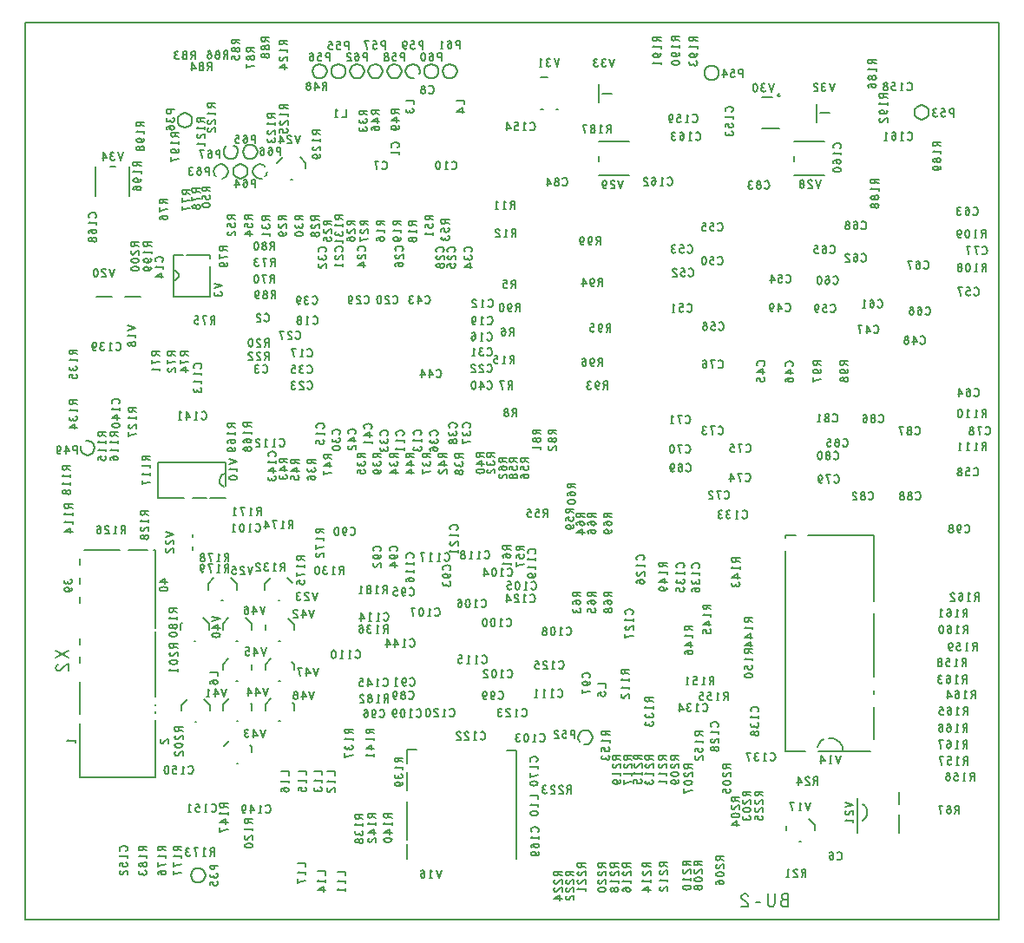
<source format=gbr>
G04 Gerber PCB Fabrication Data in Gerber  Example 2, created by Karel Tavernier, Filip Vermeire and Thomas Weyn*
G04 Ucamco copyright*
%TF.GenerationSoftware,Ucamco,UcamX,1.1.0-1400509*%
%TF.CreationDate,2014-07-14T00:00;00+01:00*%
%FSLAX25Y25*%
%MOMM*%
%TF.FileFunction,Legend,Bot*%
%TF.FilePolarity,Positive*%
%TF.Part,Single*%
%TF.SameCoordinates*%
%TA.AperFunction,Material*%
%ADD10C,0.20000*%
G01*
%LPD*%
D10*
X425000Y2623550D02*
X298000Y2555990D01*
X298000Y2623550D02*
X425000Y2555990D01*
X319170Y2490800D02*
X306470Y2481140D01*
X300120Y2469880D01*
X298000Y2457010D01*
X302230Y2440930D01*
X312820Y2429660D01*
X325510Y2426450D01*
X338220Y2428060D01*
X348800Y2434490D01*
X369970Y2466660D01*
X384780Y2481140D01*
X405950Y2490800D01*
X425000Y2494010D01*
Y2426450D01*
X7393880Y192730D02*
X7387450Y199080D01*
X7382630Y209660D01*
X7379410Y224490D01*
X7382630Y237180D01*
X7389060Y245650D01*
X7400320Y252000D01*
X7443740D01*
Y125000D01*
X7390670D01*
X7379410Y133460D01*
X7372970Y146170D01*
X7369760Y160980D01*
X7372970Y175800D01*
X7382630Y188500D01*
X7393880Y192730D01*
X7443740D01*
X7312630Y252000D02*
Y160980D01*
X7306200Y141930D01*
X7293330Y129230D01*
X7277250Y125000D01*
X7261170Y129230D01*
X7248300Y141930D01*
X7241870Y160980D01*
Y252000D01*
X7168660Y167330D02*
X7126840D01*
X7048810Y230830D02*
X7039160Y243530D01*
X7027900Y249880D01*
X7015030Y252000D01*
X6998950Y247770D01*
X6987690Y237180D01*
X6984470Y224490D01*
X6986080Y211780D01*
X6992520Y201200D01*
X7024680Y180030D01*
X7039160Y165220D01*
X7048810Y144050D01*
X7052030Y125000D01*
X6984470D01*
X0Y0D02*
X9500000D01*
Y8750000D01*
X0D01*
Y0D01*
X440000Y4427580D02*
X361260D01*
Y4403240D01*
X365200Y4395450D01*
X370450Y4390580D01*
X380950Y4388640D01*
X391440Y4390580D01*
X398000Y4396430D01*
X401940Y4403240D01*
Y4427580D01*
X401940Y4403240D02*
X440000Y4388640D01*
X440000Y4329370D02*
X361260D01*
X377010Y4341050D01*
X440000Y4341050D02*
Y4317690D01*
X440000Y4250630D02*
X361260D01*
X377010Y4262310D01*
X440000Y4262310D02*
Y4238950D01*
X440000Y4171890D02*
X438690Y4165070D01*
X434750Y4157290D01*
X428190Y4152420D01*
X419000Y4150470D01*
X409820Y4152420D01*
X401940Y4158260D01*
X398000Y4167020D01*
Y4176760D01*
X395380Y4182600D01*
X388820Y4187470D01*
X379630Y4189420D01*
X370450Y4186490D01*
X363880Y4179680D01*
X361260Y4171890D01*
X363880Y4164100D01*
X370450Y4157290D01*
X379630Y4154360D01*
X388820Y4156310D01*
X395380Y4161180D01*
X398000Y4167020D01*
X398000Y4176760D02*
X401940Y4185520D01*
X409820Y4191360D01*
X419000Y4193310D01*
X428190Y4191360D01*
X434750Y4186490D01*
X438690Y4178710D01*
X440000Y4171890D01*
X503170Y4545000D02*
Y4623700D01*
X479810D01*
X472020Y4619760D01*
X466180Y4610580D01*
X464230Y4600090D01*
X466180Y4589600D01*
X471050Y4581730D01*
X479810Y4577790D01*
X503170D01*
X393320Y4545000D02*
Y4623700D01*
X429330Y4567300D01*
X380670D01*
X342850Y4554180D02*
X336030Y4547620D01*
X328250Y4545000D01*
X320460Y4547620D01*
X313650Y4555490D01*
X308780Y4567300D01*
X306830Y4579100D01*
Y4593530D01*
X308780Y4605340D01*
X313650Y4615830D01*
X319490Y4621080D01*
X326300Y4623700D01*
X334090Y4621080D01*
X339930Y4615830D01*
X343820Y4607960D01*
X345770Y4597470D01*
X343820Y4588290D01*
X338950Y4579100D01*
X333110Y4573860D01*
X326300Y4572540D01*
X318510Y4575170D01*
X312670Y4581730D01*
X306830Y4593530D01*
X485000Y1740000D02*
X406260D01*
X422010Y1751680D01*
X485000Y1751680D02*
Y1728320D01*
X439250Y3320790D02*
X448440Y3314950D01*
X453690Y3307160D01*
X455000Y3298400D01*
X453690Y3290610D01*
X447130Y3282820D01*
X439250Y3277950D01*
X431380Y3276980D01*
X422190Y3278920D01*
X415630Y3285740D01*
X413000Y3292550D01*
Y3301320D01*
X413000Y3292550D02*
X409070Y3286710D01*
X402510Y3281840D01*
X394630Y3279900D01*
X386760Y3281840D01*
X380200Y3286710D01*
X376260Y3295480D01*
X377570Y3304240D01*
X382820Y3313000D01*
X445820Y3237180D02*
X452380Y3230370D01*
X455000Y3222580D01*
X452380Y3214790D01*
X444500Y3207970D01*
X432690Y3203100D01*
X420880Y3201160D01*
X406440D01*
X394630Y3203100D01*
X384130Y3207970D01*
X378880Y3213810D01*
X376260Y3220630D01*
X378880Y3228420D01*
X384130Y3234260D01*
X392010Y3238160D01*
X402510Y3240100D01*
X411690Y3238160D01*
X420880Y3233290D01*
X426130Y3227450D01*
X427440Y3220630D01*
X424820Y3212840D01*
X418260Y3207000D01*
X406440Y3201160D01*
X460000Y4052580D02*
X381260D01*
Y4028240D01*
X385200Y4020450D01*
X390450Y4015580D01*
X400950Y4013640D01*
X411440Y4015580D01*
X418000Y4021430D01*
X421940Y4028240D01*
Y4052580D01*
X421940Y4028240D02*
X460000Y4013640D01*
X460000Y3954370D02*
X381260D01*
X397010Y3966050D01*
X460000Y3966050D02*
Y3942690D01*
X460000Y3875630D02*
X381260D01*
X397010Y3887310D01*
X460000Y3887310D02*
Y3863950D01*
X460000Y3785210D02*
X381260D01*
X437690Y3821230D01*
Y3772550D01*
X505000Y5067580D02*
X426260D01*
Y5043240D01*
X430200Y5035450D01*
X435450Y5030580D01*
X445950Y5028640D01*
X456440Y5030580D01*
X463000Y5036430D01*
X466940Y5043240D01*
Y5067580D01*
X466940Y5043240D02*
X505000Y5028640D01*
X505000Y4969370D02*
X426260D01*
X442010Y4981050D01*
X505000Y4981050D02*
Y4957690D01*
X489250Y4912050D02*
X498440Y4906210D01*
X503690Y4898420D01*
X505000Y4889660D01*
X503690Y4881870D01*
X497130Y4874080D01*
X489250Y4869210D01*
X481380Y4868240D01*
X472190Y4870180D01*
X465630Y4877000D01*
X463000Y4883810D01*
Y4892580D01*
X463000Y4883810D02*
X459070Y4877970D01*
X452510Y4873100D01*
X444630Y4871160D01*
X436760Y4873100D01*
X430200Y4877970D01*
X426260Y4886740D01*
X427570Y4895500D01*
X432820Y4904260D01*
X505000Y4800210D02*
X426260D01*
X482690Y4836230D01*
Y4787550D01*
X505000Y5557580D02*
X426260D01*
Y5533240D01*
X430200Y5525450D01*
X435450Y5520580D01*
X445950Y5518640D01*
X456440Y5520580D01*
X463000Y5526430D01*
X466940Y5533240D01*
Y5557580D01*
X466940Y5533240D02*
X505000Y5518640D01*
X505000Y5459370D02*
X426260D01*
X442010Y5471050D01*
X505000Y5471050D02*
Y5447690D01*
X489250Y5402050D02*
X498440Y5396210D01*
X503690Y5388420D01*
X505000Y5379660D01*
X503690Y5371870D01*
X497130Y5364080D01*
X489250Y5359210D01*
X481380Y5358240D01*
X472190Y5360180D01*
X465630Y5367000D01*
X463000Y5373810D01*
Y5382580D01*
X463000Y5373810D02*
X459070Y5367970D01*
X452510Y5363100D01*
X444630Y5361160D01*
X436760Y5363100D01*
X430200Y5367970D01*
X426260Y5376740D01*
X427570Y5385500D01*
X432820Y5394260D01*
X493190Y5323310D02*
X499750Y5317470D01*
X503690Y5310650D01*
X505000Y5301890D01*
X502380Y5293130D01*
X497130Y5286310D01*
X487940Y5281440D01*
X477440Y5280470D01*
X466940Y5282420D01*
X460380Y5287290D01*
X455130Y5294100D01*
X453820Y5300920D01*
X455130Y5307730D01*
X460380Y5316490D01*
X426260Y5313570D01*
Y5287290D01*
X622820Y6851690D02*
X618880Y6857530D01*
X616260Y6864350D01*
Y6872140D01*
X620200Y6880900D01*
X626760Y6887710D01*
X634630Y6892580D01*
X647760Y6896480D01*
X659570Y6897450D01*
X671380Y6895500D01*
X679250Y6892580D01*
X687130Y6886740D01*
X692380Y6879930D01*
X695000Y6873110D01*
Y6866290D01*
X692380Y6859480D01*
X688440Y6853640D01*
X683190Y6848770D01*
X695000Y6794370D02*
X616260D01*
X632010Y6806050D01*
X695000Y6806050D02*
Y6782690D01*
X662190Y6734130D02*
X653000Y6727310D01*
X647760Y6721470D01*
X645130Y6713680D01*
X647760Y6706870D01*
X653000Y6702000D01*
X660880Y6698100D01*
X670070Y6697130D01*
X677940Y6698100D01*
X685820Y6702000D01*
X692380Y6707840D01*
X695000Y6714660D01*
X692380Y6722450D01*
X684500Y6729260D01*
X672690Y6733160D01*
X659570Y6734130D01*
X642510Y6732180D01*
X633320Y6729260D01*
X624130Y6724390D01*
X617570Y6717580D01*
X616260Y6710760D01*
X618880Y6703950D01*
X625450Y6699080D01*
X695000Y6636890D02*
X693690Y6630070D01*
X689750Y6622290D01*
X683190Y6617420D01*
X674000Y6615470D01*
X664820Y6617420D01*
X656940Y6623260D01*
X653000Y6632020D01*
Y6641760D01*
X650380Y6647600D01*
X643820Y6652470D01*
X634630Y6654420D01*
X625450Y6651490D01*
X618880Y6644680D01*
X616260Y6636890D01*
X618880Y6629100D01*
X625450Y6622290D01*
X634630Y6619360D01*
X643820Y6621310D01*
X650380Y6626180D01*
X653000Y6632020D01*
X653000Y6641760D02*
X656940Y6650520D01*
X664820Y6656360D01*
X674000Y6658310D01*
X683190Y6656360D01*
X689750Y6651490D01*
X693690Y6643710D01*
X695000Y6636890D01*
X972580Y3765000D02*
Y3843740D01*
X948240D01*
X940450Y3839800D01*
X935580Y3834550D01*
X933640Y3824050D01*
X935580Y3813560D01*
X941430Y3807000D01*
X948240Y3803060D01*
X972580D01*
X948240Y3803060D02*
X933640Y3765000D01*
X874370Y3765000D02*
Y3843740D01*
X886050Y3827990D01*
X886050Y3765000D02*
X862690D01*
X814130Y3830620D02*
X808290Y3838490D01*
X801470Y3842430D01*
X793680Y3843740D01*
X783950Y3841120D01*
X777130Y3834550D01*
X775180Y3826680D01*
X776160Y3818800D01*
X780050Y3812240D01*
X799520Y3799120D01*
X808290Y3789930D01*
X814130Y3776810D01*
X816080Y3765000D01*
X775180D01*
X735390Y3797810D02*
X728570Y3807000D01*
X722730Y3812240D01*
X714940Y3814870D01*
X708130Y3812240D01*
X703260Y3807000D01*
X699360Y3799120D01*
X698390Y3789930D01*
X699360Y3782060D01*
X703260Y3774180D01*
X709100Y3767620D01*
X715920Y3765000D01*
X723710Y3767620D01*
X730520Y3775500D01*
X734420Y3787310D01*
X735390Y3800430D01*
X733440Y3817490D01*
X730520Y3826680D01*
X725650Y3835870D01*
X718840Y3842430D01*
X712020Y3843740D01*
X705210Y3841120D01*
X700340Y3834550D01*
X905000Y4757580D02*
X826260D01*
Y4733240D01*
X830200Y4725450D01*
X835450Y4720580D01*
X845950Y4718640D01*
X856440Y4720580D01*
X863000Y4726430D01*
X866940Y4733240D01*
Y4757580D01*
X866940Y4733240D02*
X905000Y4718640D01*
X905000Y4659370D02*
X826260D01*
X842010Y4671050D01*
X905000Y4671050D02*
Y4647690D01*
X905000Y4580630D02*
X826260D01*
X842010Y4592310D01*
X905000Y4592310D02*
Y4568950D01*
X872190Y4520390D02*
X863000Y4513570D01*
X857760Y4507730D01*
X855130Y4499940D01*
X857760Y4493130D01*
X863000Y4488260D01*
X870880Y4484360D01*
X880070Y4483390D01*
X887940Y4484360D01*
X895820Y4488260D01*
X902380Y4494100D01*
X905000Y4500920D01*
X902380Y4508710D01*
X894500Y4515520D01*
X882690Y4519420D01*
X869570Y4520390D01*
X852510Y4518440D01*
X843320Y4515520D01*
X834130Y4510650D01*
X827570Y4503840D01*
X826260Y4497020D01*
X828880Y4490210D01*
X835450Y4485340D01*
X785000Y4757580D02*
X706260D01*
Y4733240D01*
X710200Y4725450D01*
X715450Y4720580D01*
X725950Y4718640D01*
X736440Y4720580D01*
X743000Y4726430D01*
X746940Y4733240D01*
Y4757580D01*
X746940Y4733240D02*
X785000Y4718640D01*
X785000Y4659370D02*
X706260D01*
X722010Y4671050D01*
X785000Y4671050D02*
Y4647690D01*
X785000Y4580630D02*
X706260D01*
X722010Y4592310D01*
X785000Y4592310D02*
Y4568950D01*
X773190Y4523310D02*
X779750Y4517470D01*
X783690Y4510650D01*
X785000Y4501890D01*
X782380Y4493130D01*
X777130Y4486310D01*
X767940Y4481440D01*
X757440Y4480470D01*
X746940Y4482420D01*
X740380Y4487290D01*
X735130Y4494100D01*
X733820Y4500920D01*
X735130Y4507730D01*
X740380Y4516490D01*
X706260Y4513570D01*
Y4487290D01*
X847820Y5036690D02*
X843880Y5042530D01*
X841260Y5049350D01*
Y5057140D01*
X845200Y5065900D01*
X851760Y5072710D01*
X859630Y5077580D01*
X872760Y5081480D01*
X884570Y5082450D01*
X896380Y5080500D01*
X904250Y5077580D01*
X912130Y5071740D01*
X917380Y5064930D01*
X920000Y5058110D01*
Y5051290D01*
X917380Y5044480D01*
X913440Y5038640D01*
X908190Y5033770D01*
X920000Y4979370D02*
X841260D01*
X857010Y4991050D01*
X920000Y4991050D02*
Y4967690D01*
X920000Y4888950D02*
X841260D01*
X897690Y4924970D01*
Y4876290D01*
X841260Y4821890D02*
X843880Y4829680D01*
X850450Y4835520D01*
X858320Y4839420D01*
X868820Y4842340D01*
X880630Y4843310D01*
X892440Y4842340D01*
X902940Y4839420D01*
X910820Y4835520D01*
X917380Y4829680D01*
X920000Y4821890D01*
X917380Y4814100D01*
X910820Y4808260D01*
X902940Y4804360D01*
X892440Y4801440D01*
X880630Y4800470D01*
X868820Y4801440D01*
X858320Y4804360D01*
X850450Y4808260D01*
X843880Y4814100D01*
X841260Y4821890D01*
X886690Y5627180D02*
X892530Y5631120D01*
X899350Y5633740D01*
X907140D01*
X915900Y5629800D01*
X922710Y5623240D01*
X927580Y5615370D01*
X931480Y5602240D01*
X932450Y5590430D01*
X930500Y5578620D01*
X927580Y5570750D01*
X921740Y5562870D01*
X914930Y5557620D01*
X908110Y5555000D01*
X901290D01*
X894480Y5557620D01*
X888640Y5561560D01*
X883770Y5566810D01*
X829370Y5555000D02*
Y5633740D01*
X841050Y5617990D01*
X841050Y5555000D02*
X817690D01*
X772050Y5570750D02*
X766210Y5561560D01*
X758420Y5556310D01*
X749660Y5555000D01*
X741870Y5556310D01*
X734080Y5562870D01*
X729210Y5570750D01*
X728240Y5578620D01*
X730180Y5587810D01*
X737000Y5594370D01*
X743810Y5597000D01*
X752580D01*
X743810Y5597000D02*
X737970Y5600930D01*
X733100Y5607490D01*
X731160Y5615370D01*
X733100Y5623240D01*
X737970Y5629800D01*
X746740Y5633740D01*
X755500Y5632430D01*
X764260Y5627180D01*
X688440Y5564180D02*
X681630Y5557620D01*
X673840Y5555000D01*
X666050Y5557620D01*
X659230Y5565500D01*
X654360Y5577310D01*
X652420Y5589120D01*
Y5603560D01*
X654360Y5615370D01*
X659230Y5625870D01*
X665070Y5631120D01*
X671890Y5633740D01*
X679680Y5631120D01*
X685520Y5625870D01*
X689420Y5617990D01*
X691360Y5607490D01*
X689420Y5598310D01*
X684550Y5589120D01*
X678710Y5583870D01*
X671890Y5582560D01*
X664100Y5585180D01*
X658260Y5591740D01*
X652420Y5603560D01*
X867280Y6351440D02*
X842940Y6272700D01*
X818600Y6351440D01*
X782700Y6338320D02*
X776860Y6346190D01*
X770040Y6350130D01*
X762250Y6351440D01*
X752520Y6348820D01*
X745700Y6342250D01*
X743750Y6334380D01*
X744730Y6326500D01*
X748620Y6319940D01*
X768090Y6306820D01*
X776860Y6297630D01*
X782700Y6284510D01*
X784650Y6272700D01*
X743750D01*
X685460Y6351440D02*
X693250Y6348820D01*
X699090Y6342250D01*
X702990Y6334380D01*
X705910Y6323880D01*
X706880Y6312070D01*
X705910Y6300260D01*
X702990Y6289760D01*
X699090Y6281880D01*
X693250Y6275320D01*
X685460Y6272700D01*
X677670Y6275320D01*
X671830Y6281880D01*
X667930Y6289760D01*
X665010Y6300260D01*
X664040Y6312070D01*
X665010Y6323880D01*
X667930Y6334380D01*
X671830Y6342250D01*
X677670Y6348820D01*
X685460Y6351440D01*
X953080Y7488740D02*
X928740Y7410000D01*
X904400Y7488740D01*
X871420Y7425750D02*
X865580Y7416560D01*
X857790Y7411310D01*
X849030Y7410000D01*
X841240Y7411310D01*
X833450Y7417870D01*
X828580Y7425750D01*
X827610Y7433620D01*
X829550Y7442810D01*
X836370Y7449370D01*
X843180Y7452000D01*
X851950D01*
X843180Y7452000D02*
X837340Y7455930D01*
X832470Y7462490D01*
X830530Y7470370D01*
X832470Y7478240D01*
X837340Y7484800D01*
X846110Y7488740D01*
X854870Y7487430D01*
X863630Y7482180D01*
X759580Y7410000D02*
Y7488740D01*
X795600Y7432310D01*
X746920D01*
X922820Y671690D02*
X918880Y677530D01*
X916260Y684350D01*
Y692140D01*
X920200Y700900D01*
X926760Y707710D01*
X934630Y712580D01*
X947760Y716480D01*
X959570Y717450D01*
X971380Y715500D01*
X979250Y712580D01*
X987130Y706740D01*
X992380Y699930D01*
X995000Y693110D01*
Y686290D01*
X992380Y679480D01*
X988440Y673640D01*
X983190Y668770D01*
X995000Y614370D02*
X916260D01*
X932010Y626050D01*
X995000Y626050D02*
Y602690D01*
X983190Y557050D02*
X989750Y551210D01*
X993690Y544390D01*
X995000Y535630D01*
X992380Y526870D01*
X987130Y520050D01*
X977940Y515180D01*
X967440Y514210D01*
X956940Y516160D01*
X950380Y521030D01*
X945130Y527840D01*
X943820Y534660D01*
X945130Y541470D01*
X950380Y550230D01*
X916260Y547310D01*
Y521030D01*
X929380Y475390D02*
X921510Y469550D01*
X917570Y462730D01*
X916260Y454940D01*
X918880Y445210D01*
X925450Y438390D01*
X933320Y436440D01*
X941200Y437420D01*
X947760Y441310D01*
X960880Y460780D01*
X970070Y469550D01*
X983190Y475390D01*
X995000Y477340D01*
Y436440D01*
X1185000Y712580D02*
X1106260D01*
Y688240D01*
X1110200Y680450D01*
X1115450Y675580D01*
X1125950Y673640D01*
X1136440Y675580D01*
X1143000Y681430D01*
X1146940Y688240D01*
Y712580D01*
X1146940Y688240D02*
X1185000Y673640D01*
X1185000Y614370D02*
X1106260D01*
X1122010Y626050D01*
X1185000Y626050D02*
Y602690D01*
X1185000Y535630D02*
X1183690Y528810D01*
X1179750Y521030D01*
X1173190Y516160D01*
X1164000Y514210D01*
X1154820Y516160D01*
X1146940Y522000D01*
X1143000Y530760D01*
Y540500D01*
X1140380Y546340D01*
X1133820Y551210D01*
X1124630Y553160D01*
X1115450Y550230D01*
X1108880Y543420D01*
X1106260Y535630D01*
X1108880Y527840D01*
X1115450Y521030D01*
X1124630Y518100D01*
X1133820Y520050D01*
X1140380Y524920D01*
X1143000Y530760D01*
X1143000Y540500D02*
X1146940Y549260D01*
X1154820Y555100D01*
X1164000Y557050D01*
X1173190Y555100D01*
X1179750Y550230D01*
X1183690Y542450D01*
X1185000Y535630D01*
X1169250Y478310D02*
X1178440Y472470D01*
X1183690Y464680D01*
X1185000Y455920D01*
X1183690Y448130D01*
X1177130Y440340D01*
X1169250Y435470D01*
X1161380Y434500D01*
X1152190Y436440D01*
X1145630Y443260D01*
X1143000Y450070D01*
Y458840D01*
X1143000Y450070D02*
X1139070Y444230D01*
X1132510Y439360D01*
X1124630Y437420D01*
X1116760Y439360D01*
X1110200Y444230D01*
X1106260Y453000D01*
X1107570Y461760D01*
X1112820Y470520D01*
X1200000Y3987580D02*
X1121260D01*
Y3963240D01*
X1125200Y3955450D01*
X1130450Y3950580D01*
X1140950Y3948640D01*
X1151440Y3950580D01*
X1158000Y3956430D01*
X1161940Y3963240D01*
Y3987580D01*
X1161940Y3963240D02*
X1200000Y3948640D01*
X1200000Y3889370D02*
X1121260D01*
X1137010Y3901050D01*
X1200000Y3901050D02*
Y3877690D01*
X1134380Y3829130D02*
X1126510Y3823290D01*
X1122570Y3816470D01*
X1121260Y3808680D01*
X1123880Y3798950D01*
X1130450Y3792130D01*
X1138320Y3790180D01*
X1146200Y3791160D01*
X1152760Y3795050D01*
X1165880Y3814520D01*
X1175070Y3823290D01*
X1188190Y3829130D01*
X1200000Y3831080D01*
Y3790180D01*
X1200000Y3731890D02*
X1198690Y3725070D01*
X1194750Y3717290D01*
X1188190Y3712420D01*
X1179000Y3710470D01*
X1169820Y3712420D01*
X1161940Y3718260D01*
X1158000Y3727020D01*
Y3736760D01*
X1155380Y3742600D01*
X1148820Y3747470D01*
X1139630Y3749420D01*
X1130450Y3746490D01*
X1123880Y3739680D01*
X1121260Y3731890D01*
X1123880Y3724100D01*
X1130450Y3717290D01*
X1139630Y3714360D01*
X1148820Y3716310D01*
X1155380Y3721180D01*
X1158000Y3727020D01*
X1158000Y3736760D02*
X1161940Y3745520D01*
X1169820Y3751360D01*
X1179000Y3753310D01*
X1188190Y3751360D01*
X1194750Y3746490D01*
X1198690Y3738710D01*
X1200000Y3731890D01*
X1215000Y4522580D02*
X1136260D01*
Y4498240D01*
X1140200Y4490450D01*
X1145450Y4485580D01*
X1155950Y4483640D01*
X1166440Y4485580D01*
X1173000Y4491430D01*
X1176940Y4498240D01*
Y4522580D01*
X1176940Y4498240D02*
X1215000Y4483640D01*
X1215000Y4424370D02*
X1136260D01*
X1152010Y4436050D01*
X1215000Y4436050D02*
Y4412690D01*
X1215000Y4345630D02*
X1136260D01*
X1152010Y4357310D01*
X1215000Y4357310D02*
Y4333950D01*
X1215000Y4268840D02*
X1197940Y4266890D01*
X1183510Y4263970D01*
X1170380Y4260070D01*
X1155950Y4255210D01*
X1136260Y4247420D01*
Y4286360D01*
X1085000Y4992580D02*
X1006260D01*
Y4968240D01*
X1010200Y4960450D01*
X1015450Y4955580D01*
X1025950Y4953640D01*
X1036440Y4955580D01*
X1043000Y4961430D01*
X1046940Y4968240D01*
Y4992580D01*
X1046940Y4968240D02*
X1085000Y4953640D01*
X1085000Y4894370D02*
X1006260D01*
X1022010Y4906050D01*
X1085000Y4906050D02*
Y4882690D01*
X1019380Y4834130D02*
X1011510Y4828290D01*
X1007570Y4821470D01*
X1006260Y4813680D01*
X1008880Y4803950D01*
X1015450Y4797130D01*
X1023320Y4795180D01*
X1031200Y4796160D01*
X1037760Y4800050D01*
X1050880Y4819520D01*
X1060070Y4828290D01*
X1073190Y4834130D01*
X1085000Y4836080D01*
Y4795180D01*
X1085000Y4738840D02*
X1067940Y4736890D01*
X1053510Y4733970D01*
X1040380Y4730070D01*
X1025950Y4725210D01*
X1006260Y4717420D01*
Y4756360D01*
X996260Y5798080D02*
X1075000Y5773740D01*
X996260Y5749400D01*
X1075000Y5695000D02*
X996260D01*
X1012010Y5706680D01*
X1075000Y5706680D02*
Y5683320D01*
X1075000Y5616260D02*
X1073690Y5609440D01*
X1069750Y5601660D01*
X1063190Y5596790D01*
X1054000Y5594840D01*
X1044820Y5596790D01*
X1036940Y5602630D01*
X1033000Y5611390D01*
Y5621130D01*
X1030380Y5626970D01*
X1023820Y5631840D01*
X1014630Y5633790D01*
X1005450Y5630860D01*
X998880Y5624050D01*
X996260Y5616260D01*
X998880Y5608470D01*
X1005450Y5601660D01*
X1014630Y5598730D01*
X1023820Y5600680D01*
X1030380Y5605550D01*
X1033000Y5611390D01*
X1033000Y5621130D02*
X1036940Y5629890D01*
X1044820Y5635730D01*
X1054000Y5637680D01*
X1063190Y5635730D01*
X1069750Y5630860D01*
X1073690Y5623080D01*
X1075000Y5616260D01*
X1105000Y6607580D02*
X1026260D01*
Y6583240D01*
X1030200Y6575450D01*
X1035450Y6570580D01*
X1045950Y6568640D01*
X1056440Y6570580D01*
X1063000Y6576430D01*
X1066940Y6583240D01*
Y6607580D01*
X1066940Y6583240D02*
X1105000Y6568640D01*
X1039380Y6527870D02*
X1031510Y6522030D01*
X1027570Y6515210D01*
X1026260Y6507420D01*
X1028880Y6497690D01*
X1035450Y6490870D01*
X1043320Y6488920D01*
X1051200Y6489900D01*
X1057760Y6493790D01*
X1070880Y6513260D01*
X1080070Y6522030D01*
X1093190Y6527870D01*
X1105000Y6529820D01*
Y6488920D01*
X1026260Y6430630D02*
X1028880Y6438420D01*
X1035450Y6444260D01*
X1043320Y6448160D01*
X1053820Y6451080D01*
X1065630Y6452050D01*
X1077440Y6451080D01*
X1087940Y6448160D01*
X1095820Y6444260D01*
X1102380Y6438420D01*
X1105000Y6430630D01*
X1102380Y6422840D01*
X1095820Y6417000D01*
X1087940Y6413100D01*
X1077440Y6410180D01*
X1065630Y6409210D01*
X1053820Y6410180D01*
X1043320Y6413100D01*
X1035450Y6417000D01*
X1028880Y6422840D01*
X1026260Y6430630D01*
X1026260Y6351890D02*
X1028880Y6359680D01*
X1035450Y6365520D01*
X1043320Y6369420D01*
X1053820Y6372340D01*
X1065630Y6373310D01*
X1077440Y6372340D01*
X1087940Y6369420D01*
X1095820Y6365520D01*
X1102380Y6359680D01*
X1105000Y6351890D01*
X1102380Y6344100D01*
X1095820Y6338260D01*
X1087940Y6334360D01*
X1077440Y6331440D01*
X1065630Y6330470D01*
X1053820Y6331440D01*
X1043320Y6334360D01*
X1035450Y6338260D01*
X1028880Y6344100D01*
X1026260Y6351890D01*
X1230000Y6607580D02*
X1151260D01*
Y6583240D01*
X1155200Y6575450D01*
X1160450Y6570580D01*
X1170950Y6568640D01*
X1181440Y6570580D01*
X1188000Y6576430D01*
X1191940Y6583240D01*
Y6607580D01*
X1191940Y6583240D02*
X1230000Y6568640D01*
X1230000Y6509370D02*
X1151260D01*
X1167010Y6521050D01*
X1230000Y6521050D02*
Y6497690D01*
X1220820Y6447180D02*
X1227380Y6440370D01*
X1230000Y6432580D01*
X1227380Y6424790D01*
X1219500Y6417970D01*
X1207690Y6413100D01*
X1195880Y6411160D01*
X1181440D01*
X1169630Y6413100D01*
X1159130Y6417970D01*
X1153880Y6423810D01*
X1151260Y6430630D01*
X1153880Y6438420D01*
X1159130Y6444260D01*
X1167010Y6448160D01*
X1177510Y6450100D01*
X1186690Y6448160D01*
X1195880Y6443290D01*
X1201130Y6437450D01*
X1202440Y6430630D01*
X1199820Y6422840D01*
X1193260Y6417000D01*
X1181440Y6411160D01*
X1220820Y6368440D02*
X1227380Y6361630D01*
X1230000Y6353840D01*
X1227380Y6346050D01*
X1219500Y6339230D01*
X1207690Y6334360D01*
X1195880Y6332420D01*
X1181440D01*
X1169630Y6334360D01*
X1159130Y6339230D01*
X1153880Y6345070D01*
X1151260Y6351890D01*
X1153880Y6359680D01*
X1159130Y6365520D01*
X1167010Y6369420D01*
X1177510Y6371360D01*
X1186690Y6369420D01*
X1195880Y6364550D01*
X1201130Y6358710D01*
X1202440Y6351890D01*
X1199820Y6344100D01*
X1193260Y6338260D01*
X1181440Y6332420D01*
X1130000Y7392580D02*
X1051260D01*
Y7368240D01*
X1055200Y7360450D01*
X1060450Y7355580D01*
X1070950Y7353640D01*
X1081440Y7355580D01*
X1088000Y7361430D01*
X1091940Y7368240D01*
Y7392580D01*
X1091940Y7368240D02*
X1130000Y7353640D01*
X1130000Y7294370D02*
X1051260D01*
X1067010Y7306050D01*
X1130000Y7306050D02*
Y7282690D01*
X1120820Y7232180D02*
X1127380Y7225370D01*
X1130000Y7217580D01*
X1127380Y7209790D01*
X1119500Y7202970D01*
X1107690Y7198100D01*
X1095880Y7196160D01*
X1081440D01*
X1069630Y7198100D01*
X1059130Y7202970D01*
X1053880Y7208810D01*
X1051260Y7215630D01*
X1053880Y7223420D01*
X1059130Y7229260D01*
X1067010Y7233160D01*
X1077510Y7235100D01*
X1086690Y7233160D01*
X1095880Y7228290D01*
X1101130Y7222450D01*
X1102440Y7215630D01*
X1099820Y7207840D01*
X1093260Y7202000D01*
X1081440Y7196160D01*
X1097190Y7155390D02*
X1088000Y7148570D01*
X1082760Y7142730D01*
X1080130Y7134940D01*
X1082760Y7128130D01*
X1088000Y7123260D01*
X1095880Y7119360D01*
X1105070Y7118390D01*
X1112940Y7119360D01*
X1120820Y7123260D01*
X1127380Y7129100D01*
X1130000Y7135920D01*
X1127380Y7143710D01*
X1119500Y7150520D01*
X1107690Y7154420D01*
X1094570Y7155390D01*
X1077510Y7153440D01*
X1068320Y7150520D01*
X1059130Y7145650D01*
X1052570Y7138840D01*
X1051260Y7132020D01*
X1053880Y7125210D01*
X1060450Y7120340D01*
X1160000Y7782580D02*
X1081260D01*
Y7758240D01*
X1085200Y7750450D01*
X1090450Y7745580D01*
X1100950Y7743640D01*
X1111440Y7745580D01*
X1118000Y7751430D01*
X1121940Y7758240D01*
Y7782580D01*
X1121940Y7758240D02*
X1160000Y7743640D01*
X1160000Y7684370D02*
X1081260D01*
X1097010Y7696050D01*
X1160000Y7696050D02*
Y7672690D01*
X1150820Y7622180D02*
X1157380Y7615370D01*
X1160000Y7607580D01*
X1157380Y7599790D01*
X1149500Y7592970D01*
X1137690Y7588100D01*
X1125880Y7586160D01*
X1111440D01*
X1099630Y7588100D01*
X1089130Y7592970D01*
X1083880Y7598810D01*
X1081260Y7605630D01*
X1083880Y7613420D01*
X1089130Y7619260D01*
X1097010Y7623160D01*
X1107510Y7625100D01*
X1116690Y7623160D01*
X1125880Y7618290D01*
X1131130Y7612450D01*
X1132440Y7605630D01*
X1129820Y7597840D01*
X1123260Y7592000D01*
X1111440Y7586160D01*
X1160000Y7526890D02*
X1158690Y7520070D01*
X1154750Y7512290D01*
X1148190Y7507420D01*
X1139000Y7505470D01*
X1129820Y7507420D01*
X1121940Y7513260D01*
X1118000Y7522020D01*
Y7531760D01*
X1115380Y7537600D01*
X1108820Y7542470D01*
X1099630Y7544420D01*
X1090450Y7541490D01*
X1083880Y7534680D01*
X1081260Y7526890D01*
X1083880Y7519100D01*
X1090450Y7512290D01*
X1099630Y7509360D01*
X1108820Y7511310D01*
X1115380Y7516180D01*
X1118000Y7522020D01*
X1118000Y7531760D02*
X1121940Y7540520D01*
X1129820Y7546360D01*
X1139000Y7548310D01*
X1148190Y7546360D01*
X1154750Y7541490D01*
X1158690Y7533710D01*
X1160000Y7526890D01*
X1370000Y712580D02*
X1291260D01*
Y688240D01*
X1295200Y680450D01*
X1300450Y675580D01*
X1310950Y673640D01*
X1321440Y675580D01*
X1328000Y681430D01*
X1331940Y688240D01*
Y712580D01*
X1331940Y688240D02*
X1370000Y673640D01*
X1370000Y614370D02*
X1291260D01*
X1307010Y626050D01*
X1370000Y626050D02*
Y602690D01*
X1370000Y537580D02*
X1352940Y535630D01*
X1338510Y532710D01*
X1325380Y528810D01*
X1310950Y523950D01*
X1291260Y516160D01*
Y555100D01*
X1337190Y475390D02*
X1328000Y468570D01*
X1322760Y462730D01*
X1320130Y454940D01*
X1322760Y448130D01*
X1328000Y443260D01*
X1335880Y439360D01*
X1345070Y438390D01*
X1352940Y439360D01*
X1360820Y443260D01*
X1367380Y449100D01*
X1370000Y455920D01*
X1367380Y463710D01*
X1359500Y470520D01*
X1347690Y474420D01*
X1334570Y475390D01*
X1317510Y473440D01*
X1308320Y470520D01*
X1299130Y465650D01*
X1292570Y458840D01*
X1291260Y452020D01*
X1293880Y445210D01*
X1300450Y440340D01*
X1591690Y1492180D02*
X1597530Y1496120D01*
X1604350Y1498740D01*
X1612140D01*
X1620900Y1494800D01*
X1627710Y1488240D01*
X1632580Y1480370D01*
X1636480Y1467240D01*
X1637450Y1455430D01*
X1635500Y1443620D01*
X1632580Y1435750D01*
X1626740Y1427870D01*
X1619930Y1422620D01*
X1613110Y1420000D01*
X1606290D01*
X1599480Y1422620D01*
X1593640Y1426560D01*
X1588770Y1431810D01*
X1534370Y1420000D02*
Y1498740D01*
X1546050Y1482990D01*
X1546050Y1420000D02*
X1522690D01*
X1477050Y1431810D02*
X1471210Y1425250D01*
X1464390Y1421310D01*
X1455630Y1420000D01*
X1446870Y1422620D01*
X1440050Y1427870D01*
X1435180Y1437060D01*
X1434210Y1447560D01*
X1436160Y1458060D01*
X1441030Y1464620D01*
X1447840Y1469870D01*
X1454660Y1471180D01*
X1461470Y1469870D01*
X1470230Y1464620D01*
X1467310Y1498740D01*
X1441030D01*
X1376890Y1498740D02*
X1384680Y1496120D01*
X1390520Y1489550D01*
X1394420Y1481680D01*
X1397340Y1471180D01*
X1398310Y1459370D01*
X1397340Y1447560D01*
X1394420Y1437060D01*
X1390520Y1429180D01*
X1384680Y1422620D01*
X1376890Y1420000D01*
X1369100Y1422620D01*
X1363260Y1429180D01*
X1359360Y1437060D01*
X1356440Y1447560D01*
X1355470Y1459370D01*
X1356440Y1471180D01*
X1359360Y1481680D01*
X1363260Y1489550D01*
X1369100Y1496120D01*
X1376890Y1498740D01*
X1329380Y1758500D02*
X1321510Y1752660D01*
X1317570Y1745840D01*
X1316260Y1738050D01*
X1318880Y1728320D01*
X1325450Y1721500D01*
X1333320Y1719550D01*
X1341200Y1720530D01*
X1347760Y1724420D01*
X1360880Y1743890D01*
X1370070Y1752660D01*
X1383190Y1758500D01*
X1395000Y1760450D01*
Y1719550D01*
X1485000Y2687580D02*
X1406260D01*
Y2663240D01*
X1410200Y2655450D01*
X1415450Y2650580D01*
X1425950Y2648640D01*
X1436440Y2650580D01*
X1443000Y2656430D01*
X1446940Y2663240D01*
Y2687580D01*
X1446940Y2663240D02*
X1485000Y2648640D01*
X1419380Y2607870D02*
X1411510Y2602030D01*
X1407570Y2595210D01*
X1406260Y2587420D01*
X1408880Y2577690D01*
X1415450Y2570870D01*
X1423320Y2568920D01*
X1431200Y2569900D01*
X1437760Y2573790D01*
X1450880Y2593260D01*
X1460070Y2602030D01*
X1473190Y2607870D01*
X1485000Y2609820D01*
Y2568920D01*
X1406260Y2510630D02*
X1408880Y2518420D01*
X1415450Y2524260D01*
X1423320Y2528160D01*
X1433820Y2531080D01*
X1445630Y2532050D01*
X1457440Y2531080D01*
X1467940Y2528160D01*
X1475820Y2524260D01*
X1482380Y2518420D01*
X1485000Y2510630D01*
X1482380Y2502840D01*
X1475820Y2497000D01*
X1467940Y2493100D01*
X1457440Y2490180D01*
X1445630Y2489210D01*
X1433820Y2490180D01*
X1423320Y2493100D01*
X1415450Y2497000D01*
X1408880Y2502840D01*
X1406260Y2510630D01*
X1485000Y2431890D02*
X1406260D01*
X1422010Y2443570D01*
X1485000Y2443570D02*
Y2420210D01*
X1480000Y3037580D02*
X1401260D01*
Y3013240D01*
X1405200Y3005450D01*
X1410450Y3000580D01*
X1420950Y2998640D01*
X1431440Y3000580D01*
X1438000Y3006430D01*
X1441940Y3013240D01*
Y3037580D01*
X1441940Y3013240D02*
X1480000Y2998640D01*
X1480000Y2939370D02*
X1401260D01*
X1417010Y2951050D01*
X1480000Y2951050D02*
Y2927690D01*
X1480000Y2860630D02*
X1478690Y2853810D01*
X1474750Y2846030D01*
X1468190Y2841160D01*
X1459000Y2839210D01*
X1449820Y2841160D01*
X1441940Y2847000D01*
X1438000Y2855760D01*
Y2865500D01*
X1435380Y2871340D01*
X1428820Y2876210D01*
X1419630Y2878160D01*
X1410450Y2875230D01*
X1403880Y2868420D01*
X1401260Y2860630D01*
X1403880Y2852840D01*
X1410450Y2846030D01*
X1419630Y2843100D01*
X1428820Y2845050D01*
X1435380Y2849920D01*
X1438000Y2855760D01*
X1438000Y2865500D02*
X1441940Y2874260D01*
X1449820Y2880100D01*
X1459000Y2882050D01*
X1468190Y2880100D01*
X1474750Y2875230D01*
X1478690Y2867450D01*
X1480000Y2860630D01*
X1401260Y2781890D02*
X1403880Y2789680D01*
X1410450Y2795520D01*
X1418320Y2799420D01*
X1428820Y2802340D01*
X1440630Y2803310D01*
X1452440Y2802340D01*
X1462940Y2799420D01*
X1470820Y2795520D01*
X1477380Y2789680D01*
X1480000Y2781890D01*
X1477380Y2774100D01*
X1470820Y2768260D01*
X1462940Y2764360D01*
X1452440Y2761440D01*
X1440630Y2760470D01*
X1428820Y2761440D01*
X1418320Y2764360D01*
X1410450Y2768260D01*
X1403880Y2774100D01*
X1401260Y2781890D01*
X1385000Y3292690D02*
X1306260D01*
X1362690Y3328710D01*
Y3280030D01*
X1306260Y3225630D02*
X1308880Y3233420D01*
X1315450Y3239260D01*
X1323320Y3243160D01*
X1333820Y3246080D01*
X1345630Y3247050D01*
X1357440Y3246080D01*
X1367940Y3243160D01*
X1375820Y3239260D01*
X1382380Y3233420D01*
X1385000Y3225630D01*
X1382380Y3217840D01*
X1375820Y3212000D01*
X1367940Y3208100D01*
X1357440Y3205180D01*
X1345630Y3204210D01*
X1333820Y3205180D01*
X1323320Y3208100D01*
X1315450Y3212000D01*
X1308880Y3217840D01*
X1306260Y3225630D01*
X1364910Y3784980D02*
X1443650Y3760640D01*
X1364910Y3736300D01*
X1378030Y3700400D02*
X1370160Y3694560D01*
X1366220Y3687740D01*
X1364910Y3679950D01*
X1367530Y3670220D01*
X1374100Y3663400D01*
X1381970Y3661450D01*
X1389850Y3662430D01*
X1396410Y3666320D01*
X1409530Y3685790D01*
X1418720Y3694560D01*
X1431840Y3700400D01*
X1443650Y3702350D01*
Y3661450D01*
X1378030Y3621660D02*
X1370160Y3615820D01*
X1366220Y3609000D01*
X1364910Y3601210D01*
X1367530Y3591480D01*
X1374100Y3584660D01*
X1381970Y3582710D01*
X1389850Y3583690D01*
X1396410Y3587580D01*
X1409530Y3607050D01*
X1418720Y3615820D01*
X1431840Y3621660D01*
X1443650Y3623610D01*
Y3582710D01*
X1465000Y5543210D02*
X1386260D01*
Y5518870D01*
X1390200Y5511080D01*
X1395450Y5506210D01*
X1405950Y5504270D01*
X1416440Y5506210D01*
X1423000Y5512060D01*
X1426940Y5518870D01*
Y5543210D01*
X1426940Y5518870D02*
X1465000Y5504270D01*
X1465000Y5446950D02*
X1447940Y5445000D01*
X1433510Y5442080D01*
X1420380Y5438180D01*
X1405950Y5433320D01*
X1386260Y5425530D01*
Y5464470D01*
X1399380Y5384760D02*
X1391510Y5378920D01*
X1387570Y5372100D01*
X1386260Y5364310D01*
X1388880Y5354580D01*
X1395450Y5347760D01*
X1403320Y5345810D01*
X1411200Y5346790D01*
X1417760Y5350680D01*
X1430880Y5370150D01*
X1440070Y5378920D01*
X1453190Y5384760D01*
X1465000Y5386710D01*
Y5345810D01*
X1310000Y5543210D02*
X1231260D01*
Y5518870D01*
X1235200Y5511080D01*
X1240450Y5506210D01*
X1250950Y5504270D01*
X1261440Y5506210D01*
X1268000Y5512060D01*
X1271940Y5518870D01*
Y5543210D01*
X1271940Y5518870D02*
X1310000Y5504270D01*
X1310000Y5446950D02*
X1292940Y5445000D01*
X1278510Y5442080D01*
X1265380Y5438180D01*
X1250950Y5433320D01*
X1231260Y5425530D01*
Y5464470D01*
X1310000Y5366260D02*
X1231260D01*
X1247010Y5377940D01*
X1310000Y5377940D02*
Y5354580D01*
X1272820Y6422320D02*
X1268880Y6428160D01*
X1266260Y6434980D01*
Y6442770D01*
X1270200Y6451530D01*
X1276760Y6458340D01*
X1284630Y6463210D01*
X1297760Y6467110D01*
X1309570Y6468080D01*
X1321380Y6466130D01*
X1329250Y6463210D01*
X1337130Y6457370D01*
X1342380Y6450560D01*
X1345000Y6443740D01*
Y6436920D01*
X1342380Y6430110D01*
X1338440Y6424270D01*
X1333190Y6419400D01*
X1345000Y6365000D02*
X1266260D01*
X1282010Y6376680D01*
X1345000Y6376680D02*
Y6353320D01*
X1345000Y6274580D02*
X1266260D01*
X1322690Y6310600D01*
Y6261920D01*
X1385000Y7028210D02*
X1306260D01*
Y7003870D01*
X1310200Y6996080D01*
X1315450Y6991210D01*
X1325950Y6989270D01*
X1336440Y6991210D01*
X1343000Y6997060D01*
X1346940Y7003870D01*
Y7028210D01*
X1346940Y7003870D02*
X1385000Y6989270D01*
X1385000Y6931950D02*
X1367940Y6930000D01*
X1353510Y6927080D01*
X1340380Y6923180D01*
X1325950Y6918320D01*
X1306260Y6910530D01*
Y6949470D01*
X1352190Y6869760D02*
X1343000Y6862940D01*
X1337760Y6857100D01*
X1335130Y6849310D01*
X1337760Y6842500D01*
X1343000Y6837630D01*
X1350880Y6833730D01*
X1360070Y6832760D01*
X1367940Y6833730D01*
X1375820Y6837630D01*
X1382380Y6843470D01*
X1385000Y6850290D01*
X1382380Y6858080D01*
X1374500Y6864890D01*
X1362690Y6868790D01*
X1349570Y6869760D01*
X1332510Y6867810D01*
X1323320Y6864890D01*
X1314130Y6860020D01*
X1307570Y6853210D01*
X1306260Y6846390D01*
X1308880Y6839580D01*
X1315450Y6834710D01*
X1500000Y7677580D02*
X1421260D01*
Y7653240D01*
X1425200Y7645450D01*
X1430450Y7640580D01*
X1440950Y7638640D01*
X1451440Y7640580D01*
X1458000Y7646430D01*
X1461940Y7653240D01*
Y7677580D01*
X1461940Y7653240D02*
X1500000Y7638640D01*
X1500000Y7579370D02*
X1421260D01*
X1437010Y7591050D01*
X1500000Y7591050D02*
Y7567690D01*
X1490820Y7517180D02*
X1497380Y7510370D01*
X1500000Y7502580D01*
X1497380Y7494790D01*
X1489500Y7487970D01*
X1477690Y7483100D01*
X1465880Y7481160D01*
X1451440D01*
X1439630Y7483100D01*
X1429130Y7487970D01*
X1423880Y7493810D01*
X1421260Y7500630D01*
X1423880Y7508420D01*
X1429130Y7514260D01*
X1437010Y7518160D01*
X1447510Y7520100D01*
X1456690Y7518160D01*
X1465880Y7513290D01*
X1471130Y7507450D01*
X1472440Y7500630D01*
X1469820Y7492840D01*
X1463260Y7487000D01*
X1451440Y7481160D01*
X1500000Y7423840D02*
X1482940Y7421890D01*
X1468510Y7418970D01*
X1455380Y7415070D01*
X1440950Y7410210D01*
X1421260Y7402420D01*
Y7441360D01*
X1455000Y7903170D02*
X1376300D01*
Y7879810D01*
X1380240Y7872020D01*
X1389420Y7866180D01*
X1399910Y7864230D01*
X1410400Y7866180D01*
X1418270Y7871050D01*
X1422210Y7879810D01*
Y7903170D01*
X1439260Y7826410D02*
X1448440Y7820570D01*
X1453690Y7812790D01*
X1455000Y7804030D01*
X1453690Y7796240D01*
X1447130Y7788450D01*
X1439260Y7783590D01*
X1431390Y7782610D01*
X1422210Y7784560D01*
X1415650Y7791370D01*
X1413030Y7798190D01*
Y7806950D01*
X1413030Y7798190D02*
X1409090Y7792350D01*
X1402530Y7787480D01*
X1394660Y7785530D01*
X1386790Y7787480D01*
X1380240Y7792350D01*
X1376300Y7801110D01*
X1377610Y7809870D01*
X1382860Y7818630D01*
X1422210Y7744790D02*
X1413030Y7737980D01*
X1407780Y7732140D01*
X1405160Y7724350D01*
X1407780Y7717540D01*
X1413030Y7712670D01*
X1420900Y7708780D01*
X1430080Y7707810D01*
X1437950Y7708780D01*
X1445820Y7712670D01*
X1452380Y7718510D01*
X1455000Y7725330D01*
X1452380Y7733110D01*
X1444510Y7739930D01*
X1432700Y7743820D01*
X1419590Y7744790D01*
X1402530Y7742850D01*
X1393350Y7739930D01*
X1384170Y7735060D01*
X1377610Y7728250D01*
X1376300Y7721430D01*
X1378920Y7714620D01*
X1385480Y7709750D01*
X1525000Y712580D02*
X1446260D01*
Y688240D01*
X1450200Y680450D01*
X1455450Y675580D01*
X1465950Y673640D01*
X1476440Y675580D01*
X1483000Y681430D01*
X1486940Y688240D01*
Y712580D01*
X1486940Y688240D02*
X1525000Y673640D01*
X1525000Y614370D02*
X1446260D01*
X1462010Y626050D01*
X1525000Y626050D02*
Y602690D01*
X1525000Y537580D02*
X1507940Y535630D01*
X1493510Y532710D01*
X1480380Y528810D01*
X1465950Y523950D01*
X1446260Y516160D01*
Y555100D01*
X1525000Y458840D02*
X1507940Y456890D01*
X1493510Y453970D01*
X1480380Y450070D01*
X1465950Y445210D01*
X1446260Y437420D01*
Y476360D01*
X1842580Y620000D02*
Y698740D01*
X1818240D01*
X1810450Y694800D01*
X1805580Y689550D01*
X1803640Y679050D01*
X1805580Y668560D01*
X1811430Y662000D01*
X1818240Y658060D01*
X1842580D01*
X1818240Y658060D02*
X1803640Y620000D01*
X1744370Y620000D02*
Y698740D01*
X1756050Y682990D01*
X1756050Y620000D02*
X1732690D01*
X1667580Y620000D02*
X1665630Y637060D01*
X1662710Y651490D01*
X1658810Y664620D01*
X1653950Y679050D01*
X1646160Y698740D01*
X1685100D01*
X1608310Y635750D02*
X1602470Y626560D01*
X1594680Y621310D01*
X1585920Y620000D01*
X1578130Y621310D01*
X1570340Y627870D01*
X1565470Y635750D01*
X1564500Y643620D01*
X1566440Y652810D01*
X1573260Y659370D01*
X1580070Y662000D01*
X1588840D01*
X1580070Y662000D02*
X1574230Y665930D01*
X1569360Y672490D01*
X1567420Y680370D01*
X1569360Y688240D01*
X1574230Y694800D01*
X1583000Y698740D01*
X1591760Y697430D01*
X1600520Y692180D01*
X1816690Y1122180D02*
X1822530Y1126120D01*
X1829350Y1128740D01*
X1837140D01*
X1845900Y1124800D01*
X1852710Y1118240D01*
X1857580Y1110370D01*
X1861480Y1097240D01*
X1862450Y1085430D01*
X1860500Y1073620D01*
X1857580Y1065750D01*
X1851740Y1057870D01*
X1844930Y1052620D01*
X1838110Y1050000D01*
X1831290D01*
X1824480Y1052620D01*
X1818640Y1056560D01*
X1813770Y1061810D01*
X1759370Y1050000D02*
Y1128740D01*
X1771050Y1112990D01*
X1771050Y1050000D02*
X1747690D01*
X1702050Y1061810D02*
X1696210Y1055250D01*
X1689390Y1051310D01*
X1680630Y1050000D01*
X1671870Y1052620D01*
X1665050Y1057870D01*
X1660180Y1067060D01*
X1659210Y1077560D01*
X1661160Y1088060D01*
X1666030Y1094620D01*
X1672840Y1099870D01*
X1679660Y1101180D01*
X1686470Y1099870D01*
X1695230Y1094620D01*
X1692310Y1128740D01*
X1666030D01*
X1601890Y1050000D02*
Y1128740D01*
X1613570Y1112990D01*
X1613570Y1050000D02*
X1590210D01*
X1534450Y1874980D02*
X1455710D01*
Y1850640D01*
X1459650Y1842850D01*
X1464900Y1837980D01*
X1475400Y1836040D01*
X1485890Y1837980D01*
X1492450Y1843830D01*
X1496390Y1850640D01*
Y1874980D01*
X1496390Y1850640D02*
X1534450Y1836040D01*
X1468830Y1795270D02*
X1460960Y1789430D01*
X1457020Y1782610D01*
X1455710Y1774820D01*
X1458330Y1765090D01*
X1464900Y1758270D01*
X1472770Y1756320D01*
X1480650Y1757300D01*
X1487210Y1761190D01*
X1500330Y1780660D01*
X1509520Y1789430D01*
X1522640Y1795270D01*
X1534450Y1797220D01*
Y1756320D01*
X1455710Y1698030D02*
X1458330Y1705820D01*
X1464900Y1711660D01*
X1472770Y1715560D01*
X1483270Y1718480D01*
X1495080Y1719450D01*
X1506890Y1718480D01*
X1517390Y1715560D01*
X1525270Y1711660D01*
X1531830Y1705820D01*
X1534450Y1698030D01*
X1531830Y1690240D01*
X1525270Y1684400D01*
X1517390Y1680500D01*
X1506890Y1677580D01*
X1495080Y1676610D01*
X1483270Y1677580D01*
X1472770Y1680500D01*
X1464900Y1684400D01*
X1458330Y1690240D01*
X1455710Y1698030D01*
X1468830Y1637790D02*
X1460960Y1631950D01*
X1457020Y1625130D01*
X1455710Y1617340D01*
X1458330Y1607610D01*
X1464900Y1600790D01*
X1472770Y1598840D01*
X1480650Y1599820D01*
X1487210Y1603710D01*
X1500330Y1623180D01*
X1509520Y1631950D01*
X1522640Y1637790D01*
X1534450Y1639740D01*
Y1598840D01*
X1982580Y3390000D02*
Y3468740D01*
X1958240D01*
X1950450Y3464800D01*
X1945580Y3459550D01*
X1943640Y3449050D01*
X1945580Y3438560D01*
X1951430Y3432000D01*
X1958240Y3428060D01*
X1982580D01*
X1958240Y3428060D02*
X1943640Y3390000D01*
X1884370Y3390000D02*
Y3468740D01*
X1896050Y3452990D01*
X1896050Y3390000D02*
X1872690D01*
X1807580Y3390000D02*
X1805630Y3407060D01*
X1802710Y3421490D01*
X1798810Y3434620D01*
X1793950Y3449050D01*
X1786160Y3468740D01*
X1825100D01*
X1743440Y3399180D02*
X1736630Y3392620D01*
X1728840Y3390000D01*
X1721050Y3392620D01*
X1714230Y3400500D01*
X1709360Y3412310D01*
X1707420Y3424120D01*
Y3438560D01*
X1709360Y3450370D01*
X1714230Y3460870D01*
X1720070Y3466120D01*
X1726890Y3468740D01*
X1734680Y3466120D01*
X1740520Y3460870D01*
X1744420Y3452990D01*
X1746360Y3442490D01*
X1744420Y3433310D01*
X1739550Y3424120D01*
X1733710Y3418870D01*
X1726890Y3417560D01*
X1719100Y3420180D01*
X1713260Y3426740D01*
X1707420Y3438560D01*
X1982580Y3495000D02*
Y3573740D01*
X1958240D01*
X1950450Y3569800D01*
X1945580Y3564550D01*
X1943640Y3554050D01*
X1945580Y3543560D01*
X1951430Y3537000D01*
X1958240Y3533060D01*
X1982580D01*
X1958240Y3533060D02*
X1943640Y3495000D01*
X1884370Y3495000D02*
Y3573740D01*
X1896050Y3557990D01*
X1896050Y3495000D02*
X1872690D01*
X1807580Y3495000D02*
X1805630Y3512060D01*
X1802710Y3526490D01*
X1798810Y3539620D01*
X1793950Y3554050D01*
X1786160Y3573740D01*
X1825100D01*
X1726890Y3495000D02*
X1720070Y3496310D01*
X1712290Y3500250D01*
X1707420Y3506810D01*
X1705470Y3516000D01*
X1707420Y3525180D01*
X1713260Y3533060D01*
X1722020Y3537000D01*
X1731760D01*
X1737600Y3539620D01*
X1742470Y3546180D01*
X1744420Y3555370D01*
X1741490Y3564550D01*
X1734680Y3571120D01*
X1726890Y3573740D01*
X1719100Y3571120D01*
X1712290Y3564550D01*
X1709360Y3555370D01*
X1711310Y3546180D01*
X1716180Y3539620D01*
X1722020Y3537000D01*
X1731760Y3537000D02*
X1740520Y3533060D01*
X1746360Y3525180D01*
X1748310Y3516000D01*
X1746360Y3506810D01*
X1741490Y3500250D01*
X1733710Y3496310D01*
X1726890Y3495000D01*
X1721690Y4952180D02*
X1727530Y4956120D01*
X1734350Y4958740D01*
X1742140D01*
X1750900Y4954800D01*
X1757710Y4948240D01*
X1762580Y4940370D01*
X1766480Y4927240D01*
X1767450Y4915430D01*
X1765500Y4903620D01*
X1762580Y4895750D01*
X1756740Y4887870D01*
X1749930Y4882620D01*
X1743110Y4880000D01*
X1736290D01*
X1729480Y4882620D01*
X1723640Y4886560D01*
X1718770Y4891810D01*
X1664370Y4880000D02*
Y4958740D01*
X1676050Y4942990D01*
X1676050Y4880000D02*
X1652690D01*
X1573950Y4880000D02*
Y4958740D01*
X1609970Y4902310D01*
X1561290D01*
X1506890Y4880000D02*
Y4958740D01*
X1518570Y4942990D01*
X1518570Y4880000D02*
X1495210D01*
X1590000Y5543210D02*
X1511260D01*
Y5518870D01*
X1515200Y5511080D01*
X1520450Y5506210D01*
X1530950Y5504270D01*
X1541440Y5506210D01*
X1548000Y5512060D01*
X1551940Y5518870D01*
Y5543210D01*
X1551940Y5518870D02*
X1590000Y5504270D01*
X1590000Y5446950D02*
X1572940Y5445000D01*
X1558510Y5442080D01*
X1545380Y5438180D01*
X1530950Y5433320D01*
X1511260Y5425530D01*
Y5464470D01*
X1590000Y5354580D02*
X1511260D01*
X1567690Y5390600D01*
Y5341920D01*
X1647820Y5381690D02*
X1643880Y5387530D01*
X1641260Y5394350D01*
Y5402140D01*
X1645200Y5410900D01*
X1651760Y5417710D01*
X1659630Y5422580D01*
X1672760Y5426480D01*
X1684570Y5427450D01*
X1696380Y5425500D01*
X1704250Y5422580D01*
X1712130Y5416740D01*
X1717380Y5409930D01*
X1720000Y5403110D01*
Y5396290D01*
X1717380Y5389480D01*
X1713440Y5383640D01*
X1708190Y5378770D01*
X1720000Y5324370D02*
X1641260D01*
X1657010Y5336050D01*
X1720000Y5336050D02*
Y5312690D01*
X1720000Y5245630D02*
X1641260D01*
X1657010Y5257310D01*
X1720000Y5257310D02*
Y5233950D01*
X1704250Y5188310D02*
X1713440Y5182470D01*
X1718690Y5174680D01*
X1720000Y5165920D01*
X1718690Y5158130D01*
X1712130Y5150340D01*
X1704250Y5145470D01*
X1696380Y5144500D01*
X1687190Y5146440D01*
X1680630Y5153260D01*
X1678000Y5160070D01*
Y5168840D01*
X1678000Y5160070D02*
X1674070Y5154230D01*
X1667510Y5149360D01*
X1659630Y5147420D01*
X1651760Y5149360D01*
X1645200Y5154230D01*
X1641260Y5163000D01*
X1642570Y5171760D01*
X1647820Y5180520D01*
X1846660Y5809150D02*
Y5887890D01*
X1822320D01*
X1814530Y5883950D01*
X1809660Y5878700D01*
X1807720Y5868200D01*
X1809660Y5857710D01*
X1815510Y5851150D01*
X1822320Y5847210D01*
X1846660D01*
X1822320Y5847210D02*
X1807720Y5809150D01*
X1750400Y5809150D02*
X1748450Y5826210D01*
X1745530Y5840640D01*
X1741630Y5853770D01*
X1736770Y5868200D01*
X1728980Y5887890D01*
X1767920D01*
X1691130Y5820960D02*
X1685290Y5814400D01*
X1678470Y5810460D01*
X1669710Y5809150D01*
X1660950Y5811770D01*
X1654130Y5817020D01*
X1649260Y5826210D01*
X1648290Y5836710D01*
X1650240Y5847210D01*
X1655110Y5853770D01*
X1661920Y5859020D01*
X1668740Y5860330D01*
X1675550Y5859020D01*
X1684310Y5853770D01*
X1681390Y5887890D01*
X1655110D01*
X1705000Y7133210D02*
X1626260D01*
Y7108870D01*
X1630200Y7101080D01*
X1635450Y7096210D01*
X1645950Y7094270D01*
X1656440Y7096210D01*
X1663000Y7102060D01*
X1666940Y7108870D01*
Y7133210D01*
X1666940Y7108870D02*
X1705000Y7094270D01*
X1705000Y7036950D02*
X1687940Y7035000D01*
X1673510Y7032080D01*
X1660380Y7028180D01*
X1645950Y7023320D01*
X1626260Y7015530D01*
Y7054470D01*
X1705000Y6956260D02*
X1703690Y6949440D01*
X1699750Y6941660D01*
X1693190Y6936790D01*
X1684000Y6934840D01*
X1674820Y6936790D01*
X1666940Y6942630D01*
X1663000Y6951390D01*
Y6961130D01*
X1660380Y6966970D01*
X1653820Y6971840D01*
X1644630Y6973790D01*
X1635450Y6970860D01*
X1628880Y6964050D01*
X1626260Y6956260D01*
X1628880Y6948470D01*
X1635450Y6941660D01*
X1644630Y6938730D01*
X1653820Y6940680D01*
X1660380Y6945550D01*
X1663000Y6951390D01*
X1663000Y6961130D02*
X1666940Y6969890D01*
X1674820Y6975730D01*
X1684000Y6977680D01*
X1693190Y6975730D01*
X1699750Y6970860D01*
X1703690Y6963080D01*
X1705000Y6956260D01*
X1610000Y7118210D02*
X1531260D01*
Y7093870D01*
X1535200Y7086080D01*
X1540450Y7081210D01*
X1550950Y7079270D01*
X1561440Y7081210D01*
X1568000Y7087060D01*
X1571940Y7093870D01*
Y7118210D01*
X1571940Y7093870D02*
X1610000Y7079270D01*
X1610000Y7021950D02*
X1592940Y7020000D01*
X1578510Y7017080D01*
X1565380Y7013180D01*
X1550950Y7008320D01*
X1531260Y7000530D01*
Y7039470D01*
X1610000Y6943210D02*
X1592940Y6941260D01*
X1578510Y6938340D01*
X1565380Y6934440D01*
X1550950Y6929580D01*
X1531260Y6921790D01*
Y6960730D01*
X1793170Y7265000D02*
Y7343700D01*
X1769810D01*
X1762020Y7339760D01*
X1756180Y7330580D01*
X1754230Y7320090D01*
X1756180Y7309600D01*
X1761050Y7301730D01*
X1769810Y7297790D01*
X1793170D01*
X1713490Y7297790D02*
X1706680Y7306970D01*
X1700840Y7312220D01*
X1693050Y7314840D01*
X1686240Y7312220D01*
X1681370Y7306970D01*
X1677480Y7299100D01*
X1676510Y7289920D01*
X1677480Y7282050D01*
X1681370Y7274180D01*
X1687210Y7267620D01*
X1694030Y7265000D01*
X1701810Y7267620D01*
X1708630Y7275490D01*
X1712520Y7287300D01*
X1713490Y7300410D01*
X1711550Y7317470D01*
X1708630Y7326650D01*
X1703760Y7335830D01*
X1696950Y7342390D01*
X1690130Y7343700D01*
X1683320Y7341080D01*
X1678450Y7334520D01*
X1637710Y7280740D02*
X1631870Y7271560D01*
X1624090Y7266310D01*
X1615330Y7265000D01*
X1607540Y7266310D01*
X1599750Y7272870D01*
X1594890Y7280740D01*
X1593910Y7288610D01*
X1595860Y7297790D01*
X1602670Y7304350D01*
X1609490Y7306970D01*
X1618250D01*
X1609490Y7306970D02*
X1603650Y7310910D01*
X1598780Y7317470D01*
X1596830Y7325340D01*
X1598780Y7333210D01*
X1603650Y7339760D01*
X1612410Y7343700D01*
X1621170Y7342390D01*
X1629930Y7337140D01*
X1898170Y7430000D02*
Y7508700D01*
X1874810D01*
X1867020Y7504760D01*
X1861180Y7495580D01*
X1859230Y7485090D01*
X1861180Y7474600D01*
X1866050Y7466730D01*
X1874810Y7462790D01*
X1898170D01*
X1818490Y7462790D02*
X1811680Y7471970D01*
X1805840Y7477220D01*
X1798050Y7479840D01*
X1791240Y7477220D01*
X1786370Y7471970D01*
X1782480Y7464100D01*
X1781510Y7454920D01*
X1782480Y7447050D01*
X1786370Y7439180D01*
X1792210Y7432620D01*
X1799030Y7430000D01*
X1806810Y7432620D01*
X1813630Y7440490D01*
X1817520Y7452300D01*
X1818490Y7465410D01*
X1816550Y7482470D01*
X1813630Y7491650D01*
X1808760Y7500830D01*
X1801950Y7507390D01*
X1795130Y7508700D01*
X1788320Y7506080D01*
X1783450Y7499520D01*
X1723250Y7430000D02*
X1721300Y7447050D01*
X1718380Y7461480D01*
X1714490Y7474600D01*
X1709620Y7489020D01*
X1701830Y7508700D01*
X1740770D01*
X1750000Y7822580D02*
X1671260D01*
Y7798240D01*
X1675200Y7790450D01*
X1680450Y7785580D01*
X1690950Y7783640D01*
X1701440Y7785580D01*
X1708000Y7791430D01*
X1711940Y7798240D01*
Y7822580D01*
X1711940Y7798240D02*
X1750000Y7783640D01*
X1750000Y7724370D02*
X1671260D01*
X1687010Y7736050D01*
X1750000Y7736050D02*
Y7712690D01*
X1684380Y7664130D02*
X1676510Y7658290D01*
X1672570Y7651470D01*
X1671260Y7643680D01*
X1673880Y7633950D01*
X1680450Y7627130D01*
X1688320Y7625180D01*
X1696200Y7626160D01*
X1702760Y7630050D01*
X1715880Y7649520D01*
X1725070Y7658290D01*
X1738190Y7664130D01*
X1750000Y7666080D01*
Y7625180D01*
X1750000Y7566890D02*
X1671260D01*
X1687010Y7578570D01*
X1750000Y7578570D02*
Y7555210D01*
X1814910Y8285650D02*
Y8364390D01*
X1790570D01*
X1782780Y8360450D01*
X1777910Y8355200D01*
X1775970Y8344700D01*
X1777910Y8334210D01*
X1783760Y8327650D01*
X1790570Y8323710D01*
X1814910D01*
X1790570Y8323710D02*
X1775970Y8285650D01*
X1716700Y8285650D02*
X1709880Y8286960D01*
X1702100Y8290900D01*
X1697230Y8297460D01*
X1695280Y8306650D01*
X1697230Y8315830D01*
X1703070Y8323710D01*
X1711830Y8327650D01*
X1721570D01*
X1727410Y8330270D01*
X1732280Y8336830D01*
X1734230Y8346020D01*
X1731300Y8355200D01*
X1724490Y8361770D01*
X1716700Y8364390D01*
X1708910Y8361770D01*
X1702100Y8355200D01*
X1699170Y8346020D01*
X1701120Y8336830D01*
X1705990Y8330270D01*
X1711830Y8327650D01*
X1721570Y8327650D02*
X1730330Y8323710D01*
X1736170Y8315830D01*
X1738120Y8306650D01*
X1736170Y8297460D01*
X1731300Y8290900D01*
X1723520Y8286960D01*
X1716700Y8285650D01*
X1626280Y8285650D02*
Y8364390D01*
X1662300Y8307960D01*
X1613620D01*
X1653210Y8395000D02*
Y8473740D01*
X1628870D01*
X1621080Y8469800D01*
X1616210Y8464550D01*
X1614270Y8454050D01*
X1616210Y8443560D01*
X1622060Y8437000D01*
X1628870Y8433060D01*
X1653210D01*
X1628870Y8433060D02*
X1614270Y8395000D01*
X1555000Y8395000D02*
X1548180Y8396310D01*
X1540400Y8400250D01*
X1535530Y8406810D01*
X1533580Y8416000D01*
X1535530Y8425180D01*
X1541370Y8433060D01*
X1550130Y8437000D01*
X1559870D01*
X1565710Y8439620D01*
X1570580Y8446180D01*
X1572530Y8455370D01*
X1569600Y8464550D01*
X1562790Y8471120D01*
X1555000Y8473740D01*
X1547210Y8471120D01*
X1540400Y8464550D01*
X1537470Y8455370D01*
X1539420Y8446180D01*
X1544290Y8439620D01*
X1550130Y8437000D01*
X1559870Y8437000D02*
X1568630Y8433060D01*
X1574470Y8425180D01*
X1576420Y8416000D01*
X1574470Y8406810D01*
X1569600Y8400250D01*
X1561820Y8396310D01*
X1555000Y8395000D01*
X1497680Y8410750D02*
X1491840Y8401560D01*
X1484050Y8396310D01*
X1475290Y8395000D01*
X1467500Y8396310D01*
X1459710Y8402870D01*
X1454840Y8410750D01*
X1453870Y8418620D01*
X1455810Y8427810D01*
X1462630Y8434370D01*
X1469440Y8437000D01*
X1478210D01*
X1469440Y8437000D02*
X1463600Y8440930D01*
X1458730Y8447490D01*
X1456790Y8455370D01*
X1458730Y8463240D01*
X1463600Y8469800D01*
X1472370Y8473740D01*
X1481130Y8472430D01*
X1489890Y8467180D01*
X1880000Y528170D02*
X1801300D01*
Y504810D01*
X1805240Y497020D01*
X1814420Y491180D01*
X1824910Y489230D01*
X1835400Y491180D01*
X1843270Y496050D01*
X1847210Y504810D01*
Y528170D01*
X1864260Y451410D02*
X1873440Y445570D01*
X1878690Y437790D01*
X1880000Y429030D01*
X1878690Y421240D01*
X1872130Y413450D01*
X1864260Y408590D01*
X1856390Y407610D01*
X1847210Y409560D01*
X1840650Y416370D01*
X1838030Y423190D01*
Y431950D01*
X1838030Y423190D02*
X1834090Y417350D01*
X1827530Y412480D01*
X1819660Y410530D01*
X1811790Y412480D01*
X1805240Y417350D01*
X1801300Y426110D01*
X1802610Y434870D01*
X1807860Y443630D01*
X1868200Y372710D02*
X1874750Y366870D01*
X1878690Y360060D01*
X1880000Y351300D01*
X1877380Y342540D01*
X1872130Y335730D01*
X1862950Y330860D01*
X1852460Y329890D01*
X1841960Y331830D01*
X1835400Y336700D01*
X1830160Y343510D01*
X1828850Y350330D01*
X1830160Y357140D01*
X1835400Y365900D01*
X1801300Y362980D01*
Y336700D01*
X1975000Y1132580D02*
X1896260D01*
Y1108240D01*
X1900200Y1100450D01*
X1905450Y1095580D01*
X1915950Y1093640D01*
X1926440Y1095580D01*
X1933000Y1101430D01*
X1936940Y1108240D01*
Y1132580D01*
X1936940Y1108240D02*
X1975000Y1093640D01*
X1975000Y1034370D02*
X1896260D01*
X1912010Y1046050D01*
X1975000Y1046050D02*
Y1022690D01*
X1975000Y943950D02*
X1896260D01*
X1952690Y979970D01*
Y931290D01*
X1975000Y878840D02*
X1957940Y876890D01*
X1943510Y873970D01*
X1930380Y870070D01*
X1915950Y865210D01*
X1896260Y857420D01*
Y896360D01*
X1963080Y2253740D02*
X1938740Y2175000D01*
X1914400Y2253740D01*
X1848320Y2175000D02*
Y2253740D01*
X1884340Y2197310D01*
X1835660D01*
X1781260Y2175000D02*
Y2253740D01*
X1792940Y2237990D01*
X1792940Y2175000D02*
X1769580D01*
X1801260Y2413840D02*
X1880000D01*
Y2374900D01*
X1847190Y2334130D02*
X1838000Y2327310D01*
X1832760Y2321470D01*
X1830130Y2313680D01*
X1832760Y2306870D01*
X1838000Y2302000D01*
X1845880Y2298100D01*
X1855070Y2297130D01*
X1862940Y2298100D01*
X1870820Y2302000D01*
X1877380Y2307840D01*
X1880000Y2314660D01*
X1877380Y2322450D01*
X1869500Y2329260D01*
X1857690Y2333160D01*
X1844570Y2334130D01*
X1827510Y2332180D01*
X1818320Y2329260D01*
X1809130Y2324390D01*
X1802570Y2317580D01*
X1801260Y2310760D01*
X1803880Y2303950D01*
X1810450Y2299080D01*
X1821260Y2958080D02*
X1900000Y2933740D01*
X1821260Y2909400D01*
X1900000Y2843320D02*
X1821260D01*
X1877690Y2879340D01*
Y2830660D01*
X1821260Y2776260D02*
X1823880Y2784050D01*
X1830450Y2789890D01*
X1838320Y2793790D01*
X1848820Y2796710D01*
X1860630Y2797680D01*
X1872440Y2796710D01*
X1882940Y2793790D01*
X1890820Y2789890D01*
X1897380Y2784050D01*
X1900000Y2776260D01*
X1897380Y2768470D01*
X1890820Y2762630D01*
X1882940Y2758730D01*
X1872440Y2755810D01*
X1860630Y2754840D01*
X1848820Y2755810D01*
X1838320Y2758730D01*
X1830450Y2762630D01*
X1823880Y2768470D01*
X1821260Y2776260D01*
X1841260Y6208710D02*
X1920000Y6184370D01*
X1841260Y6160030D01*
X1904250Y6127050D02*
X1913440Y6121210D01*
X1918690Y6113420D01*
X1920000Y6104660D01*
X1918690Y6096870D01*
X1912130Y6089080D01*
X1904250Y6084210D01*
X1896380Y6083240D01*
X1887190Y6085180D01*
X1880630Y6092000D01*
X1878000Y6098810D01*
Y6107580D01*
X1878000Y6098810D02*
X1874070Y6092970D01*
X1867510Y6088100D01*
X1859630Y6086160D01*
X1851760Y6088100D01*
X1845200Y6092970D01*
X1841260Y6101740D01*
X1842570Y6110500D01*
X1847820Y6119260D01*
X1970000Y6568210D02*
X1891260D01*
Y6543870D01*
X1895200Y6536080D01*
X1900450Y6531210D01*
X1910950Y6529270D01*
X1921440Y6531210D01*
X1928000Y6537060D01*
X1931940Y6543870D01*
Y6568210D01*
X1931940Y6543870D02*
X1970000Y6529270D01*
X1970000Y6471950D02*
X1952940Y6470000D01*
X1938510Y6467080D01*
X1925380Y6463180D01*
X1910950Y6458320D01*
X1891260Y6450530D01*
Y6489470D01*
X1960820Y6407810D02*
X1967380Y6401000D01*
X1970000Y6393210D01*
X1967380Y6385420D01*
X1959500Y6378600D01*
X1947690Y6373730D01*
X1935880Y6371790D01*
X1921440D01*
X1909630Y6373730D01*
X1899130Y6378600D01*
X1893880Y6384440D01*
X1891260Y6391260D01*
X1893880Y6399050D01*
X1899130Y6404890D01*
X1907010Y6408790D01*
X1917510Y6410730D01*
X1926690Y6408790D01*
X1935880Y6403920D01*
X1941130Y6398080D01*
X1942440Y6391260D01*
X1939820Y6383470D01*
X1933260Y6377630D01*
X1921440Y6371790D01*
X1805000Y7148210D02*
X1726260D01*
Y7123870D01*
X1730200Y7116080D01*
X1735450Y7111210D01*
X1745950Y7109270D01*
X1756440Y7111210D01*
X1763000Y7117060D01*
X1766940Y7123870D01*
Y7148210D01*
X1766940Y7123870D02*
X1805000Y7109270D01*
X1793190Y7071420D02*
X1799750Y7065580D01*
X1803690Y7058760D01*
X1805000Y7050000D01*
X1802380Y7041240D01*
X1797130Y7034420D01*
X1787940Y7029550D01*
X1777440Y7028580D01*
X1766940Y7030530D01*
X1760380Y7035400D01*
X1755130Y7042210D01*
X1753820Y7049030D01*
X1755130Y7055840D01*
X1760380Y7064600D01*
X1726260Y7061680D01*
Y7035400D01*
X1726260Y6971260D02*
X1728880Y6979050D01*
X1735450Y6984890D01*
X1743320Y6988790D01*
X1753820Y6991710D01*
X1765630Y6992680D01*
X1777440Y6991710D01*
X1787940Y6988790D01*
X1795820Y6984890D01*
X1802380Y6979050D01*
X1805000Y6971260D01*
X1802380Y6963470D01*
X1795820Y6957630D01*
X1787940Y6953730D01*
X1777440Y6950810D01*
X1765630Y6949840D01*
X1753820Y6950810D01*
X1743320Y6953730D01*
X1735450Y6957630D01*
X1728880Y6963470D01*
X1726260Y6971260D01*
X1855000Y7962580D02*
X1776260D01*
Y7938240D01*
X1780200Y7930450D01*
X1785450Y7925580D01*
X1795950Y7923640D01*
X1806440Y7925580D01*
X1813000Y7931430D01*
X1816940Y7938240D01*
Y7962580D01*
X1816940Y7938240D02*
X1855000Y7923640D01*
X1855000Y7864370D02*
X1776260D01*
X1792010Y7876050D01*
X1855000Y7876050D02*
Y7852690D01*
X1789380Y7804130D02*
X1781510Y7798290D01*
X1777570Y7791470D01*
X1776260Y7783680D01*
X1778880Y7773950D01*
X1785450Y7767130D01*
X1793320Y7765180D01*
X1801200Y7766160D01*
X1807760Y7770050D01*
X1820880Y7789520D01*
X1830070Y7798290D01*
X1843190Y7804130D01*
X1855000Y7806080D01*
Y7765180D01*
X1789380Y7725390D02*
X1781510Y7719550D01*
X1777570Y7712730D01*
X1776260Y7704940D01*
X1778880Y7695210D01*
X1785450Y7688390D01*
X1793320Y7686440D01*
X1801200Y7687420D01*
X1807760Y7691310D01*
X1820880Y7710780D01*
X1830070Y7719550D01*
X1843190Y7725390D01*
X1855000Y7727340D01*
Y7686440D01*
X1973210Y8400000D02*
Y8478740D01*
X1948870D01*
X1941080Y8474800D01*
X1936210Y8469550D01*
X1934270Y8459050D01*
X1936210Y8448560D01*
X1942060Y8442000D01*
X1948870Y8438060D01*
X1973210D01*
X1948870Y8438060D02*
X1934270Y8400000D01*
X1875000Y8400000D02*
X1868180Y8401310D01*
X1860400Y8405250D01*
X1855530Y8411810D01*
X1853580Y8421000D01*
X1855530Y8430180D01*
X1861370Y8438060D01*
X1870130Y8442000D01*
X1879870D01*
X1885710Y8444620D01*
X1890580Y8451180D01*
X1892530Y8460370D01*
X1889600Y8469550D01*
X1882790Y8476120D01*
X1875000Y8478740D01*
X1867210Y8476120D01*
X1860400Y8469550D01*
X1857470Y8460370D01*
X1859420Y8451180D01*
X1864290Y8444620D01*
X1870130Y8442000D01*
X1879870Y8442000D02*
X1888630Y8438060D01*
X1894470Y8430180D01*
X1896420Y8421000D01*
X1894470Y8411810D01*
X1889600Y8405250D01*
X1881820Y8401310D01*
X1875000Y8400000D01*
X1814760Y8432810D02*
X1807940Y8442000D01*
X1802100Y8447240D01*
X1794310Y8449870D01*
X1787500Y8447240D01*
X1782630Y8442000D01*
X1778730Y8434120D01*
X1777760Y8424930D01*
X1778730Y8417060D01*
X1782630Y8409180D01*
X1788470Y8402620D01*
X1795290Y8400000D01*
X1803080Y8402620D01*
X1809890Y8410500D01*
X1813790Y8422310D01*
X1814760Y8435430D01*
X1812810Y8452490D01*
X1809890Y8461680D01*
X1805020Y8470870D01*
X1798210Y8477430D01*
X1791390Y8478740D01*
X1784580Y8476120D01*
X1779710Y8469550D01*
X2215000Y977580D02*
X2136260D01*
Y953240D01*
X2140200Y945450D01*
X2145450Y940580D01*
X2155950Y938640D01*
X2166440Y940580D01*
X2173000Y946430D01*
X2176940Y953240D01*
Y977580D01*
X2176940Y953240D02*
X2215000Y938640D01*
X2215000Y879370D02*
X2136260D01*
X2152010Y891050D01*
X2215000Y891050D02*
Y867690D01*
X2149380Y819130D02*
X2141510Y813290D01*
X2137570Y806470D01*
X2136260Y798680D01*
X2138880Y788950D01*
X2145450Y782130D01*
X2153320Y780180D01*
X2161200Y781160D01*
X2167760Y785050D01*
X2180880Y804520D01*
X2190070Y813290D01*
X2203190Y819130D01*
X2215000Y821080D01*
Y780180D01*
X2136260Y721890D02*
X2138880Y729680D01*
X2145450Y735520D01*
X2153320Y739420D01*
X2163820Y742340D01*
X2175630Y743310D01*
X2187440Y742340D01*
X2197940Y739420D01*
X2205820Y735520D01*
X2212380Y729680D01*
X2215000Y721890D01*
X2212380Y714100D01*
X2205820Y708260D01*
X2197940Y704360D01*
X2187440Y701440D01*
X2175630Y700470D01*
X2163820Y701440D01*
X2153320Y704360D01*
X2145450Y708260D01*
X2138880Y714100D01*
X2136260Y721890D01*
X2346690Y1112180D02*
X2352530Y1116120D01*
X2359350Y1118740D01*
X2367140D01*
X2375900Y1114800D01*
X2382710Y1108240D01*
X2387580Y1100370D01*
X2391480Y1087240D01*
X2392450Y1075430D01*
X2390500Y1063620D01*
X2387580Y1055750D01*
X2381740Y1047870D01*
X2374930Y1042620D01*
X2368110Y1040000D01*
X2361290D01*
X2354480Y1042620D01*
X2348640Y1046560D01*
X2343770Y1051810D01*
X2289370Y1040000D02*
Y1118740D01*
X2301050Y1102990D01*
X2301050Y1040000D02*
X2277690D01*
X2198950Y1040000D02*
Y1118740D01*
X2234970Y1062310D01*
X2186290D01*
X2148440Y1049180D02*
X2141630Y1042620D01*
X2133840Y1040000D01*
X2126050Y1042620D01*
X2119230Y1050500D01*
X2114360Y1062310D01*
X2112420Y1074120D01*
Y1088560D01*
X2114360Y1100370D01*
X2119230Y1110870D01*
X2125070Y1116120D01*
X2131890Y1118740D01*
X2139680Y1116120D01*
X2145520Y1110870D01*
X2149420Y1102990D01*
X2151360Y1092490D01*
X2149420Y1083310D01*
X2144550Y1074120D01*
X2138710Y1068870D01*
X2131890Y1067560D01*
X2124100Y1070180D01*
X2118260Y1076740D01*
X2112420Y1088560D01*
X2343080Y1853740D02*
X2318740Y1775000D01*
X2294400Y1853740D01*
X2228320Y1775000D02*
Y1853740D01*
X2264340Y1797310D01*
X2215660D01*
X2182680Y1790750D02*
X2176840Y1781560D01*
X2169050Y1776310D01*
X2160290Y1775000D01*
X2152500Y1776310D01*
X2144710Y1782870D01*
X2139840Y1790750D01*
X2138870Y1798620D01*
X2140810Y1807810D01*
X2147630Y1814370D01*
X2154440Y1817000D01*
X2163210D01*
X2154440Y1817000D02*
X2148600Y1820930D01*
X2143730Y1827490D01*
X2141790Y1835370D01*
X2143730Y1843240D01*
X2148600Y1849800D01*
X2157370Y1853740D01*
X2166130Y1852430D01*
X2174890Y1847180D01*
X2368080Y2263740D02*
X2343740Y2185000D01*
X2319400Y2263740D01*
X2253320Y2185000D02*
Y2263740D01*
X2289340Y2207310D01*
X2240660D01*
X2174580Y2185000D02*
Y2263740D01*
X2210600Y2207310D01*
X2161920D01*
X2348080Y2653740D02*
X2323740Y2575000D01*
X2299400Y2653740D01*
X2233320Y2575000D02*
Y2653740D01*
X2269340Y2597310D01*
X2220660D01*
X2187680Y2586810D02*
X2181840Y2580250D01*
X2175020Y2576310D01*
X2166260Y2575000D01*
X2157500Y2577620D01*
X2150680Y2582870D01*
X2145810Y2592060D01*
X2144840Y2602560D01*
X2146790Y2613060D01*
X2151660Y2619620D01*
X2158470Y2624870D01*
X2165290Y2626180D01*
X2172100Y2624870D01*
X2180860Y2619620D01*
X2177940Y2653740D01*
X2151660D01*
X2338080Y3058740D02*
X2313740Y2980000D01*
X2289400Y3058740D01*
X2223320Y2980000D02*
Y3058740D01*
X2259340Y3002310D01*
X2210660D01*
X2174760Y3012810D02*
X2167940Y3022000D01*
X2162100Y3027240D01*
X2154310Y3029870D01*
X2147500Y3027240D01*
X2142630Y3022000D01*
X2138730Y3014120D01*
X2137760Y3004930D01*
X2138730Y2997060D01*
X2142630Y2989180D01*
X2148470Y2982620D01*
X2155290Y2980000D01*
X2163080Y2982620D01*
X2169890Y2990500D01*
X2173790Y3002310D01*
X2174760Y3015430D01*
X2172810Y3032490D01*
X2169890Y3041680D01*
X2165020Y3050870D01*
X2158210Y3057430D01*
X2151390Y3058740D01*
X2144580Y3056120D01*
X2139710Y3049550D01*
X2218080Y3448740D02*
X2193740Y3370000D01*
X2169400Y3448740D01*
X2133500Y3435620D02*
X2127660Y3443490D01*
X2120840Y3447430D01*
X2113050Y3448740D01*
X2103320Y3446120D01*
X2096500Y3439550D01*
X2094550Y3431680D01*
X2095530Y3423800D01*
X2099420Y3417240D01*
X2118890Y3404120D01*
X2127660Y3394930D01*
X2133500Y3381810D01*
X2135450Y3370000D01*
X2094550D01*
X2057680Y3381810D02*
X2051840Y3375250D01*
X2045020Y3371310D01*
X2036260Y3370000D01*
X2027500Y3372620D01*
X2020680Y3377870D01*
X2015810Y3387060D01*
X2014840Y3397560D01*
X2016790Y3408060D01*
X2021660Y3414620D01*
X2028470Y3419870D01*
X2035290Y3421180D01*
X2042100Y3419870D01*
X2050860Y3414620D01*
X2047940Y3448740D01*
X2021660D01*
X2246690Y3857180D02*
X2252530Y3861120D01*
X2259350Y3863740D01*
X2267140D01*
X2275900Y3859800D01*
X2282710Y3853240D01*
X2287580Y3845370D01*
X2291480Y3832240D01*
X2292450Y3820430D01*
X2290500Y3808620D01*
X2287580Y3800750D01*
X2281740Y3792870D01*
X2274930Y3787620D01*
X2268110Y3785000D01*
X2261290D01*
X2254480Y3787620D01*
X2248640Y3791560D01*
X2243770Y3796810D01*
X2189370Y3785000D02*
Y3863740D01*
X2201050Y3847990D01*
X2201050Y3785000D02*
X2177690D01*
X2110630Y3863740D02*
X2118420Y3861120D01*
X2124260Y3854550D01*
X2128160Y3846680D01*
X2131080Y3836180D01*
X2132050Y3824370D01*
X2131080Y3812560D01*
X2128160Y3802060D01*
X2124260Y3794180D01*
X2118420Y3787620D01*
X2110630Y3785000D01*
X2102840Y3787620D01*
X2097000Y3794180D01*
X2093100Y3802060D01*
X2090180Y3812560D01*
X2089210Y3824370D01*
X2090180Y3836180D01*
X2093100Y3846680D01*
X2097000Y3854550D01*
X2102840Y3861120D01*
X2110630Y3863740D01*
X2031890Y3785000D02*
Y3863740D01*
X2043570Y3847990D01*
X2043570Y3785000D02*
X2020210D01*
X2297580Y3945000D02*
Y4023740D01*
X2273240D01*
X2265450Y4019800D01*
X2260580Y4014550D01*
X2258640Y4004050D01*
X2260580Y3993560D01*
X2266430Y3987000D01*
X2273240Y3983060D01*
X2297580D01*
X2273240Y3983060D02*
X2258640Y3945000D01*
X2199370Y3945000D02*
Y4023740D01*
X2211050Y4007990D01*
X2211050Y3945000D02*
X2187690D01*
X2122580Y3945000D02*
X2120630Y3962060D01*
X2117710Y3976490D01*
X2113810Y3989620D01*
X2108950Y4004050D01*
X2101160Y4023740D01*
X2140100D01*
X2041890Y3945000D02*
Y4023740D01*
X2053570Y4007990D01*
X2053570Y3945000D02*
X2030210D01*
X1986260Y4493080D02*
X2065000Y4468740D01*
X1986260Y4444400D01*
X2065000Y4390000D02*
X1986260D01*
X2002010Y4401680D01*
X2065000Y4401680D02*
Y4378320D01*
X1986260Y4311260D02*
X1988880Y4319050D01*
X1995450Y4324890D01*
X2003320Y4328790D01*
X2013820Y4331710D01*
X2025630Y4332680D01*
X2037440Y4331710D01*
X2047940Y4328790D01*
X2055820Y4324890D01*
X2062380Y4319050D01*
X2065000Y4311260D01*
X2062380Y4303470D01*
X2055820Y4297630D01*
X2047940Y4293730D01*
X2037440Y4290810D01*
X2025630Y4289840D01*
X2013820Y4290810D01*
X2003320Y4293730D01*
X1995450Y4297630D01*
X1988880Y4303470D01*
X1986260Y4311260D01*
X2205000Y4847580D02*
X2126260D01*
Y4823240D01*
X2130200Y4815450D01*
X2135450Y4810580D01*
X2145950Y4808640D01*
X2156440Y4810580D01*
X2163000Y4816430D01*
X2166940Y4823240D01*
Y4847580D01*
X2166940Y4823240D02*
X2205000Y4808640D01*
X2205000Y4749370D02*
X2126260D01*
X2142010Y4761050D01*
X2205000Y4761050D02*
Y4737690D01*
X2172190Y4689130D02*
X2163000Y4682310D01*
X2157760Y4676470D01*
X2155130Y4668680D01*
X2157760Y4661870D01*
X2163000Y4657000D01*
X2170880Y4653100D01*
X2180070Y4652130D01*
X2187940Y4653100D01*
X2195820Y4657000D01*
X2202380Y4662840D01*
X2205000Y4669660D01*
X2202380Y4677450D01*
X2194500Y4684260D01*
X2182690Y4688160D01*
X2169570Y4689130D01*
X2152510Y4687180D01*
X2143320Y4684260D01*
X2134130Y4679390D01*
X2127570Y4672580D01*
X2126260Y4665760D01*
X2128880Y4658950D01*
X2135450Y4654080D01*
X2205000Y4591890D02*
X2203690Y4585070D01*
X2199750Y4577290D01*
X2193190Y4572420D01*
X2184000Y4570470D01*
X2174820Y4572420D01*
X2166940Y4578260D01*
X2163000Y4587020D01*
Y4596760D01*
X2160380Y4602600D01*
X2153820Y4607470D01*
X2144630Y4609420D01*
X2135450Y4606490D01*
X2128880Y4599680D01*
X2126260Y4591890D01*
X2128880Y4584100D01*
X2135450Y4577290D01*
X2144630Y4574360D01*
X2153820Y4576310D01*
X2160380Y4581180D01*
X2163000Y4587020D01*
X2163000Y4596760D02*
X2166940Y4605520D01*
X2174820Y4611360D01*
X2184000Y4613310D01*
X2193190Y4611360D01*
X2199750Y4606490D01*
X2203690Y4598710D01*
X2205000Y4591890D01*
X2050000Y4842580D02*
X1971260D01*
Y4818240D01*
X1975200Y4810450D01*
X1980450Y4805580D01*
X1990950Y4803640D01*
X2001440Y4805580D01*
X2008000Y4811430D01*
X2011940Y4818240D01*
Y4842580D01*
X2011940Y4818240D02*
X2050000Y4803640D01*
X2050000Y4744370D02*
X1971260D01*
X1987010Y4756050D01*
X2050000Y4756050D02*
Y4732690D01*
X2017190Y4684130D02*
X2008000Y4677310D01*
X2002760Y4671470D01*
X2000130Y4663680D01*
X2002760Y4656870D01*
X2008000Y4652000D01*
X2015880Y4648100D01*
X2025070Y4647130D01*
X2032940Y4648100D01*
X2040820Y4652000D01*
X2047380Y4657840D01*
X2050000Y4664660D01*
X2047380Y4672450D01*
X2039500Y4679260D01*
X2027690Y4683160D01*
X2014570Y4684130D01*
X1997510Y4682180D01*
X1988320Y4679260D01*
X1979130Y4674390D01*
X1972570Y4667580D01*
X1971260Y4660760D01*
X1973880Y4653950D01*
X1980450Y4649080D01*
X2040820Y4603440D02*
X2047380Y4596630D01*
X2050000Y4588840D01*
X2047380Y4581050D01*
X2039500Y4574230D01*
X2027690Y4569360D01*
X2015880Y4567420D01*
X2001440D01*
X1989630Y4569360D01*
X1979130Y4574230D01*
X1973880Y4580070D01*
X1971260Y4586890D01*
X1973880Y4594680D01*
X1979130Y4600520D01*
X1987010Y4604420D01*
X1997510Y4606360D01*
X2006690Y4604420D01*
X2015880Y4599550D01*
X2021130Y4593710D01*
X2022440Y4586890D01*
X2019820Y4579100D01*
X2013260Y4573260D01*
X2001440Y4567420D01*
X2317950Y5407180D02*
X2323790Y5411120D01*
X2330610Y5413740D01*
X2338400D01*
X2347160Y5409800D01*
X2353970Y5403240D01*
X2358840Y5395370D01*
X2362740Y5382240D01*
X2363710Y5370430D01*
X2361760Y5358620D01*
X2358840Y5350750D01*
X2353000Y5342870D01*
X2346190Y5337620D01*
X2339370Y5335000D01*
X2332550D01*
X2325740Y5337620D01*
X2319900Y5341560D01*
X2315030Y5346810D01*
X2282050Y5350750D02*
X2276210Y5341560D01*
X2268420Y5336310D01*
X2259660Y5335000D01*
X2251870Y5336310D01*
X2244080Y5342870D01*
X2239210Y5350750D01*
X2238240Y5358620D01*
X2240180Y5367810D01*
X2247000Y5374370D01*
X2253810Y5377000D01*
X2262580D01*
X2253810Y5377000D02*
X2247970Y5380930D01*
X2243100Y5387490D01*
X2241160Y5395370D01*
X2243100Y5403240D01*
X2247970Y5409800D01*
X2256740Y5413740D01*
X2265500Y5412430D01*
X2274260Y5407180D01*
X2373210Y5460000D02*
Y5538740D01*
X2348870D01*
X2341080Y5534800D01*
X2336210Y5529550D01*
X2334270Y5519050D01*
X2336210Y5508560D01*
X2342060Y5502000D01*
X2348870Y5498060D01*
X2373210D01*
X2348870Y5498060D02*
X2334270Y5460000D01*
X2293500Y5525620D02*
X2287660Y5533490D01*
X2280840Y5537430D01*
X2273050Y5538740D01*
X2263320Y5536120D01*
X2256500Y5529550D01*
X2254550Y5521680D01*
X2255530Y5513800D01*
X2259420Y5507240D01*
X2278890Y5494120D01*
X2287660Y5484930D01*
X2293500Y5471810D01*
X2295450Y5460000D01*
X2254550D01*
X2214760Y5525620D02*
X2208920Y5533490D01*
X2202100Y5537430D01*
X2194310Y5538740D01*
X2184580Y5536120D01*
X2177760Y5529550D01*
X2175810Y5521680D01*
X2176790Y5513800D01*
X2180680Y5507240D01*
X2200150Y5494120D01*
X2208920Y5484930D01*
X2214760Y5471810D01*
X2216710Y5460000D01*
X2175810D01*
X2373210Y5590000D02*
Y5668740D01*
X2348870D01*
X2341080Y5664800D01*
X2336210Y5659550D01*
X2334270Y5649050D01*
X2336210Y5638560D01*
X2342060Y5632000D01*
X2348870Y5628060D01*
X2373210D01*
X2348870Y5628060D02*
X2334270Y5590000D01*
X2293500Y5655620D02*
X2287660Y5663490D01*
X2280840Y5667430D01*
X2273050Y5668740D01*
X2263320Y5666120D01*
X2256500Y5659550D01*
X2254550Y5651680D01*
X2255530Y5643800D01*
X2259420Y5637240D01*
X2278890Y5624120D01*
X2287660Y5614930D01*
X2293500Y5601810D01*
X2295450Y5590000D01*
X2254550D01*
X2196260Y5668740D02*
X2204050Y5666120D01*
X2209890Y5659550D01*
X2213790Y5651680D01*
X2216710Y5641180D01*
X2217680Y5629370D01*
X2216710Y5617560D01*
X2213790Y5607060D01*
X2209890Y5599180D01*
X2204050Y5592620D01*
X2196260Y5590000D01*
X2188470Y5592620D01*
X2182630Y5599180D01*
X2178730Y5607060D01*
X2175810Y5617560D01*
X2174840Y5629370D01*
X2175810Y5641180D01*
X2178730Y5651680D01*
X2182630Y5659550D01*
X2188470Y5666120D01*
X2196260Y5668740D01*
X2438210Y6060000D02*
Y6138740D01*
X2413870D01*
X2406080Y6134800D01*
X2401210Y6129550D01*
X2399270Y6119050D01*
X2401210Y6108560D01*
X2407060Y6102000D01*
X2413870Y6098060D01*
X2438210D01*
X2413870Y6098060D02*
X2399270Y6060000D01*
X2340000Y6060000D02*
X2333180Y6061310D01*
X2325400Y6065250D01*
X2320530Y6071810D01*
X2318580Y6081000D01*
X2320530Y6090180D01*
X2326370Y6098060D01*
X2335130Y6102000D01*
X2344870D01*
X2350710Y6104620D01*
X2355580Y6111180D01*
X2357530Y6120370D01*
X2354600Y6129550D01*
X2347790Y6136120D01*
X2340000Y6138740D01*
X2332210Y6136120D01*
X2325400Y6129550D01*
X2322470Y6120370D01*
X2324420Y6111180D01*
X2329290Y6104620D01*
X2335130Y6102000D01*
X2344870Y6102000D02*
X2353630Y6098060D01*
X2359470Y6090180D01*
X2361420Y6081000D01*
X2359470Y6071810D01*
X2354600Y6065250D01*
X2346820Y6061310D01*
X2340000Y6060000D01*
X2277810Y6069180D02*
X2271000Y6062620D01*
X2263210Y6060000D01*
X2255420Y6062620D01*
X2248600Y6070500D01*
X2243730Y6082310D01*
X2241790Y6094120D01*
Y6108560D01*
X2243730Y6120370D01*
X2248600Y6130870D01*
X2254440Y6136120D01*
X2261260Y6138740D01*
X2269050Y6136120D01*
X2274890Y6130870D01*
X2278790Y6122990D01*
X2280730Y6112490D01*
X2278790Y6103310D01*
X2273920Y6094120D01*
X2268080Y6088870D01*
X2261260Y6087560D01*
X2253470Y6090180D01*
X2247630Y6096740D01*
X2241790Y6108560D01*
X2433210Y6375000D02*
Y6453740D01*
X2408870D01*
X2401080Y6449800D01*
X2396210Y6444550D01*
X2394270Y6434050D01*
X2396210Y6423560D01*
X2402060Y6417000D01*
X2408870Y6413060D01*
X2433210D01*
X2408870Y6413060D02*
X2394270Y6375000D01*
X2336950Y6375000D02*
X2335000Y6392060D01*
X2332080Y6406490D01*
X2328180Y6419620D01*
X2323320Y6434050D01*
X2315530Y6453740D01*
X2354470D01*
X2277680Y6390750D02*
X2271840Y6381560D01*
X2264050Y6376310D01*
X2255290Y6375000D01*
X2247500Y6376310D01*
X2239710Y6382870D01*
X2234840Y6390750D01*
X2233870Y6398620D01*
X2235810Y6407810D01*
X2242630Y6414370D01*
X2249440Y6417000D01*
X2258210D01*
X2249440Y6417000D02*
X2243600Y6420930D01*
X2238730Y6427490D01*
X2236790Y6435370D01*
X2238730Y6443240D01*
X2243600Y6449800D01*
X2252370Y6453740D01*
X2261130Y6452430D01*
X2269890Y6447180D01*
X2428210Y6215000D02*
Y6293740D01*
X2403870D01*
X2396080Y6289800D01*
X2391210Y6284550D01*
X2389270Y6274050D01*
X2391210Y6263560D01*
X2397060Y6257000D01*
X2403870Y6253060D01*
X2428210D01*
X2403870Y6253060D02*
X2389270Y6215000D01*
X2331950Y6215000D02*
X2330000Y6232060D01*
X2327080Y6246490D01*
X2323180Y6259620D01*
X2318320Y6274050D01*
X2310530Y6293740D01*
X2349470D01*
X2251260Y6293740D02*
X2259050Y6291120D01*
X2264890Y6284550D01*
X2268790Y6276680D01*
X2271710Y6266180D01*
X2272680Y6254370D01*
X2271710Y6242560D01*
X2268790Y6232060D01*
X2264890Y6224180D01*
X2259050Y6217620D01*
X2251260Y6215000D01*
X2243470Y6217620D01*
X2237630Y6224180D01*
X2233730Y6232060D01*
X2230810Y6242560D01*
X2229840Y6254370D01*
X2230810Y6266180D01*
X2233730Y6276680D01*
X2237630Y6284550D01*
X2243470Y6291120D01*
X2251260Y6293740D01*
X2215000Y6873210D02*
X2136260D01*
Y6848870D01*
X2140200Y6841080D01*
X2145450Y6836210D01*
X2155950Y6834270D01*
X2166440Y6836210D01*
X2173000Y6842060D01*
X2176940Y6848870D01*
Y6873210D01*
X2176940Y6848870D02*
X2215000Y6834270D01*
X2203190Y6796420D02*
X2209750Y6790580D01*
X2213690Y6783760D01*
X2215000Y6775000D01*
X2212380Y6766240D01*
X2207130Y6759420D01*
X2197940Y6754550D01*
X2187440Y6753580D01*
X2176940Y6755530D01*
X2170380Y6760400D01*
X2165130Y6767210D01*
X2163820Y6774030D01*
X2165130Y6780840D01*
X2170380Y6789600D01*
X2136260Y6786680D01*
Y6760400D01*
X2215000Y6684580D02*
X2136260D01*
X2192690Y6720600D01*
Y6671920D01*
X2050000Y6873210D02*
X1971260D01*
Y6848870D01*
X1975200Y6841080D01*
X1980450Y6836210D01*
X1990950Y6834270D01*
X2001440Y6836210D01*
X2008000Y6842060D01*
X2011940Y6848870D01*
Y6873210D01*
X2011940Y6848870D02*
X2050000Y6834270D01*
X2038190Y6796420D02*
X2044750Y6790580D01*
X2048690Y6783760D01*
X2050000Y6775000D01*
X2047380Y6766240D01*
X2042130Y6759420D01*
X2032940Y6754550D01*
X2022440Y6753580D01*
X2011940Y6755530D01*
X2005380Y6760400D01*
X2000130Y6767210D01*
X1998820Y6774030D01*
X2000130Y6780840D01*
X2005380Y6789600D01*
X1971260Y6786680D01*
Y6760400D01*
X1984380Y6714760D02*
X1976510Y6708920D01*
X1972570Y6702100D01*
X1971260Y6694310D01*
X1973880Y6684580D01*
X1980450Y6677760D01*
X1988320Y6675810D01*
X1996200Y6676790D01*
X2002760Y6680680D01*
X2015880Y6700150D01*
X2025070Y6708920D01*
X2038190Y6714760D01*
X2050000Y6716710D01*
Y6675810D01*
X2428210Y6535000D02*
Y6613740D01*
X2403870D01*
X2396080Y6609800D01*
X2391210Y6604550D01*
X2389270Y6594050D01*
X2391210Y6583560D01*
X2397060Y6577000D01*
X2403870Y6573060D01*
X2428210D01*
X2403870Y6573060D02*
X2389270Y6535000D01*
X2330000Y6535000D02*
X2323180Y6536310D01*
X2315400Y6540250D01*
X2310530Y6546810D01*
X2308580Y6556000D01*
X2310530Y6565180D01*
X2316370Y6573060D01*
X2325130Y6577000D01*
X2334870D01*
X2340710Y6579620D01*
X2345580Y6586180D01*
X2347530Y6595370D01*
X2344600Y6604550D01*
X2337790Y6611120D01*
X2330000Y6613740D01*
X2322210Y6611120D01*
X2315400Y6604550D01*
X2312470Y6595370D01*
X2314420Y6586180D01*
X2319290Y6579620D01*
X2325130Y6577000D01*
X2334870Y6577000D02*
X2343630Y6573060D01*
X2349470Y6565180D01*
X2351420Y6556000D01*
X2349470Y6546810D01*
X2344600Y6540250D01*
X2336820Y6536310D01*
X2330000Y6535000D01*
X2251260Y6613740D02*
X2259050Y6611120D01*
X2264890Y6604550D01*
X2268790Y6596680D01*
X2271710Y6586180D01*
X2272680Y6574370D01*
X2271710Y6562560D01*
X2268790Y6552060D01*
X2264890Y6544180D01*
X2259050Y6537620D01*
X2251260Y6535000D01*
X2243470Y6537620D01*
X2237630Y6544180D01*
X2233730Y6552060D01*
X2230810Y6562560D01*
X2229840Y6574370D01*
X2230810Y6586180D01*
X2233730Y6596680D01*
X2237630Y6604550D01*
X2243470Y6611120D01*
X2251260Y6613740D01*
X2243170Y7145000D02*
Y7223700D01*
X2219810D01*
X2212020Y7219760D01*
X2206180Y7210580D01*
X2204230Y7200090D01*
X2206180Y7189600D01*
X2211050Y7181730D01*
X2219810Y7177790D01*
X2243170D01*
X2163490Y7177790D02*
X2156680Y7186970D01*
X2150840Y7192220D01*
X2143050Y7194840D01*
X2136240Y7192220D01*
X2131370Y7186970D01*
X2127480Y7179100D01*
X2126510Y7169920D01*
X2127480Y7162050D01*
X2131370Y7154180D01*
X2137210Y7147620D01*
X2144030Y7145000D01*
X2151810Y7147620D01*
X2158630Y7155490D01*
X2162520Y7167300D01*
X2163490Y7180410D01*
X2161550Y7197470D01*
X2158630Y7206650D01*
X2153760Y7215830D01*
X2146950Y7222390D01*
X2140130Y7223700D01*
X2133320Y7221080D01*
X2128450Y7214520D01*
X2054620Y7145000D02*
Y7223700D01*
X2090630Y7167300D01*
X2041970D01*
X2243170Y7575000D02*
Y7653700D01*
X2219810D01*
X2212020Y7649760D01*
X2206180Y7640580D01*
X2204230Y7630090D01*
X2206180Y7619600D01*
X2211050Y7611730D01*
X2219810Y7607790D01*
X2243170D01*
X2163490Y7607790D02*
X2156680Y7616970D01*
X2150840Y7622220D01*
X2143050Y7624840D01*
X2136240Y7622220D01*
X2131370Y7616970D01*
X2127480Y7609100D01*
X2126510Y7599920D01*
X2127480Y7592050D01*
X2131370Y7584180D01*
X2137210Y7577620D01*
X2144030Y7575000D01*
X2151810Y7577620D01*
X2158630Y7585490D01*
X2162520Y7597300D01*
X2163490Y7610410D01*
X2161550Y7627470D01*
X2158630Y7636650D01*
X2153760Y7645830D01*
X2146950Y7652390D01*
X2140130Y7653700D01*
X2133320Y7651080D01*
X2128450Y7644520D01*
X2087710Y7586800D02*
X2081870Y7580250D01*
X2075060Y7576310D01*
X2066300Y7575000D01*
X2057540Y7577620D01*
X2050730Y7582870D01*
X2045860Y7592050D01*
X2044890Y7602540D01*
X2046830Y7613040D01*
X2051700Y7619600D01*
X2058510Y7624840D01*
X2065330Y7626150D01*
X2072140Y7624840D01*
X2080900Y7619600D01*
X2077980Y7653700D01*
X2051700D01*
X2235000Y8508210D02*
X2156260D01*
Y8483870D01*
X2160200Y8476080D01*
X2165450Y8471210D01*
X2175950Y8469270D01*
X2186440Y8471210D01*
X2193000Y8477060D01*
X2196940Y8483870D01*
Y8508210D01*
X2196940Y8483870D02*
X2235000Y8469270D01*
X2235000Y8410000D02*
X2233690Y8403180D01*
X2229750Y8395400D01*
X2223190Y8390530D01*
X2214000Y8388580D01*
X2204820Y8390530D01*
X2196940Y8396370D01*
X2193000Y8405130D01*
Y8414870D01*
X2190380Y8420710D01*
X2183820Y8425580D01*
X2174630Y8427530D01*
X2165450Y8424600D01*
X2158880Y8417790D01*
X2156260Y8410000D01*
X2158880Y8402210D01*
X2165450Y8395400D01*
X2174630Y8392470D01*
X2183820Y8394420D01*
X2190380Y8399290D01*
X2193000Y8405130D01*
X2193000Y8414870D02*
X2196940Y8423630D01*
X2204820Y8429470D01*
X2214000Y8431420D01*
X2223190Y8429470D01*
X2229750Y8424600D01*
X2233690Y8416820D01*
X2235000Y8410000D01*
X2235000Y8333210D02*
X2217940Y8331260D01*
X2203510Y8328340D01*
X2190380Y8324440D01*
X2175950Y8319580D01*
X2156260Y8311790D01*
Y8350730D01*
X2090000Y8588210D02*
X2011260D01*
Y8563870D01*
X2015200Y8556080D01*
X2020450Y8551210D01*
X2030950Y8549270D01*
X2041440Y8551210D01*
X2048000Y8557060D01*
X2051940Y8563870D01*
Y8588210D01*
X2051940Y8563870D02*
X2090000Y8549270D01*
X2090000Y8490000D02*
X2088690Y8483180D01*
X2084750Y8475400D01*
X2078190Y8470530D01*
X2069000Y8468580D01*
X2059820Y8470530D01*
X2051940Y8476370D01*
X2048000Y8485130D01*
Y8494870D01*
X2045380Y8500710D01*
X2038820Y8505580D01*
X2029630Y8507530D01*
X2020450Y8504600D01*
X2013880Y8497790D01*
X2011260Y8490000D01*
X2013880Y8482210D01*
X2020450Y8475400D01*
X2029630Y8472470D01*
X2038820Y8474420D01*
X2045380Y8479290D01*
X2048000Y8485130D01*
X2048000Y8494870D02*
X2051940Y8503630D01*
X2059820Y8509470D01*
X2069000Y8511420D01*
X2078190Y8509470D01*
X2084750Y8504600D01*
X2088690Y8496820D01*
X2090000Y8490000D01*
X2078190Y8432680D02*
X2084750Y8426840D01*
X2088690Y8420020D01*
X2090000Y8411260D01*
X2087380Y8402500D01*
X2082130Y8395680D01*
X2072940Y8390810D01*
X2062440Y8389840D01*
X2051940Y8391790D01*
X2045380Y8396660D01*
X2040130Y8403470D01*
X2038820Y8410290D01*
X2040130Y8417100D01*
X2045380Y8425860D01*
X2011260Y8422940D01*
Y8396660D01*
X2491260Y1443210D02*
X2570000D01*
Y1404270D01*
X2570000Y1345000D02*
X2491260D01*
X2507010Y1356680D01*
X2570000Y1356680D02*
Y1333320D01*
X2537190Y1284760D02*
X2528000Y1277940D01*
X2522760Y1272100D01*
X2520130Y1264310D01*
X2522760Y1257500D01*
X2528000Y1252630D01*
X2535880Y1248730D01*
X2545070Y1247760D01*
X2552940Y1248730D01*
X2560820Y1252630D01*
X2567380Y1258470D01*
X2570000Y1265290D01*
X2567380Y1273080D01*
X2559500Y1279890D01*
X2547690Y1283790D01*
X2534570Y1284760D01*
X2517510Y1282810D01*
X2508320Y1279890D01*
X2499130Y1275020D01*
X2492570Y1268210D01*
X2491260Y1261390D01*
X2493880Y1254580D01*
X2500450Y1249710D01*
X2527580Y3400000D02*
Y3478740D01*
X2503240D01*
X2495450Y3474800D01*
X2490580Y3469550D01*
X2488640Y3459050D01*
X2490580Y3448560D01*
X2496430Y3442000D01*
X2503240Y3438060D01*
X2527580D01*
X2503240Y3438060D02*
X2488640Y3400000D01*
X2429370Y3400000D02*
Y3478740D01*
X2441050Y3462990D01*
X2441050Y3400000D02*
X2417690D01*
X2372050Y3415750D02*
X2366210Y3406560D01*
X2358420Y3401310D01*
X2349660Y3400000D01*
X2341870Y3401310D01*
X2334080Y3407870D01*
X2329210Y3415750D01*
X2328240Y3423620D01*
X2330180Y3432810D01*
X2337000Y3439370D01*
X2343810Y3442000D01*
X2352580D01*
X2343810Y3442000D02*
X2337970Y3445930D01*
X2333100Y3452490D01*
X2331160Y3460370D01*
X2333100Y3468240D01*
X2337970Y3474800D01*
X2346740Y3478740D01*
X2355500Y3477430D01*
X2364260Y3472180D01*
X2290390Y3465620D02*
X2284550Y3473490D01*
X2277730Y3477430D01*
X2269940Y3478740D01*
X2260210Y3476120D01*
X2253390Y3469550D01*
X2251440Y3461680D01*
X2252420Y3453800D01*
X2256310Y3447240D01*
X2275780Y3434120D01*
X2284550Y3424930D01*
X2290390Y3411810D01*
X2292340Y3400000D01*
X2251440D01*
X2607580Y3815000D02*
Y3893740D01*
X2583240D01*
X2575450Y3889800D01*
X2570580Y3884550D01*
X2568640Y3874050D01*
X2570580Y3863560D01*
X2576430Y3857000D01*
X2583240Y3853060D01*
X2607580D01*
X2583240Y3853060D02*
X2568640Y3815000D01*
X2509370Y3815000D02*
Y3893740D01*
X2521050Y3877990D01*
X2521050Y3815000D02*
X2497690D01*
X2432580Y3815000D02*
X2430630Y3832060D01*
X2427710Y3846490D01*
X2423810Y3859620D01*
X2418950Y3874050D01*
X2411160Y3893740D01*
X2450100D01*
X2340210Y3815000D02*
Y3893740D01*
X2376230Y3837310D01*
X2327550D01*
X2555000Y4498210D02*
X2476260D01*
Y4473870D01*
X2480200Y4466080D01*
X2485450Y4461210D01*
X2495950Y4459270D01*
X2506440Y4461210D01*
X2513000Y4467060D01*
X2516940Y4473870D01*
Y4498210D01*
X2516940Y4473870D02*
X2555000Y4459270D01*
X2555000Y4388320D02*
X2476260D01*
X2532690Y4424340D01*
Y4375660D01*
X2539250Y4342680D02*
X2548440Y4336840D01*
X2553690Y4329050D01*
X2555000Y4320290D01*
X2553690Y4312500D01*
X2547130Y4304710D01*
X2539250Y4299840D01*
X2531380Y4298870D01*
X2522190Y4300810D01*
X2515630Y4307630D01*
X2513000Y4314440D01*
Y4323210D01*
X2513000Y4314440D02*
X2509070Y4308600D01*
X2502510Y4303730D01*
X2494630Y4301790D01*
X2486760Y4303730D01*
X2480200Y4308600D01*
X2476260Y4317370D01*
X2477570Y4326130D01*
X2482820Y4334890D01*
X2372820Y4521690D02*
X2368880Y4527530D01*
X2366260Y4534350D01*
Y4542140D01*
X2370200Y4550900D01*
X2376760Y4557710D01*
X2384630Y4562580D01*
X2397760Y4566480D01*
X2409570Y4567450D01*
X2421380Y4565500D01*
X2429250Y4562580D01*
X2437130Y4556740D01*
X2442380Y4549930D01*
X2445000Y4543110D01*
Y4536290D01*
X2442380Y4529480D01*
X2438440Y4523640D01*
X2433190Y4518770D01*
X2445000Y4464370D02*
X2366260D01*
X2382010Y4476050D01*
X2445000Y4476050D02*
Y4452690D01*
X2445000Y4373950D02*
X2366260D01*
X2422690Y4409970D01*
Y4361290D01*
X2429250Y4328310D02*
X2438440Y4322470D01*
X2443690Y4314680D01*
X2445000Y4305920D01*
X2443690Y4298130D01*
X2437130Y4290340D01*
X2429250Y4285470D01*
X2421380Y4284500D01*
X2412190Y4286440D01*
X2405630Y4293260D01*
X2403000Y4300070D01*
Y4308840D01*
X2403000Y4300070D02*
X2399070Y4294230D01*
X2392510Y4289360D01*
X2384630Y4287420D01*
X2376760Y4289360D01*
X2370200Y4294230D01*
X2366260Y4303000D01*
X2367570Y4311760D01*
X2372820Y4320520D01*
X2481690Y4687180D02*
X2487530Y4691120D01*
X2494350Y4693740D01*
X2502140D01*
X2510900Y4689800D01*
X2517710Y4683240D01*
X2522580Y4675370D01*
X2526480Y4662240D01*
X2527450Y4650430D01*
X2525500Y4638620D01*
X2522580Y4630750D01*
X2516740Y4622870D01*
X2509930Y4617620D01*
X2503110Y4615000D01*
X2496290D01*
X2489480Y4617620D01*
X2483640Y4621560D01*
X2478770Y4626810D01*
X2424370Y4615000D02*
Y4693740D01*
X2436050Y4677990D01*
X2436050Y4615000D02*
X2412690D01*
X2345630Y4615000D02*
Y4693740D01*
X2357310Y4677990D01*
X2357310Y4615000D02*
X2333950D01*
X2285390Y4680620D02*
X2279550Y4688490D01*
X2272730Y4692430D01*
X2264940Y4693740D01*
X2255210Y4691120D01*
X2248390Y4684550D01*
X2246440Y4676680D01*
X2247420Y4668800D01*
X2251310Y4662240D01*
X2270780Y4649120D01*
X2279550Y4639930D01*
X2285390Y4626810D01*
X2287340Y4615000D01*
X2246440D01*
X2332950Y5907180D02*
X2338790Y5911120D01*
X2345610Y5913740D01*
X2353400D01*
X2362160Y5909800D01*
X2368970Y5903240D01*
X2373840Y5895370D01*
X2377740Y5882240D01*
X2378710Y5870430D01*
X2376760Y5858620D01*
X2373840Y5850750D01*
X2368000Y5842870D01*
X2361190Y5837620D01*
X2354370Y5835000D01*
X2347550D01*
X2340740Y5837620D01*
X2334900Y5841560D01*
X2330030Y5846810D01*
X2294130Y5900620D02*
X2288290Y5908490D01*
X2281470Y5912430D01*
X2273680Y5913740D01*
X2263950Y5911120D01*
X2257130Y5904550D01*
X2255180Y5896680D01*
X2256160Y5888800D01*
X2260050Y5882240D01*
X2279520Y5869120D01*
X2288290Y5859930D01*
X2294130Y5846810D01*
X2296080Y5835000D01*
X2255180D01*
X2637320Y5737180D02*
X2643160Y5741120D01*
X2649980Y5743740D01*
X2657770D01*
X2666530Y5739800D01*
X2673340Y5733240D01*
X2678210Y5725370D01*
X2682110Y5712240D01*
X2683080Y5700430D01*
X2681130Y5688620D01*
X2678210Y5680750D01*
X2672370Y5672870D01*
X2665560Y5667620D01*
X2658740Y5665000D01*
X2651920D01*
X2645110Y5667620D01*
X2639270Y5671560D01*
X2634400Y5676810D01*
X2598500Y5730620D02*
X2592660Y5738490D01*
X2585840Y5742430D01*
X2578050Y5743740D01*
X2568320Y5741120D01*
X2561500Y5734550D01*
X2559550Y5726680D01*
X2560530Y5718800D01*
X2564420Y5712240D01*
X2583890Y5699120D01*
X2592660Y5689930D01*
X2598500Y5676810D01*
X2600450Y5665000D01*
X2559550D01*
X2503210Y5665000D02*
X2501260Y5682060D01*
X2498340Y5696490D01*
X2494440Y5709620D01*
X2489580Y5724050D01*
X2481790Y5743740D01*
X2520730D01*
X2385000Y6863210D02*
X2306260D01*
Y6838870D01*
X2310200Y6831080D01*
X2315450Y6826210D01*
X2325950Y6824270D01*
X2336440Y6826210D01*
X2343000Y6832060D01*
X2346940Y6838870D01*
Y6863210D01*
X2346940Y6838870D02*
X2385000Y6824270D01*
X2369250Y6786420D02*
X2378440Y6780580D01*
X2383690Y6772790D01*
X2385000Y6764030D01*
X2383690Y6756240D01*
X2377130Y6748450D01*
X2369250Y6743580D01*
X2361380Y6742610D01*
X2352190Y6744550D01*
X2345630Y6751370D01*
X2343000Y6758180D01*
Y6766950D01*
X2343000Y6758180D02*
X2339070Y6752340D01*
X2332510Y6747470D01*
X2324630Y6745530D01*
X2316760Y6747470D01*
X2310200Y6752340D01*
X2306260Y6761110D01*
X2307570Y6769870D01*
X2312820Y6778630D01*
X2385000Y6686260D02*
X2306260D01*
X2322010Y6697940D01*
X2385000Y6697940D02*
Y6674580D01*
X2545000Y6868210D02*
X2466260D01*
Y6843870D01*
X2470200Y6836080D01*
X2475450Y6831210D01*
X2485950Y6829270D01*
X2496440Y6831210D01*
X2503000Y6837060D01*
X2506940Y6843870D01*
Y6868210D01*
X2506940Y6843870D02*
X2545000Y6829270D01*
X2479380Y6788500D02*
X2471510Y6782660D01*
X2467570Y6775840D01*
X2466260Y6768050D01*
X2468880Y6758320D01*
X2475450Y6751500D01*
X2483320Y6749550D01*
X2491200Y6750530D01*
X2497760Y6754420D01*
X2510880Y6773890D01*
X2520070Y6782660D01*
X2533190Y6788500D01*
X2545000Y6790450D01*
Y6749550D01*
X2535820Y6707810D02*
X2542380Y6701000D01*
X2545000Y6693210D01*
X2542380Y6685420D01*
X2534500Y6678600D01*
X2522690Y6673730D01*
X2510880Y6671790D01*
X2496440D01*
X2484630Y6673730D01*
X2474130Y6678600D01*
X2468880Y6684440D01*
X2466260Y6691260D01*
X2468880Y6699050D01*
X2474130Y6704890D01*
X2482010Y6708790D01*
X2492510Y6710730D01*
X2501690Y6708790D01*
X2510880Y6703920D01*
X2516130Y6698080D01*
X2517440Y6691260D01*
X2514820Y6683470D01*
X2508260Y6677630D01*
X2496440Y6671790D01*
X2488170Y7460000D02*
Y7538700D01*
X2464810D01*
X2457020Y7534760D01*
X2451180Y7525580D01*
X2449230Y7515090D01*
X2451180Y7504600D01*
X2456050Y7496730D01*
X2464810Y7492790D01*
X2488170D01*
X2408490Y7492790D02*
X2401680Y7501970D01*
X2395840Y7507220D01*
X2388050Y7509840D01*
X2381240Y7507220D01*
X2376370Y7501970D01*
X2372480Y7494100D01*
X2371510Y7484920D01*
X2372480Y7477050D01*
X2376370Y7469180D01*
X2382210Y7462620D01*
X2389030Y7460000D01*
X2396810Y7462620D01*
X2403630Y7470490D01*
X2407520Y7482300D01*
X2408490Y7495410D01*
X2406550Y7512470D01*
X2403630Y7521650D01*
X2398760Y7530830D01*
X2391950Y7537390D01*
X2385130Y7538700D01*
X2378320Y7536080D01*
X2373450Y7529520D01*
X2329790Y7492790D02*
X2322980Y7501970D01*
X2317140Y7507220D01*
X2309350Y7509840D01*
X2302540Y7507220D01*
X2297670Y7501970D01*
X2293780Y7494100D01*
X2292810Y7484920D01*
X2293780Y7477050D01*
X2297670Y7469180D01*
X2303510Y7462620D01*
X2310330Y7460000D01*
X2318110Y7462620D01*
X2324930Y7470490D01*
X2328820Y7482300D01*
X2329790Y7495410D01*
X2327850Y7512470D01*
X2324930Y7521650D01*
X2320060Y7530830D01*
X2313250Y7537390D01*
X2306430Y7538700D01*
X2299620Y7536080D01*
X2294750Y7529520D01*
X2678080Y7653740D02*
X2653740Y7575000D01*
X2629400Y7653740D01*
X2593500Y7640620D02*
X2587660Y7648490D01*
X2580840Y7652430D01*
X2573050Y7653740D01*
X2563320Y7651120D01*
X2556500Y7644550D01*
X2554550Y7636680D01*
X2555530Y7628800D01*
X2559420Y7622240D01*
X2578890Y7609120D01*
X2587660Y7599930D01*
X2593500Y7586810D01*
X2595450Y7575000D01*
X2554550D01*
X2484580Y7575000D02*
Y7653740D01*
X2520600Y7597310D01*
X2471920D01*
X2560000Y7952580D02*
X2481260D01*
Y7928240D01*
X2485200Y7920450D01*
X2490450Y7915580D01*
X2500950Y7913640D01*
X2511440Y7915580D01*
X2518000Y7921430D01*
X2521940Y7928240D01*
Y7952580D01*
X2521940Y7928240D02*
X2560000Y7913640D01*
X2560000Y7854370D02*
X2481260D01*
X2497010Y7866050D01*
X2560000Y7866050D02*
Y7842690D01*
X2494380Y7794130D02*
X2486510Y7788290D01*
X2482570Y7781470D01*
X2481260Y7773680D01*
X2483880Y7763950D01*
X2490450Y7757130D01*
X2498320Y7755180D01*
X2506200Y7756160D01*
X2512760Y7760050D01*
X2525880Y7779520D01*
X2535070Y7788290D01*
X2548190Y7794130D01*
X2560000Y7796080D01*
Y7755180D01*
X2548190Y7718310D02*
X2554750Y7712470D01*
X2558690Y7705650D01*
X2560000Y7696890D01*
X2557380Y7688130D01*
X2552130Y7681310D01*
X2542940Y7676440D01*
X2532440Y7675470D01*
X2521940Y7677420D01*
X2515380Y7682290D01*
X2510130Y7689100D01*
X2508820Y7695920D01*
X2510130Y7702730D01*
X2515380Y7711490D01*
X2481260Y7708570D01*
Y7682290D01*
X2440000Y7862580D02*
X2361260D01*
Y7838240D01*
X2365200Y7830450D01*
X2370450Y7825580D01*
X2380950Y7823640D01*
X2391440Y7825580D01*
X2398000Y7831430D01*
X2401940Y7838240D01*
Y7862580D01*
X2401940Y7838240D02*
X2440000Y7823640D01*
X2440000Y7764370D02*
X2361260D01*
X2377010Y7776050D01*
X2440000Y7776050D02*
Y7752690D01*
X2374380Y7704130D02*
X2366510Y7698290D01*
X2362570Y7691470D01*
X2361260Y7683680D01*
X2363880Y7673950D01*
X2370450Y7667130D01*
X2378320Y7665180D01*
X2386200Y7666160D01*
X2392760Y7670050D01*
X2405880Y7689520D01*
X2415070Y7698290D01*
X2428190Y7704130D01*
X2440000Y7706080D01*
Y7665180D01*
X2424250Y7628310D02*
X2433440Y7622470D01*
X2438690Y7614680D01*
X2440000Y7605920D01*
X2438690Y7598130D01*
X2432130Y7590340D01*
X2424250Y7585470D01*
X2416380Y7584500D01*
X2407190Y7586440D01*
X2400630Y7593260D01*
X2398000Y7600070D01*
Y7608840D01*
X2398000Y7600070D02*
X2394070Y7594230D01*
X2387510Y7589360D01*
X2379630Y7587420D01*
X2371760Y7589360D01*
X2365200Y7594230D01*
X2361260Y7603000D01*
X2362570Y7611760D01*
X2367820Y7620520D01*
X2380000Y8608210D02*
X2301260D01*
Y8583870D01*
X2305200Y8576080D01*
X2310450Y8571210D01*
X2320950Y8569270D01*
X2331440Y8571210D01*
X2338000Y8577060D01*
X2341940Y8583870D01*
Y8608210D01*
X2341940Y8583870D02*
X2380000Y8569270D01*
X2380000Y8510000D02*
X2378690Y8503180D01*
X2374750Y8495400D01*
X2368190Y8490530D01*
X2359000Y8488580D01*
X2349820Y8490530D01*
X2341940Y8496370D01*
X2338000Y8505130D01*
Y8514870D01*
X2335380Y8520710D01*
X2328820Y8525580D01*
X2319630Y8527530D01*
X2310450Y8524600D01*
X2303880Y8517790D01*
X2301260Y8510000D01*
X2303880Y8502210D01*
X2310450Y8495400D01*
X2319630Y8492470D01*
X2328820Y8494420D01*
X2335380Y8499290D01*
X2338000Y8505130D01*
X2338000Y8514870D02*
X2341940Y8523630D01*
X2349820Y8529470D01*
X2359000Y8531420D01*
X2368190Y8529470D01*
X2374750Y8524600D01*
X2378690Y8516820D01*
X2380000Y8510000D01*
X2380000Y8431260D02*
X2378690Y8424440D01*
X2374750Y8416660D01*
X2368190Y8411790D01*
X2359000Y8409840D01*
X2349820Y8411790D01*
X2341940Y8417630D01*
X2338000Y8426390D01*
Y8436130D01*
X2335380Y8441970D01*
X2328820Y8446840D01*
X2319630Y8448790D01*
X2310450Y8445860D01*
X2303880Y8439050D01*
X2301260Y8431260D01*
X2303880Y8423470D01*
X2310450Y8416660D01*
X2319630Y8413730D01*
X2328820Y8415680D01*
X2335380Y8420550D01*
X2338000Y8426390D01*
X2338000Y8436130D02*
X2341940Y8444890D01*
X2349820Y8450730D01*
X2359000Y8452680D01*
X2368190Y8450730D01*
X2374750Y8445860D01*
X2378690Y8438080D01*
X2380000Y8431260D01*
X2555000Y8577580D02*
X2476260D01*
Y8553240D01*
X2480200Y8545450D01*
X2485450Y8540580D01*
X2495950Y8538640D01*
X2506440Y8540580D01*
X2513000Y8546430D01*
X2516940Y8553240D01*
Y8577580D01*
X2516940Y8553240D02*
X2555000Y8538640D01*
X2555000Y8479370D02*
X2476260D01*
X2492010Y8491050D01*
X2555000Y8491050D02*
Y8467690D01*
X2489380Y8419130D02*
X2481510Y8413290D01*
X2477570Y8406470D01*
X2476260Y8398680D01*
X2478880Y8388950D01*
X2485450Y8382130D01*
X2493320Y8380180D01*
X2501200Y8381160D01*
X2507760Y8385050D01*
X2520880Y8404520D01*
X2530070Y8413290D01*
X2543190Y8419130D01*
X2555000Y8421080D01*
Y8380180D01*
X2555000Y8310210D02*
X2476260D01*
X2532690Y8346230D01*
Y8297550D01*
X2656260Y553210D02*
X2735000D01*
Y514270D01*
X2735000Y455000D02*
X2656260D01*
X2672010Y466680D01*
X2735000Y466680D02*
Y443320D01*
X2735000Y378210D02*
X2717940Y376260D01*
X2703510Y373340D01*
X2690380Y369440D01*
X2675950Y364580D01*
X2656260Y356790D01*
Y395730D01*
X2661260Y1448210D02*
X2740000D01*
Y1409270D01*
X2740000Y1350000D02*
X2661260D01*
X2677010Y1361680D01*
X2740000Y1361680D02*
Y1338320D01*
X2728190Y1292680D02*
X2734750Y1286840D01*
X2738690Y1280020D01*
X2740000Y1271260D01*
X2737380Y1262500D01*
X2732130Y1255680D01*
X2722940Y1250810D01*
X2712440Y1249840D01*
X2701940Y1251790D01*
X2695380Y1256660D01*
X2690130Y1263470D01*
X2688820Y1270290D01*
X2690130Y1277100D01*
X2695380Y1285860D01*
X2661260Y1282940D01*
Y1256660D01*
X2818080Y2228740D02*
X2793740Y2150000D01*
X2769400Y2228740D01*
X2703320Y2150000D02*
Y2228740D01*
X2739340Y2172310D01*
X2690660D01*
X2636260Y2150000D02*
X2629440Y2151310D01*
X2621660Y2155250D01*
X2616790Y2161810D01*
X2614840Y2171000D01*
X2616790Y2180180D01*
X2622630Y2188060D01*
X2631390Y2192000D01*
X2641130D01*
X2646970Y2194620D01*
X2651840Y2201180D01*
X2653790Y2210370D01*
X2650860Y2219550D01*
X2644050Y2226120D01*
X2636260Y2228740D01*
X2628470Y2226120D01*
X2621660Y2219550D01*
X2618730Y2210370D01*
X2620680Y2201180D01*
X2625550Y2194620D01*
X2631390Y2192000D01*
X2641130Y2192000D02*
X2649890Y2188060D01*
X2655730Y2180180D01*
X2657680Y2171000D01*
X2655730Y2161810D01*
X2650860Y2155250D01*
X2643080Y2151310D01*
X2636260Y2150000D01*
X2858080Y2458740D02*
X2833740Y2380000D01*
X2809400Y2458740D01*
X2743320Y2380000D02*
Y2458740D01*
X2779340Y2402310D01*
X2730660D01*
X2678210Y2380000D02*
X2676260Y2397060D01*
X2673340Y2411490D01*
X2669440Y2424620D01*
X2664580Y2439050D01*
X2656790Y2458740D01*
X2695730D01*
X2818080Y3023740D02*
X2793740Y2945000D01*
X2769400Y3023740D01*
X2703320Y2945000D02*
Y3023740D01*
X2739340Y2967310D01*
X2690660D01*
X2654760Y3010620D02*
X2648920Y3018490D01*
X2642100Y3022430D01*
X2634310Y3023740D01*
X2624580Y3021120D01*
X2617760Y3014550D01*
X2615810Y3006680D01*
X2616790Y2998800D01*
X2620680Y2992240D01*
X2640150Y2979120D01*
X2648920Y2969930D01*
X2654760Y2956810D01*
X2656710Y2945000D01*
X2615810D01*
X2848080Y3193740D02*
X2823740Y3115000D01*
X2799400Y3193740D01*
X2763500Y3180620D02*
X2757660Y3188490D01*
X2750840Y3192430D01*
X2743050Y3193740D01*
X2733320Y3191120D01*
X2726500Y3184550D01*
X2724550Y3176680D01*
X2725530Y3168800D01*
X2729420Y3162240D01*
X2748890Y3149120D01*
X2757660Y3139930D01*
X2763500Y3126810D01*
X2765450Y3115000D01*
X2724550D01*
X2687680Y3130750D02*
X2681840Y3121560D01*
X2674050Y3116310D01*
X2665290Y3115000D01*
X2657500Y3116310D01*
X2649710Y3122870D01*
X2644840Y3130750D01*
X2643870Y3138620D01*
X2645810Y3147810D01*
X2652630Y3154370D01*
X2659440Y3157000D01*
X2668210D01*
X2659440Y3157000D02*
X2653600Y3160930D01*
X2648730Y3167490D01*
X2646790Y3175370D01*
X2648730Y3183240D01*
X2653600Y3189800D01*
X2662370Y3193740D01*
X2671130Y3192430D01*
X2679890Y3187180D01*
X2725000Y3547580D02*
X2646260D01*
Y3523240D01*
X2650200Y3515450D01*
X2655450Y3510580D01*
X2665950Y3508640D01*
X2676440Y3510580D01*
X2683000Y3516430D01*
X2686940Y3523240D01*
Y3547580D01*
X2686940Y3523240D02*
X2725000Y3508640D01*
X2725000Y3449370D02*
X2646260D01*
X2662010Y3461050D01*
X2725000Y3461050D02*
Y3437690D01*
X2725000Y3372580D02*
X2707940Y3370630D01*
X2693510Y3367710D01*
X2680380Y3363810D01*
X2665950Y3358950D01*
X2646260Y3351160D01*
Y3390100D01*
X2713190Y3313310D02*
X2719750Y3307470D01*
X2723690Y3300650D01*
X2725000Y3291890D01*
X2722380Y3283130D01*
X2717130Y3276310D01*
X2707940Y3271440D01*
X2697440Y3270470D01*
X2686940Y3272420D01*
X2680380Y3277290D01*
X2675130Y3284100D01*
X2673820Y3290920D01*
X2675130Y3297730D01*
X2680380Y3306490D01*
X2646260Y3303570D01*
Y3277290D01*
X2830000Y4488210D02*
X2751260D01*
Y4463870D01*
X2755200Y4456080D01*
X2760450Y4451210D01*
X2770950Y4449270D01*
X2781440Y4451210D01*
X2788000Y4457060D01*
X2791940Y4463870D01*
Y4488210D01*
X2791940Y4463870D02*
X2830000Y4449270D01*
X2814250Y4411420D02*
X2823440Y4405580D01*
X2828690Y4397790D01*
X2830000Y4389030D01*
X2828690Y4381240D01*
X2822130Y4373450D01*
X2814250Y4368580D01*
X2806380Y4367610D01*
X2797190Y4369550D01*
X2790630Y4376370D01*
X2788000Y4383180D01*
Y4391950D01*
X2788000Y4383180D02*
X2784070Y4377340D01*
X2777510Y4372470D01*
X2769630Y4370530D01*
X2761760Y4372470D01*
X2755200Y4377340D01*
X2751260Y4386110D01*
X2752570Y4394870D01*
X2757820Y4403630D01*
X2797190Y4329760D02*
X2788000Y4322940D01*
X2782760Y4317100D01*
X2780130Y4309310D01*
X2782760Y4302500D01*
X2788000Y4297630D01*
X2795880Y4293730D01*
X2805070Y4292760D01*
X2812940Y4293730D01*
X2820820Y4297630D01*
X2827380Y4303470D01*
X2830000Y4310290D01*
X2827380Y4318080D01*
X2819500Y4324890D01*
X2807690Y4328790D01*
X2794570Y4329760D01*
X2777510Y4327810D01*
X2768320Y4324890D01*
X2759130Y4320020D01*
X2752570Y4313210D01*
X2751260Y4306390D01*
X2753880Y4299580D01*
X2760450Y4294710D01*
X2670000Y4488210D02*
X2591260D01*
Y4463870D01*
X2595200Y4456080D01*
X2600450Y4451210D01*
X2610950Y4449270D01*
X2621440Y4451210D01*
X2628000Y4457060D01*
X2631940Y4463870D01*
Y4488210D01*
X2631940Y4463870D02*
X2670000Y4449270D01*
X2670000Y4378320D02*
X2591260D01*
X2647690Y4414340D01*
Y4365660D01*
X2658190Y4332680D02*
X2664750Y4326840D01*
X2668690Y4320020D01*
X2670000Y4311260D01*
X2667380Y4302500D01*
X2662130Y4295680D01*
X2652940Y4290810D01*
X2642440Y4289840D01*
X2631940Y4291790D01*
X2625380Y4296660D01*
X2620130Y4303470D01*
X2618820Y4310290D01*
X2620130Y4317100D01*
X2625380Y4325860D01*
X2591260Y4322940D01*
Y4296660D01*
X2752320Y5247180D02*
X2758160Y5251120D01*
X2764980Y5253740D01*
X2772770D01*
X2781530Y5249800D01*
X2788340Y5243240D01*
X2793210Y5235370D01*
X2797110Y5222240D01*
X2798080Y5210430D01*
X2796130Y5198620D01*
X2793210Y5190750D01*
X2787370Y5182870D01*
X2780560Y5177620D01*
X2773740Y5175000D01*
X2766920D01*
X2760110Y5177620D01*
X2754270Y5181560D01*
X2749400Y5186810D01*
X2713500Y5240620D02*
X2707660Y5248490D01*
X2700840Y5252430D01*
X2693050Y5253740D01*
X2683320Y5251120D01*
X2676500Y5244550D01*
X2674550Y5236680D01*
X2675530Y5228800D01*
X2679420Y5222240D01*
X2698890Y5209120D01*
X2707660Y5199930D01*
X2713500Y5186810D01*
X2715450Y5175000D01*
X2674550D01*
X2637680Y5190750D02*
X2631840Y5181560D01*
X2624050Y5176310D01*
X2615290Y5175000D01*
X2607500Y5176310D01*
X2599710Y5182870D01*
X2594840Y5190750D01*
X2593870Y5198620D01*
X2595810Y5207810D01*
X2602630Y5214370D01*
X2609440Y5217000D01*
X2618210D01*
X2609440Y5217000D02*
X2603600Y5220930D01*
X2598730Y5227490D01*
X2596790Y5235370D01*
X2598730Y5243240D01*
X2603600Y5249800D01*
X2612370Y5253740D01*
X2621130Y5252430D01*
X2629890Y5247180D01*
X2752320Y5402180D02*
X2758160Y5406120D01*
X2764980Y5408740D01*
X2772770D01*
X2781530Y5404800D01*
X2788340Y5398240D01*
X2793210Y5390370D01*
X2797110Y5377240D01*
X2798080Y5365430D01*
X2796130Y5353620D01*
X2793210Y5345750D01*
X2787370Y5337870D01*
X2780560Y5332620D01*
X2773740Y5330000D01*
X2766920D01*
X2760110Y5332620D01*
X2754270Y5336560D01*
X2749400Y5341810D01*
X2716420Y5345750D02*
X2710580Y5336560D01*
X2702790Y5331310D01*
X2694030Y5330000D01*
X2686240Y5331310D01*
X2678450Y5337870D01*
X2673580Y5345750D01*
X2672610Y5353620D01*
X2674550Y5362810D01*
X2681370Y5369370D01*
X2688180Y5372000D01*
X2696950D01*
X2688180Y5372000D02*
X2682340Y5375930D01*
X2677470Y5382490D01*
X2675530Y5390370D01*
X2677470Y5398240D01*
X2682340Y5404800D01*
X2691110Y5408740D01*
X2699870Y5407430D01*
X2708630Y5402180D01*
X2637680Y5341810D02*
X2631840Y5335250D01*
X2625020Y5331310D01*
X2616260Y5330000D01*
X2607500Y5332620D01*
X2600680Y5337870D01*
X2595810Y5347060D01*
X2594840Y5357560D01*
X2596790Y5368060D01*
X2601660Y5374620D01*
X2608470Y5379870D01*
X2615290Y5381180D01*
X2622100Y5379870D01*
X2630860Y5374620D01*
X2627940Y5408740D01*
X2601660D01*
X2752320Y5562180D02*
X2758160Y5566120D01*
X2764980Y5568740D01*
X2772770D01*
X2781530Y5564800D01*
X2788340Y5558240D01*
X2793210Y5550370D01*
X2797110Y5537240D01*
X2798080Y5525430D01*
X2796130Y5513620D01*
X2793210Y5505750D01*
X2787370Y5497870D01*
X2780560Y5492620D01*
X2773740Y5490000D01*
X2766920D01*
X2760110Y5492620D01*
X2754270Y5496560D01*
X2749400Y5501810D01*
X2695000Y5490000D02*
Y5568740D01*
X2706680Y5552990D01*
X2706680Y5490000D02*
X2683320D01*
X2618210Y5490000D02*
X2616260Y5507060D01*
X2613340Y5521490D01*
X2609440Y5534620D01*
X2604580Y5549050D01*
X2596790Y5568740D01*
X2635730D01*
X2807320Y5882180D02*
X2813160Y5886120D01*
X2819980Y5888740D01*
X2827770D01*
X2836530Y5884800D01*
X2843340Y5878240D01*
X2848210Y5870370D01*
X2852110Y5857240D01*
X2853080Y5845430D01*
X2851130Y5833620D01*
X2848210Y5825750D01*
X2842370Y5817870D01*
X2835560Y5812620D01*
X2828740Y5810000D01*
X2821920D01*
X2815110Y5812620D01*
X2809270Y5816560D01*
X2804400Y5821810D01*
X2750000Y5810000D02*
Y5888740D01*
X2761680Y5872990D01*
X2761680Y5810000D02*
X2738320D01*
X2671260Y5810000D02*
X2664440Y5811310D01*
X2656660Y5815250D01*
X2651790Y5821810D01*
X2649840Y5831000D01*
X2651790Y5840180D01*
X2657630Y5848060D01*
X2666390Y5852000D01*
X2676130D01*
X2681970Y5854620D01*
X2686840Y5861180D01*
X2688790Y5870370D01*
X2685860Y5879550D01*
X2679050Y5886120D01*
X2671260Y5888740D01*
X2663470Y5886120D01*
X2656660Y5879550D01*
X2653730Y5870370D01*
X2655680Y5861180D01*
X2660550Y5854620D01*
X2666390Y5852000D01*
X2676130Y5852000D02*
X2684890Y5848060D01*
X2690730Y5840180D01*
X2692680Y5831000D01*
X2690730Y5821810D01*
X2685860Y5815250D01*
X2678080Y5811310D01*
X2671260Y5810000D01*
X2802320Y6077180D02*
X2808160Y6081120D01*
X2814980Y6083740D01*
X2822770D01*
X2831530Y6079800D01*
X2838340Y6073240D01*
X2843210Y6065370D01*
X2847110Y6052240D01*
X2848080Y6040430D01*
X2846130Y6028620D01*
X2843210Y6020750D01*
X2837370Y6012870D01*
X2830560Y6007620D01*
X2823740Y6005000D01*
X2816920D01*
X2810110Y6007620D01*
X2804270Y6011560D01*
X2799400Y6016810D01*
X2766420Y6020750D02*
X2760580Y6011560D01*
X2752790Y6006310D01*
X2744030Y6005000D01*
X2736240Y6006310D01*
X2728450Y6012870D01*
X2723580Y6020750D01*
X2722610Y6028620D01*
X2724550Y6037810D01*
X2731370Y6044370D01*
X2738180Y6047000D01*
X2746950D01*
X2738180Y6047000D02*
X2732340Y6050930D01*
X2727470Y6057490D01*
X2725530Y6065370D01*
X2727470Y6073240D01*
X2732340Y6079800D01*
X2741110Y6083740D01*
X2749870Y6082430D01*
X2758630Y6077180D01*
X2682810Y6014180D02*
X2676000Y6007620D01*
X2668210Y6005000D01*
X2660420Y6007620D01*
X2653600Y6015500D01*
X2648730Y6027310D01*
X2646790Y6039120D01*
Y6053560D01*
X2648730Y6065370D01*
X2653600Y6075870D01*
X2659440Y6081120D01*
X2666260Y6083740D01*
X2674050Y6081120D01*
X2679890Y6075870D01*
X2683790Y6067990D01*
X2685730Y6057490D01*
X2683790Y6048310D01*
X2678920Y6039120D01*
X2673080Y6033870D01*
X2666260Y6032560D01*
X2658470Y6035180D01*
X2652630Y6041740D01*
X2646790Y6053560D01*
X2710000Y6868210D02*
X2631260D01*
Y6843870D01*
X2635200Y6836080D01*
X2640450Y6831210D01*
X2650950Y6829270D01*
X2661440Y6831210D01*
X2668000Y6837060D01*
X2671940Y6843870D01*
Y6868210D01*
X2671940Y6843870D02*
X2710000Y6829270D01*
X2694250Y6791420D02*
X2703440Y6785580D01*
X2708690Y6777790D01*
X2710000Y6769030D01*
X2708690Y6761240D01*
X2702130Y6753450D01*
X2694250Y6748580D01*
X2686380Y6747610D01*
X2677190Y6749550D01*
X2670630Y6756370D01*
X2668000Y6763180D01*
Y6771950D01*
X2668000Y6763180D02*
X2664070Y6757340D01*
X2657510Y6752470D01*
X2649630Y6750530D01*
X2641760Y6752470D01*
X2635200Y6757340D01*
X2631260Y6766110D01*
X2632570Y6774870D01*
X2637820Y6783630D01*
X2631260Y6691260D02*
X2633880Y6699050D01*
X2640450Y6704890D01*
X2648320Y6708790D01*
X2658820Y6711710D01*
X2670630Y6712680D01*
X2682440Y6711710D01*
X2692940Y6708790D01*
X2700820Y6704890D01*
X2707380Y6699050D01*
X2710000Y6691260D01*
X2707380Y6683470D01*
X2700820Y6677630D01*
X2692940Y6673730D01*
X2682440Y6670810D01*
X2670630Y6669840D01*
X2658820Y6670810D01*
X2648320Y6673730D01*
X2640450Y6677630D01*
X2633880Y6683470D01*
X2631260Y6691260D01*
X2938210Y8095000D02*
Y8173740D01*
X2913870D01*
X2906080Y8169800D01*
X2901210Y8164550D01*
X2899270Y8154050D01*
X2901210Y8143560D01*
X2907060Y8137000D01*
X2913870Y8133060D01*
X2938210D01*
X2913870Y8133060D02*
X2899270Y8095000D01*
X2828320Y8095000D02*
Y8173740D01*
X2864340Y8117310D01*
X2815660D01*
X2761260Y8095000D02*
X2754440Y8096310D01*
X2746660Y8100250D01*
X2741790Y8106810D01*
X2739840Y8116000D01*
X2741790Y8125180D01*
X2747630Y8133060D01*
X2756390Y8137000D01*
X2766130D01*
X2771970Y8139620D01*
X2776840Y8146180D01*
X2778790Y8155370D01*
X2775860Y8164550D01*
X2769050Y8171120D01*
X2761260Y8173740D01*
X2753470Y8171120D01*
X2746660Y8164550D01*
X2743730Y8155370D01*
X2745680Y8146180D01*
X2750550Y8139620D01*
X2756390Y8137000D01*
X2766130Y8137000D02*
X2774890Y8133060D01*
X2780730Y8125180D01*
X2782680Y8116000D01*
X2780730Y8106810D01*
X2775860Y8100250D01*
X2768080Y8096310D01*
X2761260Y8095000D01*
X2968170Y8380000D02*
Y8458700D01*
X2944810D01*
X2937020Y8454760D01*
X2931180Y8445580D01*
X2929230Y8435090D01*
X2931180Y8424600D01*
X2936050Y8416730D01*
X2944810Y8412790D01*
X2968170D01*
X2891410Y8391800D02*
X2885570Y8385250D01*
X2878760Y8381310D01*
X2870000Y8380000D01*
X2861240Y8382620D01*
X2854430Y8387870D01*
X2849560Y8397050D01*
X2848590Y8407540D01*
X2850530Y8418040D01*
X2855400Y8424600D01*
X2862210Y8429840D01*
X2869030Y8431150D01*
X2875840Y8429840D01*
X2884600Y8424600D01*
X2881680Y8458700D01*
X2855400D01*
X2809790Y8412790D02*
X2802980Y8421970D01*
X2797140Y8427220D01*
X2789350Y8429840D01*
X2782540Y8427220D01*
X2777670Y8421970D01*
X2773780Y8414100D01*
X2772810Y8404920D01*
X2773780Y8397050D01*
X2777670Y8389180D01*
X2783510Y8382620D01*
X2790330Y8380000D01*
X2798110Y8382620D01*
X2804930Y8390490D01*
X2808820Y8402300D01*
X2809790Y8415410D01*
X2807850Y8432470D01*
X2804930Y8441650D01*
X2800060Y8450830D01*
X2793250Y8457390D01*
X2786430Y8458700D01*
X2779620Y8456080D01*
X2774750Y8449520D01*
X2851260Y473210D02*
X2930000D01*
Y434270D01*
X2930000Y375000D02*
X2851260D01*
X2867010Y386680D01*
X2930000Y386680D02*
Y363320D01*
X2930000Y284580D02*
X2851260D01*
X2907690Y320600D01*
Y271920D01*
X2816260Y1448210D02*
X2895000D01*
Y1409270D01*
X2895000Y1350000D02*
X2816260D01*
X2832010Y1361680D01*
X2895000Y1361680D02*
Y1338320D01*
X2879250Y1292680D02*
X2888440Y1286840D01*
X2893690Y1279050D01*
X2895000Y1270290D01*
X2893690Y1262500D01*
X2887130Y1254710D01*
X2879250Y1249840D01*
X2871380Y1248870D01*
X2862190Y1250810D01*
X2855630Y1257630D01*
X2853000Y1264440D01*
Y1273210D01*
X2853000Y1264440D02*
X2849070Y1258600D01*
X2842510Y1253730D01*
X2834630Y1251790D01*
X2826760Y1253730D01*
X2820200Y1258600D01*
X2816260Y1267370D01*
X2817570Y1276130D01*
X2822820Y1284890D01*
X2941260Y1443210D02*
X3020000D01*
Y1404270D01*
X3020000Y1345000D02*
X2941260D01*
X2957010Y1356680D01*
X3020000Y1356680D02*
Y1333320D01*
X2954380Y1284760D02*
X2946510Y1278920D01*
X2942570Y1272100D01*
X2941260Y1264310D01*
X2943880Y1254580D01*
X2950450Y1247760D01*
X2958320Y1245810D01*
X2966200Y1246790D01*
X2972760Y1250680D01*
X2985880Y1270150D01*
X2995070Y1278920D01*
X3008190Y1284760D01*
X3020000Y1286710D01*
Y1245810D01*
X3221690Y2622180D02*
X3227530Y2626120D01*
X3234350Y2628740D01*
X3242140D01*
X3250900Y2624800D01*
X3257710Y2618240D01*
X3262580Y2610370D01*
X3266480Y2597240D01*
X3267450Y2585430D01*
X3265500Y2573620D01*
X3262580Y2565750D01*
X3256740Y2557870D01*
X3249930Y2552620D01*
X3243110Y2550000D01*
X3236290D01*
X3229480Y2552620D01*
X3223640Y2556560D01*
X3218770Y2561810D01*
X3164370Y2550000D02*
Y2628740D01*
X3176050Y2612990D01*
X3176050Y2550000D02*
X3152690D01*
X3085630Y2550000D02*
Y2628740D01*
X3097310Y2612990D01*
X3097310Y2550000D02*
X3073950D01*
X3006890Y2628740D02*
X3014680Y2626120D01*
X3020520Y2619550D01*
X3024420Y2611680D01*
X3027340Y2601180D01*
X3028310Y2589370D01*
X3027340Y2577560D01*
X3024420Y2567060D01*
X3020520Y2559180D01*
X3014680Y2552620D01*
X3006890Y2550000D01*
X2999100Y2552620D01*
X2993260Y2559180D01*
X2989360Y2567060D01*
X2986440Y2577560D01*
X2985470Y2589370D01*
X2986440Y2601180D01*
X2989360Y2611680D01*
X2993260Y2619550D01*
X2999100Y2626120D01*
X3006890Y2628740D01*
X3102580Y3370000D02*
Y3448740D01*
X3078240D01*
X3070450Y3444800D01*
X3065580Y3439550D01*
X3063640Y3429050D01*
X3065580Y3418560D01*
X3071430Y3412000D01*
X3078240Y3408060D01*
X3102580D01*
X3078240Y3408060D02*
X3063640Y3370000D01*
X3004370Y3370000D02*
Y3448740D01*
X3016050Y3432990D01*
X3016050Y3370000D02*
X2992690D01*
X2947050Y3385750D02*
X2941210Y3376560D01*
X2933420Y3371310D01*
X2924660Y3370000D01*
X2916870Y3371310D01*
X2909080Y3377870D01*
X2904210Y3385750D01*
X2903240Y3393620D01*
X2905180Y3402810D01*
X2912000Y3409370D01*
X2918810Y3412000D01*
X2927580D01*
X2918810Y3412000D02*
X2912970Y3415930D01*
X2908100Y3422490D01*
X2906160Y3430370D01*
X2908100Y3438240D01*
X2912970Y3444800D01*
X2921740Y3448740D01*
X2930500Y3447430D01*
X2939260Y3442180D01*
X2846890Y3448740D02*
X2854680Y3446120D01*
X2860520Y3439550D01*
X2864420Y3431680D01*
X2867340Y3421180D01*
X2868310Y3409370D01*
X2867340Y3397560D01*
X2864420Y3387060D01*
X2860520Y3379180D01*
X2854680Y3372620D01*
X2846890Y3370000D01*
X2839100Y3372620D01*
X2833260Y3379180D01*
X2829360Y3387060D01*
X2826440Y3397560D01*
X2825470Y3409370D01*
X2826440Y3421180D01*
X2829360Y3431680D01*
X2833260Y3439550D01*
X2839100Y3446120D01*
X2846890Y3448740D01*
X3172320Y3822180D02*
X3178160Y3826120D01*
X3184980Y3828740D01*
X3192770D01*
X3201530Y3824800D01*
X3208340Y3818240D01*
X3213210Y3810370D01*
X3217110Y3797240D01*
X3218080Y3785430D01*
X3216130Y3773620D01*
X3213210Y3765750D01*
X3207370Y3757870D01*
X3200560Y3752620D01*
X3193740Y3750000D01*
X3186920D01*
X3180110Y3752620D01*
X3174270Y3756560D01*
X3169400Y3761810D01*
X3131550Y3759180D02*
X3124740Y3752620D01*
X3116950Y3750000D01*
X3109160Y3752620D01*
X3102340Y3760500D01*
X3097470Y3772310D01*
X3095530Y3784120D01*
Y3798560D01*
X3097470Y3810370D01*
X3102340Y3820870D01*
X3108180Y3826120D01*
X3115000Y3828740D01*
X3122790Y3826120D01*
X3128630Y3820870D01*
X3132530Y3812990D01*
X3134470Y3802490D01*
X3132530Y3793310D01*
X3127660Y3784120D01*
X3121820Y3778870D01*
X3115000Y3777560D01*
X3107210Y3780180D01*
X3101370Y3786740D01*
X3095530Y3798560D01*
X3036260Y3828740D02*
X3044050Y3826120D01*
X3049890Y3819550D01*
X3053790Y3811680D01*
X3056710Y3801180D01*
X3057680Y3789370D01*
X3056710Y3777560D01*
X3053790Y3767060D01*
X3049890Y3759180D01*
X3044050Y3752620D01*
X3036260Y3750000D01*
X3028470Y3752620D01*
X3022630Y3759180D01*
X3018730Y3767060D01*
X3015810Y3777560D01*
X3014840Y3789370D01*
X3015810Y3801180D01*
X3018730Y3811680D01*
X3022630Y3819550D01*
X3028470Y3826120D01*
X3036260Y3828740D01*
X2910000Y3812580D02*
X2831260D01*
Y3788240D01*
X2835200Y3780450D01*
X2840450Y3775580D01*
X2850950Y3773640D01*
X2861440Y3775580D01*
X2868000Y3781430D01*
X2871940Y3788240D01*
Y3812580D01*
X2871940Y3788240D02*
X2910000Y3773640D01*
X2910000Y3714370D02*
X2831260D01*
X2847010Y3726050D01*
X2910000Y3726050D02*
Y3702690D01*
X2910000Y3637580D02*
X2892940Y3635630D01*
X2878510Y3632710D01*
X2865380Y3628810D01*
X2850950Y3623950D01*
X2831260Y3616160D01*
Y3655100D01*
X2844380Y3575390D02*
X2836510Y3569550D01*
X2832570Y3562730D01*
X2831260Y3554940D01*
X2833880Y3545210D01*
X2840450Y3538390D01*
X2848320Y3536440D01*
X2856200Y3537420D01*
X2862760Y3541310D01*
X2875880Y3560780D01*
X2885070Y3569550D01*
X2898190Y3575390D01*
X2910000Y3577340D01*
Y3536440D01*
X2990000Y4538210D02*
X2911260D01*
Y4513870D01*
X2915200Y4506080D01*
X2920450Y4501210D01*
X2930950Y4499270D01*
X2941440Y4501210D01*
X2948000Y4507060D01*
X2951940Y4513870D01*
Y4538210D01*
X2951940Y4513870D02*
X2990000Y4499270D01*
X2990000Y4428320D02*
X2911260D01*
X2967690Y4464340D01*
Y4415660D01*
X2990000Y4363210D02*
X2972940Y4361260D01*
X2958510Y4358340D01*
X2945380Y4354440D01*
X2930950Y4349580D01*
X2911260Y4341790D01*
Y4380730D01*
X2997820Y4737320D02*
X2993880Y4743160D01*
X2991260Y4749980D01*
Y4757770D01*
X2995200Y4766530D01*
X3001760Y4773340D01*
X3009630Y4778210D01*
X3022760Y4782110D01*
X3034570Y4783080D01*
X3046380Y4781130D01*
X3054250Y4778210D01*
X3062130Y4772370D01*
X3067380Y4765560D01*
X3070000Y4758740D01*
Y4751920D01*
X3067380Y4745110D01*
X3063440Y4739270D01*
X3058190Y4734400D01*
X3054250Y4701420D02*
X3063440Y4695580D01*
X3068690Y4687790D01*
X3070000Y4679030D01*
X3068690Y4671240D01*
X3062130Y4663450D01*
X3054250Y4658580D01*
X3046380Y4657610D01*
X3037190Y4659550D01*
X3030630Y4666370D01*
X3028000Y4673180D01*
Y4681950D01*
X3028000Y4673180D02*
X3024070Y4667340D01*
X3017510Y4662470D01*
X3009630Y4660530D01*
X3001760Y4662470D01*
X2995200Y4667340D01*
X2991260Y4676110D01*
X2992570Y4684870D01*
X2997820Y4693630D01*
X2991260Y4601260D02*
X2993880Y4609050D01*
X3000450Y4614890D01*
X3008320Y4618790D01*
X3018820Y4621710D01*
X3030630Y4622680D01*
X3042440Y4621710D01*
X3052940Y4618790D01*
X3060820Y4614890D01*
X3067380Y4609050D01*
X3070000Y4601260D01*
X3067380Y4593470D01*
X3060820Y4587630D01*
X3052940Y4583730D01*
X3042440Y4580810D01*
X3030630Y4579840D01*
X3018820Y4580810D01*
X3008320Y4583730D01*
X3000450Y4587630D01*
X2993880Y4593470D01*
X2991260Y4601260D01*
X2842820Y4797320D02*
X2838880Y4803160D01*
X2836260Y4809980D01*
Y4817770D01*
X2840200Y4826530D01*
X2846760Y4833340D01*
X2854630Y4838210D01*
X2867760Y4842110D01*
X2879570Y4843080D01*
X2891380Y4841130D01*
X2899250Y4838210D01*
X2907130Y4832370D01*
X2912380Y4825560D01*
X2915000Y4818740D01*
Y4811920D01*
X2912380Y4805110D01*
X2908440Y4799270D01*
X2903190Y4794400D01*
X2915000Y4740000D02*
X2836260D01*
X2852010Y4751680D01*
X2915000Y4751680D02*
Y4728320D01*
X2903190Y4682680D02*
X2909750Y4676840D01*
X2913690Y4670020D01*
X2915000Y4661260D01*
X2912380Y4652500D01*
X2907130Y4645680D01*
X2897940Y4640810D01*
X2887440Y4639840D01*
X2876940Y4641790D01*
X2870380Y4646660D01*
X2865130Y4653470D01*
X2863820Y4660290D01*
X2865130Y4667100D01*
X2870380Y4675860D01*
X2836260Y4672940D01*
Y4646660D01*
X3027820Y6522320D02*
X3023880Y6528160D01*
X3021260Y6534980D01*
Y6542770D01*
X3025200Y6551530D01*
X3031760Y6558340D01*
X3039630Y6563210D01*
X3052760Y6567110D01*
X3064570Y6568080D01*
X3076380Y6566130D01*
X3084250Y6563210D01*
X3092130Y6557370D01*
X3097380Y6550560D01*
X3100000Y6543740D01*
Y6536920D01*
X3097380Y6530110D01*
X3093440Y6524270D01*
X3088190Y6519400D01*
X3034380Y6483500D02*
X3026510Y6477660D01*
X3022570Y6470840D01*
X3021260Y6463050D01*
X3023880Y6453320D01*
X3030450Y6446500D01*
X3038320Y6444550D01*
X3046200Y6445530D01*
X3052760Y6449420D01*
X3065880Y6468890D01*
X3075070Y6477660D01*
X3088190Y6483500D01*
X3100000Y6485450D01*
Y6444550D01*
X3100000Y6386260D02*
X3021260D01*
X3037010Y6397940D01*
X3100000Y6397940D02*
Y6374580D01*
X2862820Y6517320D02*
X2858880Y6523160D01*
X2856260Y6529980D01*
Y6537770D01*
X2860200Y6546530D01*
X2866760Y6553340D01*
X2874630Y6558210D01*
X2887760Y6562110D01*
X2899570Y6563080D01*
X2911380Y6561130D01*
X2919250Y6558210D01*
X2927130Y6552370D01*
X2932380Y6545560D01*
X2935000Y6538740D01*
Y6531920D01*
X2932380Y6525110D01*
X2928440Y6519270D01*
X2923190Y6514400D01*
X2919250Y6481420D02*
X2928440Y6475580D01*
X2933690Y6467790D01*
X2935000Y6459030D01*
X2933690Y6451240D01*
X2927130Y6443450D01*
X2919250Y6438580D01*
X2911380Y6437610D01*
X2902190Y6439550D01*
X2895630Y6446370D01*
X2893000Y6453180D01*
Y6461950D01*
X2893000Y6453180D02*
X2889070Y6447340D01*
X2882510Y6442470D01*
X2874630Y6440530D01*
X2866760Y6442470D01*
X2860200Y6447340D01*
X2856260Y6456110D01*
X2857570Y6464870D01*
X2862820Y6473630D01*
X2869380Y6399760D02*
X2861510Y6393920D01*
X2857570Y6387100D01*
X2856260Y6379310D01*
X2858880Y6369580D01*
X2865450Y6362760D01*
X2873320Y6360810D01*
X2881200Y6361790D01*
X2887760Y6365680D01*
X2900880Y6385150D01*
X2910070Y6393920D01*
X2923190Y6399760D01*
X2935000Y6401710D01*
Y6360810D01*
X2865000Y6863210D02*
X2786260D01*
Y6838870D01*
X2790200Y6831080D01*
X2795450Y6826210D01*
X2805950Y6824270D01*
X2816440Y6826210D01*
X2823000Y6832060D01*
X2826940Y6838870D01*
Y6863210D01*
X2826940Y6838870D02*
X2865000Y6824270D01*
X2799380Y6783500D02*
X2791510Y6777660D01*
X2787570Y6770840D01*
X2786260Y6763050D01*
X2788880Y6753320D01*
X2795450Y6746500D01*
X2803320Y6744550D01*
X2811200Y6745530D01*
X2817760Y6749420D01*
X2830880Y6768890D01*
X2840070Y6777660D01*
X2853190Y6783500D01*
X2865000Y6785450D01*
Y6744550D01*
X2865000Y6686260D02*
X2863690Y6679440D01*
X2859750Y6671660D01*
X2853190Y6666790D01*
X2844000Y6664840D01*
X2834820Y6666790D01*
X2826940Y6672630D01*
X2823000Y6681390D01*
Y6691130D01*
X2820380Y6696970D01*
X2813820Y6701840D01*
X2804630Y6703790D01*
X2795450Y6700860D01*
X2788880Y6694050D01*
X2786260Y6686260D01*
X2788880Y6678470D01*
X2795450Y6671660D01*
X2804630Y6668730D01*
X2813820Y6670680D01*
X2820380Y6675550D01*
X2823000Y6681390D01*
X2823000Y6691130D02*
X2826940Y6699890D01*
X2834820Y6705730D01*
X2844000Y6707680D01*
X2853190Y6705730D01*
X2859750Y6700860D01*
X2863690Y6693080D01*
X2865000Y6686260D01*
X2985000Y6818210D02*
X2906260D01*
Y6793870D01*
X2910200Y6786080D01*
X2915450Y6781210D01*
X2925950Y6779270D01*
X2936440Y6781210D01*
X2943000Y6787060D01*
X2946940Y6793870D01*
Y6818210D01*
X2946940Y6793870D02*
X2985000Y6779270D01*
X2919380Y6738500D02*
X2911510Y6732660D01*
X2907570Y6725840D01*
X2906260Y6718050D01*
X2908880Y6708320D01*
X2915450Y6701500D01*
X2923320Y6699550D01*
X2931200Y6700530D01*
X2937760Y6704420D01*
X2950880Y6723890D01*
X2960070Y6732660D01*
X2973190Y6738500D01*
X2985000Y6740450D01*
Y6699550D01*
X2973190Y6662680D02*
X2979750Y6656840D01*
X2983690Y6650020D01*
X2985000Y6641260D01*
X2982380Y6632500D01*
X2977130Y6625680D01*
X2967940Y6620810D01*
X2957440Y6619840D01*
X2946940Y6621790D01*
X2940380Y6626660D01*
X2935130Y6633470D01*
X2933820Y6640290D01*
X2935130Y6647100D01*
X2940380Y6655860D01*
X2906260Y6652940D01*
Y6626660D01*
X3100000Y6872580D02*
X3021260D01*
Y6848240D01*
X3025200Y6840450D01*
X3030450Y6835580D01*
X3040950Y6833640D01*
X3051440Y6835580D01*
X3058000Y6841430D01*
X3061940Y6848240D01*
Y6872580D01*
X3061940Y6848240D02*
X3100000Y6833640D01*
X3100000Y6774370D02*
X3021260D01*
X3037010Y6786050D01*
X3100000Y6786050D02*
Y6762690D01*
X3084250Y6717050D02*
X3093440Y6711210D01*
X3098690Y6703420D01*
X3100000Y6694660D01*
X3098690Y6686870D01*
X3092130Y6679080D01*
X3084250Y6674210D01*
X3076380Y6673240D01*
X3067190Y6675180D01*
X3060630Y6682000D01*
X3058000Y6688810D01*
Y6697580D01*
X3058000Y6688810D02*
X3054070Y6682970D01*
X3047510Y6678100D01*
X3039630Y6676160D01*
X3031760Y6678100D01*
X3025200Y6682970D01*
X3021260Y6691740D01*
X3022570Y6700500D01*
X3027820Y6709260D01*
X3100000Y6616890D02*
X3021260D01*
X3037010Y6628570D01*
X3100000Y6628570D02*
Y6605210D01*
X2880000Y7702580D02*
X2801260D01*
Y7678240D01*
X2805200Y7670450D01*
X2810450Y7665580D01*
X2820950Y7663640D01*
X2831440Y7665580D01*
X2838000Y7671430D01*
X2841940Y7678240D01*
Y7702580D01*
X2841940Y7678240D02*
X2880000Y7663640D01*
X2880000Y7604370D02*
X2801260D01*
X2817010Y7616050D01*
X2880000Y7616050D02*
Y7592690D01*
X2814380Y7544130D02*
X2806510Y7538290D01*
X2802570Y7531470D01*
X2801260Y7523680D01*
X2803880Y7513950D01*
X2810450Y7507130D01*
X2818320Y7505180D01*
X2826200Y7506160D01*
X2832760Y7510050D01*
X2845880Y7529520D01*
X2855070Y7538290D01*
X2868190Y7544130D01*
X2880000Y7546080D01*
Y7505180D01*
X2870820Y7463440D02*
X2877380Y7456630D01*
X2880000Y7448840D01*
X2877380Y7441050D01*
X2869500Y7434230D01*
X2857690Y7429360D01*
X2845880Y7427420D01*
X2831440D01*
X2819630Y7429360D01*
X2809130Y7434230D01*
X2803880Y7440070D01*
X2801260Y7446890D01*
X2803880Y7454680D01*
X2809130Y7460520D01*
X2817010Y7464420D01*
X2827510Y7466360D01*
X2836690Y7464420D01*
X2845880Y7459550D01*
X2851130Y7453710D01*
X2852440Y7446890D01*
X2849820Y7439100D01*
X2843260Y7433260D01*
X2831440Y7427420D01*
X3128090Y7907190D02*
Y7828450D01*
X3089150D01*
X3029880Y7828450D02*
Y7907190D01*
X3041560Y7891440D01*
X3041560Y7828450D02*
X3018200D01*
X3153170Y8490000D02*
Y8568700D01*
X3129810D01*
X3122020Y8564760D01*
X3116180Y8555580D01*
X3114230Y8545090D01*
X3116180Y8534600D01*
X3121050Y8526730D01*
X3129810Y8522790D01*
X3153170D01*
X3076410Y8501800D02*
X3070570Y8495250D01*
X3063760Y8491310D01*
X3055000Y8490000D01*
X3046240Y8492620D01*
X3039430Y8497870D01*
X3034560Y8507050D01*
X3033590Y8517540D01*
X3035530Y8528040D01*
X3040400Y8534600D01*
X3047210Y8539840D01*
X3054030Y8541150D01*
X3060840Y8539840D01*
X3069600Y8534600D01*
X3066680Y8568700D01*
X3040400D01*
X2997710Y8501800D02*
X2991870Y8495250D01*
X2985060Y8491310D01*
X2976300Y8490000D01*
X2967540Y8492620D01*
X2960730Y8497870D01*
X2955860Y8507050D01*
X2954890Y8517540D01*
X2956830Y8528040D01*
X2961700Y8534600D01*
X2968510Y8539840D01*
X2975330Y8541150D01*
X2982140Y8539840D01*
X2990900Y8534600D01*
X2987980Y8568700D01*
X2961700D01*
X3046260Y468210D02*
X3125000D01*
Y429270D01*
X3125000Y370000D02*
X3046260D01*
X3062010Y381680D01*
X3125000Y381680D02*
Y358320D01*
X3125000Y291260D02*
X3046260D01*
X3062010Y302940D01*
X3125000Y302940D02*
Y279580D01*
X3295000Y1022580D02*
X3216260D01*
Y998240D01*
X3220200Y990450D01*
X3225450Y985580D01*
X3235950Y983640D01*
X3246440Y985580D01*
X3253000Y991430D01*
X3256940Y998240D01*
Y1022580D01*
X3256940Y998240D02*
X3295000Y983640D01*
X3295000Y924370D02*
X3216260D01*
X3232010Y936050D01*
X3295000Y936050D02*
Y912690D01*
X3279250Y867050D02*
X3288440Y861210D01*
X3293690Y853420D01*
X3295000Y844660D01*
X3293690Y836870D01*
X3287130Y829080D01*
X3279250Y824210D01*
X3271380Y823240D01*
X3262190Y825180D01*
X3255630Y832000D01*
X3253000Y838810D01*
Y847580D01*
X3253000Y838810D02*
X3249070Y832970D01*
X3242510Y828100D01*
X3234630Y826160D01*
X3226760Y828100D01*
X3220200Y832970D01*
X3216260Y841740D01*
X3217570Y850500D01*
X3222820Y859260D01*
X3295000Y766890D02*
X3293690Y760070D01*
X3289750Y752290D01*
X3283190Y747420D01*
X3274000Y745470D01*
X3264820Y747420D01*
X3256940Y753260D01*
X3253000Y762020D01*
Y771760D01*
X3250380Y777600D01*
X3243820Y782470D01*
X3234630Y784420D01*
X3225450Y781490D01*
X3218880Y774680D01*
X3216260Y766890D01*
X3218880Y759100D01*
X3225450Y752290D01*
X3234630Y749360D01*
X3243820Y751310D01*
X3250380Y756180D01*
X3253000Y762020D01*
X3253000Y771760D02*
X3256940Y780520D01*
X3264820Y786360D01*
X3274000Y788310D01*
X3283190Y786360D01*
X3289750Y781490D01*
X3293690Y773710D01*
X3295000Y766890D01*
X3195000Y1857580D02*
X3116260D01*
Y1833240D01*
X3120200Y1825450D01*
X3125450Y1820580D01*
X3135950Y1818640D01*
X3146440Y1820580D01*
X3153000Y1826430D01*
X3156940Y1833240D01*
Y1857580D01*
X3156940Y1833240D02*
X3195000Y1818640D01*
X3195000Y1759370D02*
X3116260D01*
X3132010Y1771050D01*
X3195000Y1771050D02*
Y1747690D01*
X3179250Y1702050D02*
X3188440Y1696210D01*
X3193690Y1688420D01*
X3195000Y1679660D01*
X3193690Y1671870D01*
X3187130Y1664080D01*
X3179250Y1659210D01*
X3171380Y1658240D01*
X3162190Y1660180D01*
X3155630Y1667000D01*
X3153000Y1673810D01*
Y1682580D01*
X3153000Y1673810D02*
X3149070Y1667970D01*
X3142510Y1663100D01*
X3134630Y1661160D01*
X3126760Y1663100D01*
X3120200Y1667970D01*
X3116260Y1676740D01*
X3117570Y1685500D01*
X3122820Y1694260D01*
X3195000Y1603840D02*
X3177940Y1601890D01*
X3163510Y1598970D01*
X3150380Y1595070D01*
X3135950Y1590210D01*
X3116260Y1582420D01*
Y1621360D01*
X3457320Y2042180D02*
X3463160Y2046120D01*
X3469980Y2048740D01*
X3477770D01*
X3486530Y2044800D01*
X3493340Y2038240D01*
X3498210Y2030370D01*
X3502110Y2017240D01*
X3503080Y2005430D01*
X3501130Y1993620D01*
X3498210Y1985750D01*
X3492370Y1977870D01*
X3485560Y1972620D01*
X3478740Y1970000D01*
X3471920D01*
X3465110Y1972620D01*
X3459270Y1976560D01*
X3454400Y1981810D01*
X3416550Y1979180D02*
X3409740Y1972620D01*
X3401950Y1970000D01*
X3394160Y1972620D01*
X3387340Y1980500D01*
X3382470Y1992310D01*
X3380530Y2004120D01*
Y2018560D01*
X3382470Y2030370D01*
X3387340Y2040870D01*
X3393180Y2046120D01*
X3400000Y2048740D01*
X3407790Y2046120D01*
X3413630Y2040870D01*
X3417530Y2032990D01*
X3419470Y2022490D01*
X3417530Y2013310D01*
X3412660Y2004120D01*
X3406820Y1998870D01*
X3400000Y1997560D01*
X3392210Y2000180D01*
X3386370Y2006740D01*
X3380530Y2018560D01*
X3339760Y2002810D02*
X3332940Y2012000D01*
X3327100Y2017240D01*
X3319310Y2019870D01*
X3312500Y2017240D01*
X3307630Y2012000D01*
X3303730Y2004120D01*
X3302760Y1994930D01*
X3303730Y1987060D01*
X3307630Y1979180D01*
X3313470Y1972620D01*
X3320290Y1970000D01*
X3328080Y1972620D01*
X3334890Y1980500D01*
X3338790Y1992310D01*
X3339760Y2005430D01*
X3337810Y2022490D01*
X3334890Y2031680D01*
X3330020Y2040870D01*
X3323210Y2047430D01*
X3316390Y2048740D01*
X3309580Y2046120D01*
X3304710Y2039550D01*
X3537580Y2120000D02*
Y2198740D01*
X3513240D01*
X3505450Y2194800D01*
X3500580Y2189550D01*
X3498640Y2179050D01*
X3500580Y2168560D01*
X3506430Y2162000D01*
X3513240Y2158060D01*
X3537580D01*
X3513240Y2158060D02*
X3498640Y2120000D01*
X3439370Y2120000D02*
Y2198740D01*
X3451050Y2182990D01*
X3451050Y2120000D02*
X3427690D01*
X3360630Y2120000D02*
X3353810Y2121310D01*
X3346030Y2125250D01*
X3341160Y2131810D01*
X3339210Y2141000D01*
X3341160Y2150180D01*
X3347000Y2158060D01*
X3355760Y2162000D01*
X3365500D01*
X3371340Y2164620D01*
X3376210Y2171180D01*
X3378160Y2180370D01*
X3375230Y2189550D01*
X3368420Y2196120D01*
X3360630Y2198740D01*
X3352840Y2196120D01*
X3346030Y2189550D01*
X3343100Y2180370D01*
X3345050Y2171180D01*
X3349920Y2164620D01*
X3355760Y2162000D01*
X3365500Y2162000D02*
X3374260Y2158060D01*
X3380100Y2150180D01*
X3382050Y2141000D01*
X3380100Y2131810D01*
X3375230Y2125250D01*
X3367450Y2121310D01*
X3360630Y2120000D01*
X3300390Y2185620D02*
X3294550Y2193490D01*
X3287730Y2197430D01*
X3279940Y2198740D01*
X3270210Y2196120D01*
X3263390Y2189550D01*
X3261440Y2181680D01*
X3262420Y2173800D01*
X3266310Y2167240D01*
X3285780Y2154120D01*
X3294550Y2144930D01*
X3300390Y2131810D01*
X3302340Y2120000D01*
X3261440D01*
X3491690Y2347180D02*
X3497530Y2351120D01*
X3504350Y2353740D01*
X3512140D01*
X3520900Y2349800D01*
X3527710Y2343240D01*
X3532580Y2335370D01*
X3536480Y2322240D01*
X3537450Y2310430D01*
X3535500Y2298620D01*
X3532580Y2290750D01*
X3526740Y2282870D01*
X3519930Y2277620D01*
X3513110Y2275000D01*
X3506290D01*
X3499480Y2277620D01*
X3493640Y2281560D01*
X3488770Y2286810D01*
X3434370Y2275000D02*
Y2353740D01*
X3446050Y2337990D01*
X3446050Y2275000D02*
X3422690D01*
X3343950Y2275000D02*
Y2353740D01*
X3379970Y2297310D01*
X3331290D01*
X3298310Y2286810D02*
X3292470Y2280250D01*
X3285650Y2276310D01*
X3276890Y2275000D01*
X3268130Y2277620D01*
X3261310Y2282870D01*
X3256440Y2292060D01*
X3255470Y2302560D01*
X3257420Y2313060D01*
X3262290Y2319620D01*
X3269100Y2324870D01*
X3275920Y2326180D01*
X3282730Y2324870D01*
X3291490Y2319620D01*
X3288570Y2353740D01*
X3262290D01*
X3532580Y2795000D02*
Y2873740D01*
X3508240D01*
X3500450Y2869800D01*
X3495580Y2864550D01*
X3493640Y2854050D01*
X3495580Y2843560D01*
X3501430Y2837000D01*
X3508240Y2833060D01*
X3532580D01*
X3508240Y2833060D02*
X3493640Y2795000D01*
X3434370Y2795000D02*
Y2873740D01*
X3446050Y2857990D01*
X3446050Y2795000D02*
X3422690D01*
X3377050Y2810750D02*
X3371210Y2801560D01*
X3363420Y2796310D01*
X3354660Y2795000D01*
X3346870Y2796310D01*
X3339080Y2802870D01*
X3334210Y2810750D01*
X3333240Y2818620D01*
X3335180Y2827810D01*
X3342000Y2834370D01*
X3348810Y2837000D01*
X3357580D01*
X3348810Y2837000D02*
X3342970Y2840930D01*
X3338100Y2847490D01*
X3336160Y2855370D01*
X3338100Y2863240D01*
X3342970Y2869800D01*
X3351740Y2873740D01*
X3360500Y2872430D01*
X3369260Y2867180D01*
X3295390Y2827810D02*
X3288570Y2837000D01*
X3282730Y2842240D01*
X3274940Y2844870D01*
X3268130Y2842240D01*
X3263260Y2837000D01*
X3259360Y2829120D01*
X3258390Y2819930D01*
X3259360Y2812060D01*
X3263260Y2804180D01*
X3269100Y2797620D01*
X3275920Y2795000D01*
X3283710Y2797620D01*
X3290520Y2805500D01*
X3294420Y2817310D01*
X3295390Y2830430D01*
X3293440Y2847490D01*
X3290520Y2856680D01*
X3285650Y2865870D01*
X3278840Y2872430D01*
X3272020Y2873740D01*
X3265210Y2871120D01*
X3260340Y2864550D01*
X3496690Y2987180D02*
X3502530Y2991120D01*
X3509350Y2993740D01*
X3517140D01*
X3525900Y2989800D01*
X3532710Y2983240D01*
X3537580Y2975370D01*
X3541480Y2962240D01*
X3542450Y2950430D01*
X3540500Y2938620D01*
X3537580Y2930750D01*
X3531740Y2922870D01*
X3524930Y2917620D01*
X3518110Y2915000D01*
X3511290D01*
X3504480Y2917620D01*
X3498640Y2921560D01*
X3493770Y2926810D01*
X3439370Y2915000D02*
Y2993740D01*
X3451050Y2977990D01*
X3451050Y2915000D02*
X3427690D01*
X3360630Y2915000D02*
Y2993740D01*
X3372310Y2977990D01*
X3372310Y2915000D02*
X3348950D01*
X3270210Y2915000D02*
Y2993740D01*
X3306230Y2937310D01*
X3257550D01*
X3527580Y3180000D02*
Y3258740D01*
X3503240D01*
X3495450Y3254800D01*
X3490580Y3249550D01*
X3488640Y3239050D01*
X3490580Y3228560D01*
X3496430Y3222000D01*
X3503240Y3218060D01*
X3527580D01*
X3503240Y3218060D02*
X3488640Y3180000D01*
X3429370Y3180000D02*
Y3258740D01*
X3441050Y3242990D01*
X3441050Y3180000D02*
X3417690D01*
X3350630Y3180000D02*
X3343810Y3181310D01*
X3336030Y3185250D01*
X3331160Y3191810D01*
X3329210Y3201000D01*
X3331160Y3210180D01*
X3337000Y3218060D01*
X3345760Y3222000D01*
X3355500D01*
X3361340Y3224620D01*
X3366210Y3231180D01*
X3368160Y3240370D01*
X3365230Y3249550D01*
X3358420Y3256120D01*
X3350630Y3258740D01*
X3342840Y3256120D01*
X3336030Y3249550D01*
X3333100Y3240370D01*
X3335050Y3231180D01*
X3339920Y3224620D01*
X3345760Y3222000D01*
X3355500Y3222000D02*
X3364260Y3218060D01*
X3370100Y3210180D01*
X3372050Y3201000D01*
X3370100Y3191810D01*
X3365230Y3185250D01*
X3357450Y3181310D01*
X3350630Y3180000D01*
X3271890Y3180000D02*
Y3258740D01*
X3283570Y3242990D01*
X3283570Y3180000D02*
X3260210D01*
X3315000Y4548210D02*
X3236260D01*
Y4523870D01*
X3240200Y4516080D01*
X3245450Y4511210D01*
X3255950Y4509270D01*
X3266440Y4511210D01*
X3273000Y4517060D01*
X3276940Y4523870D01*
Y4548210D01*
X3276940Y4523870D02*
X3315000Y4509270D01*
X3299250Y4471420D02*
X3308440Y4465580D01*
X3313690Y4457790D01*
X3315000Y4449030D01*
X3313690Y4441240D01*
X3307130Y4433450D01*
X3299250Y4428580D01*
X3291380Y4427610D01*
X3282190Y4429550D01*
X3275630Y4436370D01*
X3273000Y4443180D01*
Y4451950D01*
X3273000Y4443180D02*
X3269070Y4437340D01*
X3262510Y4432470D01*
X3254630Y4430530D01*
X3246760Y4432470D01*
X3240200Y4437340D01*
X3236260Y4446110D01*
X3237570Y4454870D01*
X3242820Y4463630D01*
X3303190Y4392680D02*
X3309750Y4386840D01*
X3313690Y4380020D01*
X3315000Y4371260D01*
X3312380Y4362500D01*
X3307130Y4355680D01*
X3297940Y4350810D01*
X3287440Y4349840D01*
X3276940Y4351790D01*
X3270380Y4356660D01*
X3265130Y4363470D01*
X3263820Y4370290D01*
X3265130Y4377100D01*
X3270380Y4385860D01*
X3236260Y4382940D01*
Y4356660D01*
X3152820Y4742320D02*
X3148880Y4748160D01*
X3146260Y4754980D01*
Y4762770D01*
X3150200Y4771530D01*
X3156760Y4778340D01*
X3164630Y4783210D01*
X3177760Y4787110D01*
X3189570Y4788080D01*
X3201380Y4786130D01*
X3209250Y4783210D01*
X3217130Y4777370D01*
X3222380Y4770560D01*
X3225000Y4763740D01*
Y4756920D01*
X3222380Y4750110D01*
X3218440Y4744270D01*
X3213190Y4739400D01*
X3225000Y4673320D02*
X3146260D01*
X3202690Y4709340D01*
Y4660660D01*
X3159380Y4624760D02*
X3151510Y4618920D01*
X3147570Y4612100D01*
X3146260Y4604310D01*
X3148880Y4594580D01*
X3155450Y4587760D01*
X3163320Y4585810D01*
X3171200Y4586790D01*
X3177760Y4590680D01*
X3190880Y4610150D01*
X3200070Y4618920D01*
X3213190Y4624760D01*
X3225000Y4626710D01*
Y4585810D01*
X3307820Y4792320D02*
X3303880Y4798160D01*
X3301260Y4804980D01*
Y4812770D01*
X3305200Y4821530D01*
X3311760Y4828340D01*
X3319630Y4833210D01*
X3332760Y4837110D01*
X3344570Y4838080D01*
X3356380Y4836130D01*
X3364250Y4833210D01*
X3372130Y4827370D01*
X3377380Y4820560D01*
X3380000Y4813740D01*
Y4806920D01*
X3377380Y4800110D01*
X3373440Y4794270D01*
X3368190Y4789400D01*
X3380000Y4723320D02*
X3301260D01*
X3357690Y4759340D01*
Y4710660D01*
X3380000Y4656260D02*
X3301260D01*
X3317010Y4667940D01*
X3380000Y4667940D02*
Y4644580D01*
X3307320Y6082180D02*
X3313160Y6086120D01*
X3319980Y6088740D01*
X3327770D01*
X3336530Y6084800D01*
X3343340Y6078240D01*
X3348210Y6070370D01*
X3352110Y6057240D01*
X3353080Y6045430D01*
X3351130Y6033620D01*
X3348210Y6025750D01*
X3342370Y6017870D01*
X3335560Y6012620D01*
X3328740Y6010000D01*
X3321920D01*
X3315110Y6012620D01*
X3309270Y6016560D01*
X3304400Y6021810D01*
X3268500Y6075620D02*
X3262660Y6083490D01*
X3255840Y6087430D01*
X3248050Y6088740D01*
X3238320Y6086120D01*
X3231500Y6079550D01*
X3229550Y6071680D01*
X3230530Y6063800D01*
X3234420Y6057240D01*
X3253890Y6044120D01*
X3262660Y6034930D01*
X3268500Y6021810D01*
X3270450Y6010000D01*
X3229550D01*
X3187810Y6019180D02*
X3181000Y6012620D01*
X3173210Y6010000D01*
X3165420Y6012620D01*
X3158600Y6020500D01*
X3153730Y6032310D01*
X3151790Y6044120D01*
Y6058560D01*
X3153730Y6070370D01*
X3158600Y6080870D01*
X3164440Y6086120D01*
X3171260Y6088740D01*
X3179050Y6086120D01*
X3184890Y6080870D01*
X3188790Y6072990D01*
X3190730Y6062490D01*
X3188790Y6053310D01*
X3183920Y6044120D01*
X3178080Y6038870D01*
X3171260Y6037560D01*
X3163470Y6040180D01*
X3157630Y6046740D01*
X3151790Y6058560D01*
X3247820Y6527320D02*
X3243880Y6533160D01*
X3241260Y6539980D01*
Y6547770D01*
X3245200Y6556530D01*
X3251760Y6563340D01*
X3259630Y6568210D01*
X3272760Y6572110D01*
X3284570Y6573080D01*
X3296380Y6571130D01*
X3304250Y6568210D01*
X3312130Y6562370D01*
X3317380Y6555560D01*
X3320000Y6548740D01*
Y6541920D01*
X3317380Y6535110D01*
X3313440Y6529270D01*
X3308190Y6524400D01*
X3254380Y6488500D02*
X3246510Y6482660D01*
X3242570Y6475840D01*
X3241260Y6468050D01*
X3243880Y6458320D01*
X3250450Y6451500D01*
X3258320Y6449550D01*
X3266200Y6450530D01*
X3272760Y6454420D01*
X3285880Y6473890D01*
X3295070Y6482660D01*
X3308190Y6488500D01*
X3320000Y6490450D01*
Y6449550D01*
X3320000Y6379580D02*
X3241260D01*
X3297690Y6415600D01*
Y6366920D01*
X3345000Y6818210D02*
X3266260D01*
Y6793870D01*
X3270200Y6786080D01*
X3275450Y6781210D01*
X3285950Y6779270D01*
X3296440Y6781210D01*
X3303000Y6787060D01*
X3306940Y6793870D01*
Y6818210D01*
X3306940Y6793870D02*
X3345000Y6779270D01*
X3279380Y6738500D02*
X3271510Y6732660D01*
X3267570Y6725840D01*
X3266260Y6718050D01*
X3268880Y6708320D01*
X3275450Y6701500D01*
X3283320Y6699550D01*
X3291200Y6700530D01*
X3297760Y6704420D01*
X3310880Y6723890D01*
X3320070Y6732660D01*
X3333190Y6738500D01*
X3345000Y6740450D01*
Y6699550D01*
X3345000Y6643210D02*
X3327940Y6641260D01*
X3313510Y6638340D01*
X3300380Y6634440D01*
X3285950Y6629580D01*
X3266260Y6621790D01*
Y6660730D01*
X3215000Y6818210D02*
X3136260D01*
Y6793870D01*
X3140200Y6786080D01*
X3145450Y6781210D01*
X3155950Y6779270D01*
X3166440Y6781210D01*
X3173000Y6787060D01*
X3176940Y6793870D01*
Y6818210D01*
X3176940Y6793870D02*
X3215000Y6779270D01*
X3149380Y6738500D02*
X3141510Y6732660D01*
X3137570Y6725840D01*
X3136260Y6718050D01*
X3138880Y6708320D01*
X3145450Y6701500D01*
X3153320Y6699550D01*
X3161200Y6700530D01*
X3167760Y6704420D01*
X3180880Y6723890D01*
X3190070Y6732660D01*
X3203190Y6738500D01*
X3215000Y6740450D01*
Y6699550D01*
X3182190Y6659760D02*
X3173000Y6652940D01*
X3167760Y6647100D01*
X3165130Y6639310D01*
X3167760Y6632500D01*
X3173000Y6627630D01*
X3180880Y6623730D01*
X3190070Y6622760D01*
X3197940Y6623730D01*
X3205820Y6627630D01*
X3212380Y6633470D01*
X3215000Y6640290D01*
X3212380Y6648080D01*
X3204500Y6654890D01*
X3192690Y6658790D01*
X3179570Y6659760D01*
X3162510Y6657810D01*
X3153320Y6654890D01*
X3144130Y6650020D01*
X3137570Y6643210D01*
X3136260Y6636390D01*
X3138880Y6629580D01*
X3145450Y6624710D01*
X3335000Y7893210D02*
X3256260D01*
Y7868870D01*
X3260200Y7861080D01*
X3265450Y7856210D01*
X3275950Y7854270D01*
X3286440Y7856210D01*
X3293000Y7862060D01*
X3296940Y7868870D01*
Y7893210D01*
X3296940Y7868870D02*
X3335000Y7854270D01*
X3319250Y7816420D02*
X3328440Y7810580D01*
X3333690Y7802790D01*
X3335000Y7794030D01*
X3333690Y7786240D01*
X3327130Y7778450D01*
X3319250Y7773580D01*
X3311380Y7772610D01*
X3302190Y7774550D01*
X3295630Y7781370D01*
X3293000Y7788180D01*
Y7796950D01*
X3293000Y7788180D02*
X3289070Y7782340D01*
X3282510Y7777470D01*
X3274630Y7775530D01*
X3266760Y7777470D01*
X3260200Y7782340D01*
X3256260Y7791110D01*
X3257570Y7799870D01*
X3262820Y7808630D01*
X3319250Y7737680D02*
X3328440Y7731840D01*
X3333690Y7724050D01*
X3335000Y7715290D01*
X3333690Y7707500D01*
X3327130Y7699710D01*
X3319250Y7694840D01*
X3311380Y7693870D01*
X3302190Y7695810D01*
X3295630Y7702630D01*
X3293000Y7709440D01*
Y7718210D01*
X3293000Y7709440D02*
X3289070Y7703600D01*
X3282510Y7698730D01*
X3274630Y7696790D01*
X3266760Y7698730D01*
X3260200Y7703600D01*
X3256260Y7712370D01*
X3257570Y7721130D01*
X3262820Y7729890D01*
X3333170Y8380000D02*
Y8458700D01*
X3309810D01*
X3302020Y8454760D01*
X3296180Y8445580D01*
X3294230Y8435090D01*
X3296180Y8424600D01*
X3301050Y8416730D01*
X3309810Y8412790D01*
X3333170D01*
X3253490Y8412790D02*
X3246680Y8421970D01*
X3240840Y8427220D01*
X3233050Y8429840D01*
X3226240Y8427220D01*
X3221370Y8421970D01*
X3217480Y8414100D01*
X3216510Y8404920D01*
X3217480Y8397050D01*
X3221370Y8389180D01*
X3227210Y8382620D01*
X3234030Y8380000D01*
X3241810Y8382620D01*
X3248630Y8390490D01*
X3252520Y8402300D01*
X3253490Y8415410D01*
X3251550Y8432470D01*
X3248630Y8441650D01*
X3243760Y8450830D01*
X3236950Y8457390D01*
X3230130Y8458700D01*
X3223320Y8456080D01*
X3218450Y8449520D01*
X3174790Y8445580D02*
X3168950Y8453450D01*
X3162140Y8457390D01*
X3154350Y8458700D01*
X3144620Y8456080D01*
X3137810Y8449520D01*
X3135860Y8441650D01*
X3136830Y8433780D01*
X3140730Y8427220D01*
X3160190Y8414100D01*
X3168950Y8404920D01*
X3174790Y8391800D01*
X3176740Y8380000D01*
X3135860D01*
X3420000Y1032580D02*
X3341260D01*
Y1008240D01*
X3345200Y1000450D01*
X3350450Y995580D01*
X3360950Y993640D01*
X3371440Y995580D01*
X3378000Y1001430D01*
X3381940Y1008240D01*
Y1032580D01*
X3381940Y1008240D02*
X3420000Y993640D01*
X3420000Y934370D02*
X3341260D01*
X3357010Y946050D01*
X3420000Y946050D02*
Y922690D01*
X3420000Y843950D02*
X3341260D01*
X3397690Y879970D01*
Y831290D01*
X3354380Y795390D02*
X3346510Y789550D01*
X3342570Y782730D01*
X3341260Y774940D01*
X3343880Y765210D01*
X3350450Y758390D01*
X3358320Y756440D01*
X3366200Y757420D01*
X3372760Y761310D01*
X3385880Y780780D01*
X3395070Y789550D01*
X3408190Y795390D01*
X3420000Y797340D01*
Y756440D01*
X3575000Y1032580D02*
X3496260D01*
Y1008240D01*
X3500200Y1000450D01*
X3505450Y995580D01*
X3515950Y993640D01*
X3526440Y995580D01*
X3533000Y1001430D01*
X3536940Y1008240D01*
Y1032580D01*
X3536940Y1008240D02*
X3575000Y993640D01*
X3575000Y934370D02*
X3496260D01*
X3512010Y946050D01*
X3575000Y946050D02*
Y922690D01*
X3575000Y843950D02*
X3496260D01*
X3552690Y879970D01*
Y831290D01*
X3496260Y776890D02*
X3498880Y784680D01*
X3505450Y790520D01*
X3513320Y794420D01*
X3523820Y797340D01*
X3535630Y798310D01*
X3547440Y797340D01*
X3557940Y794420D01*
X3565820Y790520D01*
X3572380Y784680D01*
X3575000Y776890D01*
X3572380Y769100D01*
X3565820Y763260D01*
X3557940Y759360D01*
X3547440Y756440D01*
X3535630Y755470D01*
X3523820Y756440D01*
X3513320Y759360D01*
X3505450Y763260D01*
X3498880Y769100D01*
X3496260Y776890D01*
X3400000Y1857580D02*
X3321260D01*
Y1833240D01*
X3325200Y1825450D01*
X3330450Y1820580D01*
X3340950Y1818640D01*
X3351440Y1820580D01*
X3358000Y1826430D01*
X3361940Y1833240D01*
Y1857580D01*
X3361940Y1833240D02*
X3400000Y1818640D01*
X3400000Y1759370D02*
X3321260D01*
X3337010Y1771050D01*
X3400000Y1771050D02*
Y1747690D01*
X3400000Y1668950D02*
X3321260D01*
X3377690Y1704970D01*
Y1656290D01*
X3400000Y1601890D02*
X3321260D01*
X3337010Y1613570D01*
X3400000Y1613570D02*
Y1590210D01*
X3751690Y2732180D02*
X3757530Y2736120D01*
X3764350Y2738740D01*
X3772140D01*
X3780900Y2734800D01*
X3787710Y2728240D01*
X3792580Y2720370D01*
X3796480Y2707240D01*
X3797450Y2695430D01*
X3795500Y2683620D01*
X3792580Y2675750D01*
X3786740Y2667870D01*
X3779930Y2662620D01*
X3773110Y2660000D01*
X3766290D01*
X3759480Y2662620D01*
X3753640Y2666560D01*
X3748770Y2671810D01*
X3694370Y2660000D02*
Y2738740D01*
X3706050Y2722990D01*
X3706050Y2660000D02*
X3682690D01*
X3603950Y2660000D02*
Y2738740D01*
X3639970Y2682310D01*
X3591290D01*
X3525210Y2660000D02*
Y2738740D01*
X3561230Y2682310D01*
X3512550D01*
X3557820Y3597320D02*
X3553880Y3603160D01*
X3551260Y3609980D01*
Y3617770D01*
X3555200Y3626530D01*
X3561760Y3633340D01*
X3569630Y3638210D01*
X3582760Y3642110D01*
X3594570Y3643080D01*
X3606380Y3641130D01*
X3614250Y3638210D01*
X3622130Y3632370D01*
X3627380Y3625560D01*
X3630000Y3618740D01*
Y3611920D01*
X3627380Y3605110D01*
X3623440Y3599270D01*
X3618190Y3594400D01*
X3620820Y3556550D02*
X3627380Y3549740D01*
X3630000Y3541950D01*
X3627380Y3534160D01*
X3619500Y3527340D01*
X3607690Y3522470D01*
X3595880Y3520530D01*
X3581440D01*
X3569630Y3522470D01*
X3559130Y3527340D01*
X3553880Y3533180D01*
X3551260Y3540000D01*
X3553880Y3547790D01*
X3559130Y3553630D01*
X3567010Y3557530D01*
X3577510Y3559470D01*
X3586690Y3557530D01*
X3595880Y3552660D01*
X3601130Y3546820D01*
X3602440Y3540000D01*
X3599820Y3532210D01*
X3593260Y3526370D01*
X3581440Y3520530D01*
X3630000Y3449580D02*
X3551260D01*
X3607690Y3485600D01*
Y3436920D01*
X3397820Y3597320D02*
X3393880Y3603160D01*
X3391260Y3609980D01*
Y3617770D01*
X3395200Y3626530D01*
X3401760Y3633340D01*
X3409630Y3638210D01*
X3422760Y3642110D01*
X3434570Y3643080D01*
X3446380Y3641130D01*
X3454250Y3638210D01*
X3462130Y3632370D01*
X3467380Y3625560D01*
X3470000Y3618740D01*
Y3611920D01*
X3467380Y3605110D01*
X3463440Y3599270D01*
X3458190Y3594400D01*
X3460820Y3556550D02*
X3467380Y3549740D01*
X3470000Y3541950D01*
X3467380Y3534160D01*
X3459500Y3527340D01*
X3447690Y3522470D01*
X3435880Y3520530D01*
X3421440D01*
X3409630Y3522470D01*
X3399130Y3527340D01*
X3393880Y3533180D01*
X3391260Y3540000D01*
X3393880Y3547790D01*
X3399130Y3553630D01*
X3407010Y3557530D01*
X3417510Y3559470D01*
X3426690Y3557530D01*
X3435880Y3552660D01*
X3441130Y3546820D01*
X3442440Y3540000D01*
X3439820Y3532210D01*
X3433260Y3526370D01*
X3421440Y3520530D01*
X3404380Y3479760D02*
X3396510Y3473920D01*
X3392570Y3467100D01*
X3391260Y3459310D01*
X3393880Y3449580D01*
X3400450Y3442760D01*
X3408320Y3440810D01*
X3416200Y3441790D01*
X3422760Y3445680D01*
X3435880Y3465150D01*
X3445070Y3473920D01*
X3458190Y3479760D01*
X3470000Y3481710D01*
Y3440810D01*
X3470000Y4548210D02*
X3391260D01*
Y4523870D01*
X3395200Y4516080D01*
X3400450Y4511210D01*
X3410950Y4509270D01*
X3421440Y4511210D01*
X3428000Y4517060D01*
X3431940Y4523870D01*
Y4548210D01*
X3431940Y4523870D02*
X3470000Y4509270D01*
X3454250Y4471420D02*
X3463440Y4465580D01*
X3468690Y4457790D01*
X3470000Y4449030D01*
X3468690Y4441240D01*
X3462130Y4433450D01*
X3454250Y4428580D01*
X3446380Y4427610D01*
X3437190Y4429550D01*
X3430630Y4436370D01*
X3428000Y4443180D01*
Y4451950D01*
X3428000Y4443180D02*
X3424070Y4437340D01*
X3417510Y4432470D01*
X3409630Y4430530D01*
X3401760Y4432470D01*
X3395200Y4437340D01*
X3391260Y4446110D01*
X3392570Y4454870D01*
X3397820Y4463630D01*
X3460820Y4387810D02*
X3467380Y4381000D01*
X3470000Y4373210D01*
X3467380Y4365420D01*
X3459500Y4358600D01*
X3447690Y4353730D01*
X3435880Y4351790D01*
X3421440D01*
X3409630Y4353730D01*
X3399130Y4358600D01*
X3393880Y4364440D01*
X3391260Y4371260D01*
X3393880Y4379050D01*
X3399130Y4384890D01*
X3407010Y4388790D01*
X3417510Y4390730D01*
X3426690Y4388790D01*
X3435880Y4383920D01*
X3441130Y4378080D01*
X3442440Y4371260D01*
X3439820Y4363470D01*
X3433260Y4357630D01*
X3421440Y4351790D01*
X3635000Y4548210D02*
X3556260D01*
Y4523870D01*
X3560200Y4516080D01*
X3565450Y4511210D01*
X3575950Y4509270D01*
X3586440Y4511210D01*
X3593000Y4517060D01*
X3596940Y4523870D01*
Y4548210D01*
X3596940Y4523870D02*
X3635000Y4509270D01*
X3619250Y4471420D02*
X3628440Y4465580D01*
X3633690Y4457790D01*
X3635000Y4449030D01*
X3633690Y4441240D01*
X3627130Y4433450D01*
X3619250Y4428580D01*
X3611380Y4427610D01*
X3602190Y4429550D01*
X3595630Y4436370D01*
X3593000Y4443180D01*
Y4451950D01*
X3593000Y4443180D02*
X3589070Y4437340D01*
X3582510Y4432470D01*
X3574630Y4430530D01*
X3566760Y4432470D01*
X3560200Y4437340D01*
X3556260Y4446110D01*
X3557570Y4454870D01*
X3562820Y4463630D01*
X3635000Y4359580D02*
X3556260D01*
X3612690Y4395600D01*
Y4346920D01*
X3467820Y4727320D02*
X3463880Y4733160D01*
X3461260Y4739980D01*
Y4747770D01*
X3465200Y4756530D01*
X3471760Y4763340D01*
X3479630Y4768210D01*
X3492760Y4772110D01*
X3504570Y4773080D01*
X3516380Y4771130D01*
X3524250Y4768210D01*
X3532130Y4762370D01*
X3537380Y4755560D01*
X3540000Y4748740D01*
Y4741920D01*
X3537380Y4735110D01*
X3533440Y4729270D01*
X3528190Y4724400D01*
X3524250Y4691420D02*
X3533440Y4685580D01*
X3538690Y4677790D01*
X3540000Y4669030D01*
X3538690Y4661240D01*
X3532130Y4653450D01*
X3524250Y4648580D01*
X3516380Y4647610D01*
X3507190Y4649550D01*
X3500630Y4656370D01*
X3498000Y4663180D01*
Y4671950D01*
X3498000Y4663180D02*
X3494070Y4657340D01*
X3487510Y4652470D01*
X3479630Y4650530D01*
X3471760Y4652470D01*
X3465200Y4657340D01*
X3461260Y4666110D01*
X3462570Y4674870D01*
X3467820Y4683630D01*
X3524250Y4612680D02*
X3533440Y4606840D01*
X3538690Y4599050D01*
X3540000Y4590290D01*
X3538690Y4582500D01*
X3532130Y4574710D01*
X3524250Y4569840D01*
X3516380Y4568870D01*
X3507190Y4570810D01*
X3500630Y4577630D01*
X3498000Y4584440D01*
Y4593210D01*
X3498000Y4584440D02*
X3494070Y4578600D01*
X3487510Y4573730D01*
X3479630Y4571790D01*
X3471760Y4573730D01*
X3465200Y4578600D01*
X3461260Y4587370D01*
X3462570Y4596130D01*
X3467820Y4604890D01*
X3587320Y6082180D02*
X3593160Y6086120D01*
X3599980Y6088740D01*
X3607770D01*
X3616530Y6084800D01*
X3623340Y6078240D01*
X3628210Y6070370D01*
X3632110Y6057240D01*
X3633080Y6045430D01*
X3631130Y6033620D01*
X3628210Y6025750D01*
X3622370Y6017870D01*
X3615560Y6012620D01*
X3608740Y6010000D01*
X3601920D01*
X3595110Y6012620D01*
X3589270Y6016560D01*
X3584400Y6021810D01*
X3548500Y6075620D02*
X3542660Y6083490D01*
X3535840Y6087430D01*
X3528050Y6088740D01*
X3518320Y6086120D01*
X3511500Y6079550D01*
X3509550Y6071680D01*
X3510530Y6063800D01*
X3514420Y6057240D01*
X3533890Y6044120D01*
X3542660Y6034930D01*
X3548500Y6021810D01*
X3550450Y6010000D01*
X3509550D01*
X3451260Y6088740D02*
X3459050Y6086120D01*
X3464890Y6079550D01*
X3468790Y6071680D01*
X3471710Y6061180D01*
X3472680Y6049370D01*
X3471710Y6037560D01*
X3468790Y6027060D01*
X3464890Y6019180D01*
X3459050Y6012620D01*
X3451260Y6010000D01*
X3443470Y6012620D01*
X3437630Y6019180D01*
X3433730Y6027060D01*
X3430810Y6037560D01*
X3429840Y6049370D01*
X3430810Y6061180D01*
X3433730Y6071680D01*
X3437630Y6079550D01*
X3443470Y6086120D01*
X3451260Y6088740D01*
X3505000Y6818210D02*
X3426260D01*
Y6793870D01*
X3430200Y6786080D01*
X3435450Y6781210D01*
X3445950Y6779270D01*
X3456440Y6781210D01*
X3463000Y6787060D01*
X3466940Y6793870D01*
Y6818210D01*
X3466940Y6793870D02*
X3505000Y6779270D01*
X3505000Y6720000D02*
X3426260D01*
X3442010Y6731680D01*
X3505000Y6731680D02*
Y6708320D01*
X3472190Y6659760D02*
X3463000Y6652940D01*
X3457760Y6647100D01*
X3455130Y6639310D01*
X3457760Y6632500D01*
X3463000Y6627630D01*
X3470880Y6623730D01*
X3480070Y6622760D01*
X3487940Y6623730D01*
X3495820Y6627630D01*
X3502380Y6633470D01*
X3505000Y6640290D01*
X3502380Y6648080D01*
X3494500Y6654890D01*
X3482690Y6658790D01*
X3469570Y6659760D01*
X3452510Y6657810D01*
X3443320Y6654890D01*
X3434130Y6650020D01*
X3427570Y6643210D01*
X3426260Y6636390D01*
X3428880Y6629580D01*
X3435450Y6624710D01*
X3482950Y7392180D02*
X3488790Y7396120D01*
X3495610Y7398740D01*
X3503400D01*
X3512160Y7394800D01*
X3518970Y7388240D01*
X3523840Y7380370D01*
X3527740Y7367240D01*
X3528710Y7355430D01*
X3526760Y7343620D01*
X3523840Y7335750D01*
X3518000Y7327870D01*
X3511190Y7322620D01*
X3504370Y7320000D01*
X3497550D01*
X3490740Y7322620D01*
X3484900Y7326560D01*
X3480030Y7331810D01*
X3427580Y7320000D02*
X3425630Y7337060D01*
X3422710Y7351490D01*
X3418810Y7364620D01*
X3413950Y7379050D01*
X3406160Y7398740D01*
X3445100D01*
X3572820Y7537950D02*
X3568880Y7543790D01*
X3566260Y7550610D01*
Y7558400D01*
X3570200Y7567160D01*
X3576760Y7573970D01*
X3584630Y7578840D01*
X3597760Y7582740D01*
X3609570Y7583710D01*
X3621380Y7581760D01*
X3629250Y7578840D01*
X3637130Y7573000D01*
X3642380Y7566190D01*
X3645000Y7559370D01*
Y7552550D01*
X3642380Y7545740D01*
X3638440Y7539900D01*
X3633190Y7535030D01*
X3645000Y7480630D02*
X3566260D01*
X3582010Y7492310D01*
X3645000Y7492310D02*
Y7468950D01*
X3645000Y7903210D02*
X3566260D01*
Y7878870D01*
X3570200Y7871080D01*
X3575450Y7866210D01*
X3585950Y7864270D01*
X3596440Y7866210D01*
X3603000Y7872060D01*
X3606940Y7878870D01*
Y7903210D01*
X3606940Y7878870D02*
X3645000Y7864270D01*
X3645000Y7793320D02*
X3566260D01*
X3622690Y7829340D01*
Y7780660D01*
X3635820Y7742810D02*
X3642380Y7736000D01*
X3645000Y7728210D01*
X3642380Y7720420D01*
X3634500Y7713600D01*
X3622690Y7708730D01*
X3610880Y7706790D01*
X3596440D01*
X3584630Y7708730D01*
X3574130Y7713600D01*
X3568880Y7719440D01*
X3566260Y7726260D01*
X3568880Y7734050D01*
X3574130Y7739890D01*
X3582010Y7743790D01*
X3592510Y7745730D01*
X3601690Y7743790D01*
X3610880Y7738920D01*
X3616130Y7733080D01*
X3617440Y7726260D01*
X3614820Y7718470D01*
X3608260Y7712630D01*
X3596440Y7706790D01*
X3455000Y7898210D02*
X3376260D01*
Y7873870D01*
X3380200Y7866080D01*
X3385450Y7861210D01*
X3395950Y7859270D01*
X3406440Y7861210D01*
X3413000Y7867060D01*
X3416940Y7873870D01*
Y7898210D01*
X3416940Y7873870D02*
X3455000Y7859270D01*
X3455000Y7788320D02*
X3376260D01*
X3432690Y7824340D01*
Y7775660D01*
X3422190Y7739760D02*
X3413000Y7732940D01*
X3407760Y7727100D01*
X3405130Y7719310D01*
X3407760Y7712500D01*
X3413000Y7707630D01*
X3420880Y7703730D01*
X3430070Y7702760D01*
X3437940Y7703730D01*
X3445820Y7707630D01*
X3452380Y7713470D01*
X3455000Y7720290D01*
X3452380Y7728080D01*
X3444500Y7734890D01*
X3432690Y7738790D01*
X3419570Y7739760D01*
X3402510Y7737810D01*
X3393320Y7734890D01*
X3384130Y7730020D01*
X3377570Y7723210D01*
X3376260Y7716390D01*
X3378880Y7709580D01*
X3385450Y7704710D01*
X3698170Y8380000D02*
Y8458700D01*
X3674810D01*
X3667020Y8454760D01*
X3661180Y8445580D01*
X3659230Y8435090D01*
X3661180Y8424600D01*
X3666050Y8416730D01*
X3674810Y8412790D01*
X3698170D01*
X3621410Y8391800D02*
X3615570Y8385250D01*
X3608760Y8381310D01*
X3600000Y8380000D01*
X3591240Y8382620D01*
X3584430Y8387870D01*
X3579560Y8397050D01*
X3578590Y8407540D01*
X3580530Y8418040D01*
X3585400Y8424600D01*
X3592210Y8429840D01*
X3599030Y8431150D01*
X3605840Y8429840D01*
X3614600Y8424600D01*
X3611680Y8458700D01*
X3585400D01*
X3521300Y8380000D02*
X3514490Y8381310D01*
X3506700Y8385250D01*
X3501830Y8391800D01*
X3499890Y8400990D01*
X3501830Y8410170D01*
X3507670Y8418040D01*
X3516430Y8421970D01*
X3526170D01*
X3532010Y8424600D01*
X3536870Y8431150D01*
X3538820Y8440340D01*
X3535900Y8449520D01*
X3529090Y8456080D01*
X3521300Y8458700D01*
X3513510Y8456080D01*
X3506700Y8449520D01*
X3503780Y8440340D01*
X3505730Y8431150D01*
X3510590Y8424600D01*
X3516430Y8421970D01*
X3526170Y8421970D02*
X3534930Y8418040D01*
X3540770Y8410170D01*
X3542710Y8400990D01*
X3540770Y8391800D01*
X3535900Y8385250D01*
X3528110Y8381310D01*
X3521300Y8380000D01*
X3508170Y8495000D02*
Y8573700D01*
X3484810D01*
X3477020Y8569760D01*
X3471180Y8560580D01*
X3469230Y8550090D01*
X3471180Y8539600D01*
X3476050Y8531730D01*
X3484810Y8527790D01*
X3508170D01*
X3431410Y8506800D02*
X3425570Y8500250D01*
X3418760Y8496310D01*
X3410000Y8495000D01*
X3401240Y8497620D01*
X3394430Y8502870D01*
X3389560Y8512050D01*
X3388590Y8522540D01*
X3390530Y8533040D01*
X3395400Y8539600D01*
X3402210Y8544840D01*
X3409030Y8546150D01*
X3415840Y8544840D01*
X3424600Y8539600D01*
X3421680Y8573700D01*
X3395400D01*
X3333250Y8495000D02*
X3331300Y8512050D01*
X3328380Y8526480D01*
X3324490Y8539600D01*
X3319620Y8554020D01*
X3311830Y8573700D01*
X3350770D01*
X3680000Y1577580D02*
X3601260D01*
Y1553240D01*
X3605200Y1545450D01*
X3610450Y1540580D01*
X3620950Y1538640D01*
X3631440Y1540580D01*
X3638000Y1546430D01*
X3641940Y1553240D01*
Y1577580D01*
X3641940Y1553240D02*
X3680000Y1538640D01*
X3680000Y1479370D02*
X3601260D01*
X3617010Y1491050D01*
X3680000Y1491050D02*
Y1467690D01*
X3664250Y1422050D02*
X3673440Y1416210D01*
X3678690Y1408420D01*
X3680000Y1399660D01*
X3678690Y1391870D01*
X3672130Y1384080D01*
X3664250Y1379210D01*
X3656380Y1378240D01*
X3647190Y1380180D01*
X3640630Y1387000D01*
X3638000Y1393810D01*
Y1402580D01*
X3638000Y1393810D02*
X3634070Y1387970D01*
X3627510Y1383100D01*
X3619630Y1381160D01*
X3611760Y1383100D01*
X3605200Y1387970D01*
X3601260Y1396740D01*
X3602570Y1405500D01*
X3607820Y1414260D01*
X3670820Y1338440D02*
X3677380Y1331630D01*
X3680000Y1323840D01*
X3677380Y1316050D01*
X3669500Y1309230D01*
X3657690Y1304360D01*
X3645880Y1302420D01*
X3631440D01*
X3619630Y1304360D01*
X3609130Y1309230D01*
X3603880Y1315070D01*
X3601260Y1321890D01*
X3603880Y1329680D01*
X3609130Y1335520D01*
X3617010Y1339420D01*
X3627510Y1341360D01*
X3636690Y1339420D01*
X3645880Y1334550D01*
X3651130Y1328710D01*
X3652440Y1321890D01*
X3649820Y1314100D01*
X3643260Y1308260D01*
X3631440Y1302420D01*
X3816690Y2047180D02*
X3822530Y2051120D01*
X3829350Y2053740D01*
X3837140D01*
X3845900Y2049800D01*
X3852710Y2043240D01*
X3857580Y2035370D01*
X3861480Y2022240D01*
X3862450Y2010430D01*
X3860500Y1998620D01*
X3857580Y1990750D01*
X3851740Y1982870D01*
X3844930Y1977620D01*
X3838110Y1975000D01*
X3831290D01*
X3824480Y1977620D01*
X3818640Y1981560D01*
X3813770Y1986810D01*
X3759370Y1975000D02*
Y2053740D01*
X3771050Y2037990D01*
X3771050Y1975000D02*
X3747690D01*
X3680630Y2053740D02*
X3688420Y2051120D01*
X3694260Y2044550D01*
X3698160Y2036680D01*
X3701080Y2026180D01*
X3702050Y2014370D01*
X3701080Y2002560D01*
X3698160Y1992060D01*
X3694260Y1984180D01*
X3688420Y1977620D01*
X3680630Y1975000D01*
X3672840Y1977620D01*
X3667000Y1984180D01*
X3663100Y1992060D01*
X3660180Y2002560D01*
X3659210Y2014370D01*
X3660180Y2026180D01*
X3663100Y2036680D01*
X3667000Y2044550D01*
X3672840Y2051120D01*
X3680630Y2053740D01*
X3618440Y1984180D02*
X3611630Y1977620D01*
X3603840Y1975000D01*
X3596050Y1977620D01*
X3589230Y1985500D01*
X3584360Y1997310D01*
X3582420Y2009120D01*
Y2023560D01*
X3584360Y2035370D01*
X3589230Y2045870D01*
X3595070Y2051120D01*
X3601890Y2053740D01*
X3609680Y2051120D01*
X3615520Y2045870D01*
X3619420Y2037990D01*
X3621360Y2027490D01*
X3619420Y2018310D01*
X3614550Y2009120D01*
X3608710Y2003870D01*
X3601890Y2002560D01*
X3594100Y2005180D01*
X3588260Y2011740D01*
X3582420Y2023560D01*
X3742320Y2222180D02*
X3748160Y2226120D01*
X3754980Y2228740D01*
X3762770D01*
X3771530Y2224800D01*
X3778340Y2218240D01*
X3783210Y2210370D01*
X3787110Y2197240D01*
X3788080Y2185430D01*
X3786130Y2173620D01*
X3783210Y2165750D01*
X3777370Y2157870D01*
X3770560Y2152620D01*
X3763740Y2150000D01*
X3756920D01*
X3750110Y2152620D01*
X3744270Y2156560D01*
X3739400Y2161810D01*
X3685000Y2150000D02*
X3678180Y2151310D01*
X3670400Y2155250D01*
X3665530Y2161810D01*
X3663580Y2171000D01*
X3665530Y2180180D01*
X3671370Y2188060D01*
X3680130Y2192000D01*
X3689870D01*
X3695710Y2194620D01*
X3700580Y2201180D01*
X3702530Y2210370D01*
X3699600Y2219550D01*
X3692790Y2226120D01*
X3685000Y2228740D01*
X3677210Y2226120D01*
X3670400Y2219550D01*
X3667470Y2210370D01*
X3669420Y2201180D01*
X3674290Y2194620D01*
X3680130Y2192000D01*
X3689870Y2192000D02*
X3698630Y2188060D01*
X3704470Y2180180D01*
X3706420Y2171000D01*
X3704470Y2161810D01*
X3699600Y2155250D01*
X3691820Y2151310D01*
X3685000Y2150000D01*
X3622810Y2159180D02*
X3616000Y2152620D01*
X3608210Y2150000D01*
X3600420Y2152620D01*
X3593600Y2160500D01*
X3588730Y2172310D01*
X3586790Y2184120D01*
Y2198560D01*
X3588730Y2210370D01*
X3593600Y2220870D01*
X3599440Y2226120D01*
X3606260Y2228740D01*
X3614050Y2226120D01*
X3619890Y2220870D01*
X3623790Y2212990D01*
X3625730Y2202490D01*
X3623790Y2193310D01*
X3618920Y2184120D01*
X3613080Y2178870D01*
X3606260Y2177560D01*
X3598470Y2180180D01*
X3592630Y2186740D01*
X3586790Y2198560D01*
X3752320Y2352180D02*
X3758160Y2356120D01*
X3764980Y2358740D01*
X3772770D01*
X3781530Y2354800D01*
X3788340Y2348240D01*
X3793210Y2340370D01*
X3797110Y2327240D01*
X3798080Y2315430D01*
X3796130Y2303620D01*
X3793210Y2295750D01*
X3787370Y2287870D01*
X3780560Y2282620D01*
X3773740Y2280000D01*
X3766920D01*
X3760110Y2282620D01*
X3754270Y2286560D01*
X3749400Y2291810D01*
X3711550Y2289180D02*
X3704740Y2282620D01*
X3696950Y2280000D01*
X3689160Y2282620D01*
X3682340Y2290500D01*
X3677470Y2302310D01*
X3675530Y2314120D01*
Y2328560D01*
X3677470Y2340370D01*
X3682340Y2350870D01*
X3688180Y2356120D01*
X3695000Y2358740D01*
X3702790Y2356120D01*
X3708630Y2350870D01*
X3712530Y2342990D01*
X3714470Y2332490D01*
X3712530Y2323310D01*
X3707660Y2314120D01*
X3701820Y2308870D01*
X3695000Y2307560D01*
X3687210Y2310180D01*
X3681370Y2316740D01*
X3675530Y2328560D01*
X3616260Y2280000D02*
Y2358740D01*
X3627940Y2342990D01*
X3627940Y2280000D02*
X3604580D01*
X3996690Y3032180D02*
X4002530Y3036120D01*
X4009350Y3038740D01*
X4017140D01*
X4025900Y3034800D01*
X4032710Y3028240D01*
X4037580Y3020370D01*
X4041480Y3007240D01*
X4042450Y2995430D01*
X4040500Y2983620D01*
X4037580Y2975750D01*
X4031740Y2967870D01*
X4024930Y2962620D01*
X4018110Y2960000D01*
X4011290D01*
X4004480Y2962620D01*
X3998640Y2966560D01*
X3993770Y2971810D01*
X3939370Y2960000D02*
Y3038740D01*
X3951050Y3022990D01*
X3951050Y2960000D02*
X3927690D01*
X3860630Y3038740D02*
X3868420Y3036120D01*
X3874260Y3029550D01*
X3878160Y3021680D01*
X3881080Y3011180D01*
X3882050Y2999370D01*
X3881080Y2987560D01*
X3878160Y2977060D01*
X3874260Y2969180D01*
X3868420Y2962620D01*
X3860630Y2960000D01*
X3852840Y2962620D01*
X3847000Y2969180D01*
X3843100Y2977060D01*
X3840180Y2987560D01*
X3839210Y2999370D01*
X3840180Y3011180D01*
X3843100Y3021680D01*
X3847000Y3029550D01*
X3852840Y3036120D01*
X3860630Y3038740D01*
X3783840Y2960000D02*
X3781890Y2977060D01*
X3778970Y2991490D01*
X3775070Y3004620D01*
X3770210Y3019050D01*
X3762420Y3038740D01*
X3801360D01*
X3747320Y3232180D02*
X3753160Y3236120D01*
X3759980Y3238740D01*
X3767770D01*
X3776530Y3234800D01*
X3783340Y3228240D01*
X3788210Y3220370D01*
X3792110Y3207240D01*
X3793080Y3195430D01*
X3791130Y3183620D01*
X3788210Y3175750D01*
X3782370Y3167870D01*
X3775560Y3162620D01*
X3768740Y3160000D01*
X3761920D01*
X3755110Y3162620D01*
X3749270Y3166560D01*
X3744400Y3171810D01*
X3706550Y3169180D02*
X3699740Y3162620D01*
X3691950Y3160000D01*
X3684160Y3162620D01*
X3677340Y3170500D01*
X3672470Y3182310D01*
X3670530Y3194120D01*
Y3208560D01*
X3672470Y3220370D01*
X3677340Y3230870D01*
X3683180Y3236120D01*
X3690000Y3238740D01*
X3697790Y3236120D01*
X3703630Y3230870D01*
X3707530Y3222990D01*
X3709470Y3212490D01*
X3707530Y3203310D01*
X3702660Y3194120D01*
X3696820Y3188870D01*
X3690000Y3187560D01*
X3682210Y3190180D01*
X3676370Y3196740D01*
X3670530Y3208560D01*
X3632680Y3171810D02*
X3626840Y3165250D01*
X3620020Y3161310D01*
X3611260Y3160000D01*
X3602500Y3162620D01*
X3595680Y3167870D01*
X3590810Y3177060D01*
X3589840Y3187560D01*
X3591790Y3198060D01*
X3596660Y3204620D01*
X3603470Y3209870D01*
X3610290Y3211180D01*
X3617100Y3209870D01*
X3625860Y3204620D01*
X3622940Y3238740D01*
X3596660D01*
X3717820Y3531690D02*
X3713880Y3537530D01*
X3711260Y3544350D01*
Y3552140D01*
X3715200Y3560900D01*
X3721760Y3567710D01*
X3729630Y3572580D01*
X3742760Y3576480D01*
X3754570Y3577450D01*
X3766380Y3575500D01*
X3774250Y3572580D01*
X3782130Y3566740D01*
X3787380Y3559930D01*
X3790000Y3553110D01*
Y3546290D01*
X3787380Y3539480D01*
X3783440Y3533640D01*
X3778190Y3528770D01*
X3790000Y3474370D02*
X3711260D01*
X3727010Y3486050D01*
X3790000Y3486050D02*
Y3462690D01*
X3790000Y3395630D02*
X3711260D01*
X3727010Y3407310D01*
X3790000Y3407310D02*
Y3383950D01*
X3757190Y3335390D02*
X3748000Y3328570D01*
X3742760Y3322730D01*
X3740130Y3314940D01*
X3742760Y3308130D01*
X3748000Y3303260D01*
X3755880Y3299360D01*
X3765070Y3298390D01*
X3772940Y3299360D01*
X3780820Y3303260D01*
X3787380Y3309100D01*
X3790000Y3315920D01*
X3787380Y3323710D01*
X3779500Y3330520D01*
X3767690Y3334420D01*
X3754570Y3335390D01*
X3737510Y3333440D01*
X3728320Y3330520D01*
X3719130Y3325650D01*
X3712570Y3318840D01*
X3711260Y3312020D01*
X3713880Y3305210D01*
X3720450Y3300340D01*
X3790000Y4548210D02*
X3711260D01*
Y4523870D01*
X3715200Y4516080D01*
X3720450Y4511210D01*
X3730950Y4509270D01*
X3741440Y4511210D01*
X3748000Y4517060D01*
X3751940Y4523870D01*
Y4548210D01*
X3751940Y4523870D02*
X3790000Y4509270D01*
X3790000Y4438320D02*
X3711260D01*
X3767690Y4474340D01*
Y4425660D01*
X3790000Y4359580D02*
X3711260D01*
X3767690Y4395600D01*
Y4346920D01*
X3622820Y4727320D02*
X3618880Y4733160D01*
X3616260Y4739980D01*
Y4747770D01*
X3620200Y4756530D01*
X3626760Y4763340D01*
X3634630Y4768210D01*
X3647760Y4772110D01*
X3659570Y4773080D01*
X3671380Y4771130D01*
X3679250Y4768210D01*
X3687130Y4762370D01*
X3692380Y4755560D01*
X3695000Y4748740D01*
Y4741920D01*
X3692380Y4735110D01*
X3688440Y4729270D01*
X3683190Y4724400D01*
X3695000Y4670000D02*
X3616260D01*
X3632010Y4681680D01*
X3695000Y4681680D02*
Y4658320D01*
X3695000Y4591260D02*
X3616260D01*
X3632010Y4602940D01*
X3695000Y4602940D02*
Y4579580D01*
X3792820Y4732320D02*
X3788880Y4738160D01*
X3786260Y4744980D01*
Y4752770D01*
X3790200Y4761530D01*
X3796760Y4768340D01*
X3804630Y4773210D01*
X3817760Y4777110D01*
X3829570Y4778080D01*
X3841380Y4776130D01*
X3849250Y4773210D01*
X3857130Y4767370D01*
X3862380Y4760560D01*
X3865000Y4753740D01*
Y4746920D01*
X3862380Y4740110D01*
X3858440Y4734270D01*
X3853190Y4729400D01*
X3865000Y4675000D02*
X3786260D01*
X3802010Y4686680D01*
X3865000Y4686680D02*
Y4663320D01*
X3849250Y4617680D02*
X3858440Y4611840D01*
X3863690Y4604050D01*
X3865000Y4595290D01*
X3863690Y4587500D01*
X3857130Y4579710D01*
X3849250Y4574840D01*
X3841380Y4573870D01*
X3832190Y4575810D01*
X3825630Y4582630D01*
X3823000Y4589440D01*
Y4598210D01*
X3823000Y4589440D02*
X3819070Y4583600D01*
X3812510Y4578730D01*
X3804630Y4576790D01*
X3796760Y4578730D01*
X3790200Y4583600D01*
X3786260Y4592370D01*
X3787570Y4601130D01*
X3792820Y4609890D01*
X3902320Y6082180D02*
X3908160Y6086120D01*
X3914980Y6088740D01*
X3922770D01*
X3931530Y6084800D01*
X3938340Y6078240D01*
X3943210Y6070370D01*
X3947110Y6057240D01*
X3948080Y6045430D01*
X3946130Y6033620D01*
X3943210Y6025750D01*
X3937370Y6017870D01*
X3930560Y6012620D01*
X3923740Y6010000D01*
X3916920D01*
X3910110Y6012620D01*
X3904270Y6016560D01*
X3899400Y6021810D01*
X3833320Y6010000D02*
Y6088740D01*
X3869340Y6032310D01*
X3820660D01*
X3787680Y6025750D02*
X3781840Y6016560D01*
X3774050Y6011310D01*
X3765290Y6010000D01*
X3757500Y6011310D01*
X3749710Y6017870D01*
X3744840Y6025750D01*
X3743870Y6033620D01*
X3745810Y6042810D01*
X3752630Y6049370D01*
X3759440Y6052000D01*
X3768210D01*
X3759440Y6052000D02*
X3753600Y6055930D01*
X3748730Y6062490D01*
X3746790Y6070370D01*
X3748730Y6078240D01*
X3753600Y6084800D01*
X3762370Y6088740D01*
X3771130Y6087430D01*
X3779890Y6082180D01*
X3612820Y6527320D02*
X3608880Y6533160D01*
X3606260Y6539980D01*
Y6547770D01*
X3610200Y6556530D01*
X3616760Y6563340D01*
X3624630Y6568210D01*
X3637760Y6572110D01*
X3649570Y6573080D01*
X3661380Y6571130D01*
X3669250Y6568210D01*
X3677130Y6562370D01*
X3682380Y6555560D01*
X3685000Y6548740D01*
Y6541920D01*
X3682380Y6535110D01*
X3678440Y6529270D01*
X3673190Y6524400D01*
X3619380Y6488500D02*
X3611510Y6482660D01*
X3607570Y6475840D01*
X3606260Y6468050D01*
X3608880Y6458320D01*
X3615450Y6451500D01*
X3623320Y6449550D01*
X3631200Y6450530D01*
X3637760Y6454420D01*
X3650880Y6473890D01*
X3660070Y6482660D01*
X3673190Y6488500D01*
X3685000Y6490450D01*
Y6449550D01*
X3652190Y6409760D02*
X3643000Y6402940D01*
X3637760Y6397100D01*
X3635130Y6389310D01*
X3637760Y6382500D01*
X3643000Y6377630D01*
X3650880Y6373730D01*
X3660070Y6372760D01*
X3667940Y6373730D01*
X3675820Y6377630D01*
X3682380Y6383470D01*
X3685000Y6390290D01*
X3682380Y6398080D01*
X3674500Y6404890D01*
X3662690Y6408790D01*
X3649570Y6409760D01*
X3632510Y6407810D01*
X3623320Y6404890D01*
X3614130Y6400020D01*
X3607570Y6393210D01*
X3606260Y6386390D01*
X3608880Y6379580D01*
X3615450Y6374710D01*
X3665000Y6818210D02*
X3586260D01*
Y6793870D01*
X3590200Y6786080D01*
X3595450Y6781210D01*
X3605950Y6779270D01*
X3616440Y6781210D01*
X3623000Y6787060D01*
X3626940Y6793870D01*
Y6818210D01*
X3626940Y6793870D02*
X3665000Y6779270D01*
X3665000Y6720000D02*
X3586260D01*
X3602010Y6731680D01*
X3665000Y6731680D02*
Y6708320D01*
X3655820Y6657810D02*
X3662380Y6651000D01*
X3665000Y6643210D01*
X3662380Y6635420D01*
X3654500Y6628600D01*
X3642690Y6623730D01*
X3630880Y6621790D01*
X3616440D01*
X3604630Y6623730D01*
X3594130Y6628600D01*
X3588880Y6634440D01*
X3586260Y6641260D01*
X3588880Y6649050D01*
X3594130Y6654890D01*
X3602010Y6658790D01*
X3612510Y6660730D01*
X3621690Y6658790D01*
X3630880Y6653920D01*
X3636130Y6648080D01*
X3637440Y6641260D01*
X3634820Y6633470D01*
X3628260Y6627630D01*
X3616440Y6621790D01*
X3815000Y6813210D02*
X3736260D01*
Y6788870D01*
X3740200Y6781080D01*
X3745450Y6776210D01*
X3755950Y6774270D01*
X3766440Y6776210D01*
X3773000Y6782060D01*
X3776940Y6788870D01*
Y6813210D01*
X3776940Y6788870D02*
X3815000Y6774270D01*
X3815000Y6715000D02*
X3736260D01*
X3752010Y6726680D01*
X3815000Y6726680D02*
Y6703320D01*
X3815000Y6636260D02*
X3813690Y6629440D01*
X3809750Y6621660D01*
X3803190Y6616790D01*
X3794000Y6614840D01*
X3784820Y6616790D01*
X3776940Y6622630D01*
X3773000Y6631390D01*
Y6641130D01*
X3770380Y6646970D01*
X3763820Y6651840D01*
X3754630Y6653790D01*
X3745450Y6650860D01*
X3738880Y6644050D01*
X3736260Y6636260D01*
X3738880Y6628470D01*
X3745450Y6621660D01*
X3754630Y6618730D01*
X3763820Y6620680D01*
X3770380Y6625550D01*
X3773000Y6631390D01*
X3773000Y6641130D02*
X3776940Y6649890D01*
X3784820Y6655730D01*
X3794000Y6657680D01*
X3803190Y6655730D01*
X3809750Y6650860D01*
X3813690Y6643080D01*
X3815000Y6636260D01*
X3711260Y7993840D02*
X3790000D01*
Y7954900D01*
X3774250Y7917050D02*
X3783440Y7911210D01*
X3788690Y7903420D01*
X3790000Y7894660D01*
X3788690Y7886870D01*
X3782130Y7879080D01*
X3774250Y7874210D01*
X3766380Y7873240D01*
X3757190Y7875180D01*
X3750630Y7882000D01*
X3748000Y7888810D01*
Y7897580D01*
X3748000Y7888810D02*
X3744070Y7882970D01*
X3737510Y7878100D01*
X3729630Y7876160D01*
X3721760Y7878100D01*
X3715200Y7882970D01*
X3711260Y7891740D01*
X3712570Y7900500D01*
X3717820Y7909260D01*
X3878170Y8495000D02*
Y8573700D01*
X3854810D01*
X3847020Y8569760D01*
X3841180Y8560580D01*
X3839230Y8550090D01*
X3841180Y8539600D01*
X3846050Y8531730D01*
X3854810Y8527790D01*
X3878170D01*
X3801410Y8506800D02*
X3795570Y8500250D01*
X3788760Y8496310D01*
X3780000Y8495000D01*
X3771240Y8497620D01*
X3764430Y8502870D01*
X3759560Y8512050D01*
X3758590Y8522540D01*
X3760530Y8533040D01*
X3765400Y8539600D01*
X3772210Y8544840D01*
X3779030Y8546150D01*
X3785840Y8544840D01*
X3794600Y8539600D01*
X3791680Y8573700D01*
X3765400D01*
X3717850Y8504180D02*
X3711030Y8497620D01*
X3703250Y8495000D01*
X3695460Y8497620D01*
X3688650Y8505490D01*
X3683780Y8517300D01*
X3681830Y8529100D01*
Y8543530D01*
X3683780Y8555340D01*
X3688650Y8565830D01*
X3694490Y8571080D01*
X3701300Y8573700D01*
X3709090Y8571080D01*
X3714930Y8565830D01*
X3718820Y8557960D01*
X3720770Y8547470D01*
X3718820Y8538290D01*
X3713950Y8529100D01*
X3708110Y8523860D01*
X3701300Y8522540D01*
X3693510Y8525170D01*
X3687670Y8531730D01*
X3681830Y8543530D01*
X4058080Y483740D02*
X4033740Y405000D01*
X4009400Y483740D01*
X3955000Y405000D02*
Y483740D01*
X3966680Y467990D01*
X3966680Y405000D02*
X3943320D01*
X3894760Y437810D02*
X3887940Y447000D01*
X3882100Y452240D01*
X3874310Y454870D01*
X3867500Y452240D01*
X3862630Y447000D01*
X3858730Y439120D01*
X3857760Y429930D01*
X3858730Y422060D01*
X3862630Y414180D01*
X3868470Y407620D01*
X3875290Y405000D01*
X3883080Y407620D01*
X3889890Y415500D01*
X3893790Y427310D01*
X3894760Y440430D01*
X3892810Y457490D01*
X3889890Y466680D01*
X3885020Y475870D01*
X3878210Y482430D01*
X3871390Y483740D01*
X3864580Y481120D01*
X3859710Y474550D01*
X4141690Y2052180D02*
X4147530Y2056120D01*
X4154350Y2058740D01*
X4162140D01*
X4170900Y2054800D01*
X4177710Y2048240D01*
X4182580Y2040370D01*
X4186480Y2027240D01*
X4187450Y2015430D01*
X4185500Y2003620D01*
X4182580Y1995750D01*
X4176740Y1987870D01*
X4169930Y1982620D01*
X4163110Y1980000D01*
X4156290D01*
X4149480Y1982620D01*
X4143640Y1986560D01*
X4138770Y1991810D01*
X4084370Y1980000D02*
Y2058740D01*
X4096050Y2042990D01*
X4096050Y1980000D02*
X4072690D01*
X4024130Y2045620D02*
X4018290Y2053490D01*
X4011470Y2057430D01*
X4003680Y2058740D01*
X3993950Y2056120D01*
X3987130Y2049550D01*
X3985180Y2041680D01*
X3986160Y2033800D01*
X3990050Y2027240D01*
X4009520Y2014120D01*
X4018290Y2004930D01*
X4024130Y1991810D01*
X4026080Y1980000D01*
X3985180D01*
X3926890Y2058740D02*
X3934680Y2056120D01*
X3940520Y2049550D01*
X3944420Y2041680D01*
X3947340Y2031180D01*
X3948310Y2019370D01*
X3947340Y2007560D01*
X3944420Y1997060D01*
X3940520Y1989180D01*
X3934680Y1982620D01*
X3926890Y1980000D01*
X3919100Y1982620D01*
X3913260Y1989180D01*
X3909360Y1997060D01*
X3906440Y2007560D01*
X3905470Y2019370D01*
X3906440Y2031180D01*
X3909360Y2041680D01*
X3913260Y2049550D01*
X3919100Y2056120D01*
X3926890Y2058740D01*
X4091690Y3572180D02*
X4097530Y3576120D01*
X4104350Y3578740D01*
X4112140D01*
X4120900Y3574800D01*
X4127710Y3568240D01*
X4132580Y3560370D01*
X4136480Y3547240D01*
X4137450Y3535430D01*
X4135500Y3523620D01*
X4132580Y3515750D01*
X4126740Y3507870D01*
X4119930Y3502620D01*
X4113110Y3500000D01*
X4106290D01*
X4099480Y3502620D01*
X4093640Y3506560D01*
X4088770Y3511810D01*
X4034370Y3500000D02*
Y3578740D01*
X4046050Y3562990D01*
X4046050Y3500000D02*
X4022690D01*
X3955630Y3500000D02*
Y3578740D01*
X3967310Y3562990D01*
X3967310Y3500000D02*
X3943950D01*
X3878840Y3500000D02*
X3876890Y3517060D01*
X3873970Y3531490D01*
X3870070Y3544620D01*
X3865210Y3559050D01*
X3857420Y3578740D01*
X3896360D01*
X4077820Y3412320D02*
X4073880Y3418160D01*
X4071260Y3424980D01*
Y3432770D01*
X4075200Y3441530D01*
X4081760Y3448340D01*
X4089630Y3453210D01*
X4102760Y3457110D01*
X4114570Y3458080D01*
X4126380Y3456130D01*
X4134250Y3453210D01*
X4142130Y3447370D01*
X4147380Y3440560D01*
X4150000Y3433740D01*
Y3426920D01*
X4147380Y3420110D01*
X4143440Y3414270D01*
X4138190Y3409400D01*
X4140820Y3371550D02*
X4147380Y3364740D01*
X4150000Y3356950D01*
X4147380Y3349160D01*
X4139500Y3342340D01*
X4127690Y3337470D01*
X4115880Y3335530D01*
X4101440D01*
X4089630Y3337470D01*
X4079130Y3342340D01*
X4073880Y3348180D01*
X4071260Y3355000D01*
X4073880Y3362790D01*
X4079130Y3368630D01*
X4087010Y3372530D01*
X4097510Y3374470D01*
X4106690Y3372530D01*
X4115880Y3367660D01*
X4121130Y3361820D01*
X4122440Y3355000D01*
X4119820Y3347210D01*
X4113260Y3341370D01*
X4101440Y3335530D01*
X4134250Y3297680D02*
X4143440Y3291840D01*
X4148690Y3284050D01*
X4150000Y3275290D01*
X4148690Y3267500D01*
X4142130Y3259710D01*
X4134250Y3254840D01*
X4126380Y3253870D01*
X4117190Y3255810D01*
X4110630Y3262630D01*
X4108000Y3269440D01*
Y3278210D01*
X4108000Y3269440D02*
X4104070Y3263600D01*
X4097510Y3258730D01*
X4089630Y3256790D01*
X4081760Y3258730D01*
X4075200Y3263600D01*
X4071260Y3272370D01*
X4072570Y3281130D01*
X4077820Y3289890D01*
X4110000Y4548210D02*
X4031260D01*
Y4523870D01*
X4035200Y4516080D01*
X4040450Y4511210D01*
X4050950Y4509270D01*
X4061440Y4511210D01*
X4068000Y4517060D01*
X4071940Y4523870D01*
Y4548210D01*
X4071940Y4523870D02*
X4110000Y4509270D01*
X4110000Y4438320D02*
X4031260D01*
X4087690Y4474340D01*
Y4425660D01*
X4044380Y4389760D02*
X4036510Y4383920D01*
X4032570Y4377100D01*
X4031260Y4369310D01*
X4033880Y4359580D01*
X4040450Y4352760D01*
X4048320Y4350810D01*
X4056200Y4351790D01*
X4062760Y4355680D01*
X4075880Y4375150D01*
X4085070Y4383920D01*
X4098190Y4389760D01*
X4110000Y4391710D01*
Y4350810D01*
X3955000Y4548210D02*
X3876260D01*
Y4523870D01*
X3880200Y4516080D01*
X3885450Y4511210D01*
X3895950Y4509270D01*
X3906440Y4511210D01*
X3913000Y4517060D01*
X3916940Y4523870D01*
Y4548210D01*
X3916940Y4523870D02*
X3955000Y4509270D01*
X3939250Y4471420D02*
X3948440Y4465580D01*
X3953690Y4457790D01*
X3955000Y4449030D01*
X3953690Y4441240D01*
X3947130Y4433450D01*
X3939250Y4428580D01*
X3931380Y4427610D01*
X3922190Y4429550D01*
X3915630Y4436370D01*
X3913000Y4443180D01*
Y4451950D01*
X3913000Y4443180D02*
X3909070Y4437340D01*
X3902510Y4432470D01*
X3894630Y4430530D01*
X3886760Y4432470D01*
X3880200Y4437340D01*
X3876260Y4446110D01*
X3877570Y4454870D01*
X3882820Y4463630D01*
X3955000Y4373210D02*
X3937940Y4371260D01*
X3923510Y4368340D01*
X3910380Y4364440D01*
X3895950Y4359580D01*
X3876260Y4351790D01*
Y4390730D01*
X3952820Y4727320D02*
X3948880Y4733160D01*
X3946260Y4739980D01*
Y4747770D01*
X3950200Y4756530D01*
X3956760Y4763340D01*
X3964630Y4768210D01*
X3977760Y4772110D01*
X3989570Y4773080D01*
X4001380Y4771130D01*
X4009250Y4768210D01*
X4017130Y4762370D01*
X4022380Y4755560D01*
X4025000Y4748740D01*
Y4741920D01*
X4022380Y4735110D01*
X4018440Y4729270D01*
X4013190Y4724400D01*
X4009250Y4691420D02*
X4018440Y4685580D01*
X4023690Y4677790D01*
X4025000Y4669030D01*
X4023690Y4661240D01*
X4017130Y4653450D01*
X4009250Y4648580D01*
X4001380Y4647610D01*
X3992190Y4649550D01*
X3985630Y4656370D01*
X3983000Y4663180D01*
Y4671950D01*
X3983000Y4663180D02*
X3979070Y4657340D01*
X3972510Y4652470D01*
X3964630Y4650530D01*
X3956760Y4652470D01*
X3950200Y4657340D01*
X3946260Y4666110D01*
X3947570Y4674870D01*
X3952820Y4683630D01*
X3992190Y4609760D02*
X3983000Y4602940D01*
X3977760Y4597100D01*
X3975130Y4589310D01*
X3977760Y4582500D01*
X3983000Y4577630D01*
X3990880Y4573730D01*
X4000070Y4572760D01*
X4007940Y4573730D01*
X4015820Y4577630D01*
X4022380Y4583470D01*
X4025000Y4590290D01*
X4022380Y4598080D01*
X4014500Y4604890D01*
X4002690Y4608790D01*
X3989570Y4609760D01*
X3972510Y4607810D01*
X3963320Y4604890D01*
X3954130Y4600020D01*
X3947570Y4593210D01*
X3946260Y4586390D01*
X3948880Y4579580D01*
X3955450Y4574710D01*
X4012320Y5362180D02*
X4018160Y5366120D01*
X4024980Y5368740D01*
X4032770D01*
X4041530Y5364800D01*
X4048340Y5358240D01*
X4053210Y5350370D01*
X4057110Y5337240D01*
X4058080Y5325430D01*
X4056130Y5313620D01*
X4053210Y5305750D01*
X4047370Y5297870D01*
X4040560Y5292620D01*
X4033740Y5290000D01*
X4026920D01*
X4020110Y5292620D01*
X4014270Y5296560D01*
X4009400Y5301810D01*
X3943320Y5290000D02*
Y5368740D01*
X3979340Y5312310D01*
X3930660D01*
X3864580Y5290000D02*
Y5368740D01*
X3900600Y5312310D01*
X3851920D01*
X4012820Y6517320D02*
X4008880Y6523160D01*
X4006260Y6529980D01*
Y6537770D01*
X4010200Y6546530D01*
X4016760Y6553340D01*
X4024630Y6558210D01*
X4037760Y6562110D01*
X4049570Y6563080D01*
X4061380Y6561130D01*
X4069250Y6558210D01*
X4077130Y6552370D01*
X4082380Y6545560D01*
X4085000Y6538740D01*
Y6531920D01*
X4082380Y6525110D01*
X4078440Y6519270D01*
X4073190Y6514400D01*
X4019380Y6478500D02*
X4011510Y6472660D01*
X4007570Y6465840D01*
X4006260Y6458050D01*
X4008880Y6448320D01*
X4015450Y6441500D01*
X4023320Y6439550D01*
X4031200Y6440530D01*
X4037760Y6444420D01*
X4050880Y6463890D01*
X4060070Y6472660D01*
X4073190Y6478500D01*
X4085000Y6480450D01*
Y6439550D01*
X4085000Y6381260D02*
X4083690Y6374440D01*
X4079750Y6366660D01*
X4073190Y6361790D01*
X4064000Y6359840D01*
X4054820Y6361790D01*
X4046940Y6367630D01*
X4043000Y6376390D01*
Y6386130D01*
X4040380Y6391970D01*
X4033820Y6396840D01*
X4024630Y6398790D01*
X4015450Y6395860D01*
X4008880Y6389050D01*
X4006260Y6381260D01*
X4008880Y6373470D01*
X4015450Y6366660D01*
X4024630Y6363730D01*
X4033820Y6365680D01*
X4040380Y6370550D01*
X4043000Y6376390D01*
X4043000Y6386130D02*
X4046940Y6394890D01*
X4054820Y6400730D01*
X4064000Y6402680D01*
X4073190Y6400730D01*
X4079750Y6395860D01*
X4083690Y6388080D01*
X4085000Y6381260D01*
X4135000Y6828210D02*
X4056260D01*
Y6803870D01*
X4060200Y6796080D01*
X4065450Y6791210D01*
X4075950Y6789270D01*
X4086440Y6791210D01*
X4093000Y6797060D01*
X4096940Y6803870D01*
Y6828210D01*
X4096940Y6803870D02*
X4135000Y6789270D01*
X4123190Y6751420D02*
X4129750Y6745580D01*
X4133690Y6738760D01*
X4135000Y6730000D01*
X4132380Y6721240D01*
X4127130Y6714420D01*
X4117940Y6709550D01*
X4107440Y6708580D01*
X4096940Y6710530D01*
X4090380Y6715400D01*
X4085130Y6722210D01*
X4083820Y6729030D01*
X4085130Y6735840D01*
X4090380Y6744600D01*
X4056260Y6741680D01*
Y6715400D01*
X4119250Y6672680D02*
X4128440Y6666840D01*
X4133690Y6659050D01*
X4135000Y6650290D01*
X4133690Y6642500D01*
X4127130Y6634710D01*
X4119250Y6629840D01*
X4111380Y6628870D01*
X4102190Y6630810D01*
X4095630Y6637630D01*
X4093000Y6644440D01*
Y6653210D01*
X4093000Y6644440D02*
X4089070Y6638600D01*
X4082510Y6633730D01*
X4074630Y6631790D01*
X4066760Y6633730D01*
X4060200Y6638600D01*
X4056260Y6647370D01*
X4057570Y6656130D01*
X4062820Y6664890D01*
X3980000Y6868210D02*
X3901260D01*
Y6843870D01*
X3905200Y6836080D01*
X3910450Y6831210D01*
X3920950Y6829270D01*
X3931440Y6831210D01*
X3938000Y6837060D01*
X3941940Y6843870D01*
Y6868210D01*
X3941940Y6843870D02*
X3980000Y6829270D01*
X3968190Y6791420D02*
X3974750Y6785580D01*
X3978690Y6778760D01*
X3980000Y6770000D01*
X3977380Y6761240D01*
X3972130Y6754420D01*
X3962940Y6749550D01*
X3952440Y6748580D01*
X3941940Y6750530D01*
X3935380Y6755400D01*
X3930130Y6762210D01*
X3928820Y6769030D01*
X3930130Y6775840D01*
X3935380Y6784600D01*
X3901260Y6781680D01*
Y6755400D01*
X3980000Y6691260D02*
X3901260D01*
X3917010Y6702940D01*
X3980000Y6702940D02*
Y6679580D01*
X4162320Y7392180D02*
X4168160Y7396120D01*
X4174980Y7398740D01*
X4182770D01*
X4191530Y7394800D01*
X4198340Y7388240D01*
X4203210Y7380370D01*
X4207110Y7367240D01*
X4208080Y7355430D01*
X4206130Y7343620D01*
X4203210Y7335750D01*
X4197370Y7327870D01*
X4190560Y7322620D01*
X4183740Y7320000D01*
X4176920D01*
X4170110Y7322620D01*
X4164270Y7326560D01*
X4159400Y7331810D01*
X4105000Y7320000D02*
Y7398740D01*
X4116680Y7382990D01*
X4116680Y7320000D02*
X4093320D01*
X4026260Y7398740D02*
X4034050Y7396120D01*
X4039890Y7389550D01*
X4043790Y7381680D01*
X4046710Y7371180D01*
X4047680Y7359370D01*
X4046710Y7347560D01*
X4043790Y7337060D01*
X4039890Y7329180D01*
X4034050Y7322620D01*
X4026260Y7320000D01*
X4018470Y7322620D01*
X4012630Y7329180D01*
X4008730Y7337060D01*
X4005810Y7347560D01*
X4004840Y7359370D01*
X4005810Y7371180D01*
X4008730Y7381680D01*
X4012630Y7389550D01*
X4018470Y7396120D01*
X4026260Y7398740D01*
X3937950Y8132180D02*
X3943790Y8136120D01*
X3950610Y8138740D01*
X3958400D01*
X3967160Y8134800D01*
X3973970Y8128240D01*
X3978840Y8120370D01*
X3982740Y8107240D01*
X3983710Y8095430D01*
X3981760Y8083620D01*
X3978840Y8075750D01*
X3973000Y8067870D01*
X3966190Y8062620D01*
X3959370Y8060000D01*
X3952550D01*
X3945740Y8062620D01*
X3939900Y8066560D01*
X3935030Y8071810D01*
X3880630Y8060000D02*
X3873810Y8061310D01*
X3866030Y8065250D01*
X3861160Y8071810D01*
X3859210Y8081000D01*
X3861160Y8090180D01*
X3867000Y8098060D01*
X3875760Y8102000D01*
X3885500D01*
X3891340Y8104620D01*
X3896210Y8111180D01*
X3898160Y8120370D01*
X3895230Y8129550D01*
X3888420Y8136120D01*
X3880630Y8138740D01*
X3872840Y8136120D01*
X3866030Y8129550D01*
X3863100Y8120370D01*
X3865050Y8111180D01*
X3869920Y8104620D01*
X3875760Y8102000D01*
X3885500Y8102000D02*
X3894260Y8098060D01*
X3900100Y8090180D01*
X3902050Y8081000D01*
X3900100Y8071810D01*
X3895230Y8065250D01*
X3887450Y8061310D01*
X3880630Y8060000D01*
X4238170Y8500000D02*
Y8578700D01*
X4214810D01*
X4207020Y8574760D01*
X4201180Y8565580D01*
X4199230Y8555090D01*
X4201180Y8544600D01*
X4206050Y8536730D01*
X4214810Y8532790D01*
X4238170D01*
X4158490Y8532790D02*
X4151680Y8541970D01*
X4145840Y8547220D01*
X4138050Y8549840D01*
X4131240Y8547220D01*
X4126370Y8541970D01*
X4122480Y8534100D01*
X4121510Y8524920D01*
X4122480Y8517050D01*
X4126370Y8509180D01*
X4132210Y8502620D01*
X4139030Y8500000D01*
X4146810Y8502620D01*
X4153630Y8510490D01*
X4157520Y8522300D01*
X4158490Y8535410D01*
X4156550Y8552470D01*
X4153630Y8561650D01*
X4148760Y8570830D01*
X4141950Y8577390D01*
X4135130Y8578700D01*
X4128320Y8576080D01*
X4123450Y8569520D01*
X4061300Y8500000D02*
Y8578700D01*
X4072980Y8562960D01*
X4072980Y8500000D02*
X4049620D01*
X4058170Y8380000D02*
Y8458700D01*
X4034810D01*
X4027020Y8454760D01*
X4021180Y8445580D01*
X4019230Y8435090D01*
X4021180Y8424600D01*
X4026050Y8416730D01*
X4034810Y8412790D01*
X4058170D01*
X3978490Y8412790D02*
X3971680Y8421970D01*
X3965840Y8427220D01*
X3958050Y8429840D01*
X3951240Y8427220D01*
X3946370Y8421970D01*
X3942480Y8414100D01*
X3941510Y8404920D01*
X3942480Y8397050D01*
X3946370Y8389180D01*
X3952210Y8382620D01*
X3959030Y8380000D01*
X3966810Y8382620D01*
X3973630Y8390490D01*
X3977520Y8402300D01*
X3978490Y8415410D01*
X3976550Y8432470D01*
X3973630Y8441650D01*
X3968760Y8450830D01*
X3961950Y8457390D01*
X3955130Y8458700D01*
X3948320Y8456080D01*
X3943450Y8449520D01*
X3881300Y8458700D02*
X3889090Y8456080D01*
X3894930Y8449520D01*
X3898820Y8441650D01*
X3901740Y8431150D01*
X3902710Y8419350D01*
X3901740Y8407540D01*
X3898820Y8397050D01*
X3894930Y8389180D01*
X3889090Y8382620D01*
X3881300Y8380000D01*
X3873510Y8382620D01*
X3867670Y8389180D01*
X3863780Y8397050D01*
X3860860Y8407540D01*
X3859890Y8419350D01*
X3860860Y8431150D01*
X3863780Y8441650D01*
X3867670Y8449520D01*
X3873510Y8456080D01*
X3881300Y8458700D01*
X4441690Y1827180D02*
X4447530Y1831120D01*
X4454350Y1833740D01*
X4462140D01*
X4470900Y1829800D01*
X4477710Y1823240D01*
X4482580Y1815370D01*
X4486480Y1802240D01*
X4487450Y1790430D01*
X4485500Y1778620D01*
X4482580Y1770750D01*
X4476740Y1762870D01*
X4469930Y1757620D01*
X4463110Y1755000D01*
X4456290D01*
X4449480Y1757620D01*
X4443640Y1761560D01*
X4438770Y1766810D01*
X4384370Y1755000D02*
Y1833740D01*
X4396050Y1817990D01*
X4396050Y1755000D02*
X4372690D01*
X4324130Y1820620D02*
X4318290Y1828490D01*
X4311470Y1832430D01*
X4303680Y1833740D01*
X4293950Y1831120D01*
X4287130Y1824550D01*
X4285180Y1816680D01*
X4286160Y1808800D01*
X4290050Y1802240D01*
X4309520Y1789120D01*
X4318290Y1779930D01*
X4324130Y1766810D01*
X4326080Y1755000D01*
X4285180D01*
X4245390Y1820620D02*
X4239550Y1828490D01*
X4232730Y1832430D01*
X4224940Y1833740D01*
X4215210Y1831120D01*
X4208390Y1824550D01*
X4206440Y1816680D01*
X4207420Y1808800D01*
X4211310Y1802240D01*
X4230780Y1789120D01*
X4239550Y1779930D01*
X4245390Y1766810D01*
X4247340Y1755000D01*
X4206440D01*
X4456690Y2572180D02*
X4462530Y2576120D01*
X4469350Y2578740D01*
X4477140D01*
X4485900Y2574800D01*
X4492710Y2568240D01*
X4497580Y2560370D01*
X4501480Y2547240D01*
X4502450Y2535430D01*
X4500500Y2523620D01*
X4497580Y2515750D01*
X4491740Y2507870D01*
X4484930Y2502620D01*
X4478110Y2500000D01*
X4471290D01*
X4464480Y2502620D01*
X4458640Y2506560D01*
X4453770Y2511810D01*
X4399370Y2500000D02*
Y2578740D01*
X4411050Y2562990D01*
X4411050Y2500000D02*
X4387690D01*
X4320630Y2500000D02*
Y2578740D01*
X4332310Y2562990D01*
X4332310Y2500000D02*
X4308950D01*
X4263310Y2511810D02*
X4257470Y2505250D01*
X4250650Y2501310D01*
X4241890Y2500000D01*
X4233130Y2502620D01*
X4226310Y2507870D01*
X4221440Y2517060D01*
X4220470Y2527560D01*
X4222420Y2538060D01*
X4227290Y2544620D01*
X4234100Y2549870D01*
X4240920Y2551180D01*
X4247730Y2549870D01*
X4256490Y2544620D01*
X4253570Y2578740D01*
X4227290D01*
X4451690Y3117180D02*
X4457530Y3121120D01*
X4464350Y3123740D01*
X4472140D01*
X4480900Y3119800D01*
X4487710Y3113240D01*
X4492580Y3105370D01*
X4496480Y3092240D01*
X4497450Y3080430D01*
X4495500Y3068620D01*
X4492580Y3060750D01*
X4486740Y3052870D01*
X4479930Y3047620D01*
X4473110Y3045000D01*
X4466290D01*
X4459480Y3047620D01*
X4453640Y3051560D01*
X4448770Y3056810D01*
X4394370Y3045000D02*
Y3123740D01*
X4406050Y3107990D01*
X4406050Y3045000D02*
X4382690D01*
X4315630Y3123740D02*
X4323420Y3121120D01*
X4329260Y3114550D01*
X4333160Y3106680D01*
X4336080Y3096180D01*
X4337050Y3084370D01*
X4336080Y3072560D01*
X4333160Y3062060D01*
X4329260Y3054180D01*
X4323420Y3047620D01*
X4315630Y3045000D01*
X4307840Y3047620D01*
X4302000Y3054180D01*
X4298100Y3062060D01*
X4295180Y3072560D01*
X4294210Y3084370D01*
X4295180Y3096180D01*
X4298100Y3106680D01*
X4302000Y3114550D01*
X4307840Y3121120D01*
X4315630Y3123740D01*
X4255390Y3077810D02*
X4248570Y3087000D01*
X4242730Y3092240D01*
X4234940Y3094870D01*
X4228130Y3092240D01*
X4223260Y3087000D01*
X4219360Y3079120D01*
X4218390Y3069930D01*
X4219360Y3062060D01*
X4223260Y3054180D01*
X4229100Y3047620D01*
X4235920Y3045000D01*
X4243710Y3047620D01*
X4250520Y3055500D01*
X4254420Y3067310D01*
X4255390Y3080430D01*
X4253440Y3097490D01*
X4250520Y3106680D01*
X4245650Y3115870D01*
X4238840Y3122430D01*
X4232020Y3123740D01*
X4225210Y3121120D01*
X4220340Y3114550D01*
X4147820Y3806690D02*
X4143880Y3812530D01*
X4141260Y3819350D01*
Y3827140D01*
X4145200Y3835900D01*
X4151760Y3842710D01*
X4159630Y3847580D01*
X4172760Y3851480D01*
X4184570Y3852450D01*
X4196380Y3850500D01*
X4204250Y3847580D01*
X4212130Y3841740D01*
X4217380Y3834930D01*
X4220000Y3828110D01*
Y3821290D01*
X4217380Y3814480D01*
X4213440Y3808640D01*
X4208190Y3803770D01*
X4220000Y3749370D02*
X4141260D01*
X4157010Y3761050D01*
X4220000Y3761050D02*
Y3737690D01*
X4154380Y3689130D02*
X4146510Y3683290D01*
X4142570Y3676470D01*
X4141260Y3668680D01*
X4143880Y3658950D01*
X4150450Y3652130D01*
X4158320Y3650180D01*
X4166200Y3651160D01*
X4172760Y3655050D01*
X4185880Y3674520D01*
X4195070Y3683290D01*
X4208190Y3689130D01*
X4220000Y3691080D01*
Y3650180D01*
X4220000Y3591890D02*
X4141260D01*
X4157010Y3603570D01*
X4220000Y3603570D02*
Y3580210D01*
X4481690Y3592180D02*
X4487530Y3596120D01*
X4494350Y3598740D01*
X4502140D01*
X4510900Y3594800D01*
X4517710Y3588240D01*
X4522580Y3580370D01*
X4526480Y3567240D01*
X4527450Y3555430D01*
X4525500Y3543620D01*
X4522580Y3535750D01*
X4516740Y3527870D01*
X4509930Y3522620D01*
X4503110Y3520000D01*
X4496290D01*
X4489480Y3522620D01*
X4483640Y3526560D01*
X4478770Y3531810D01*
X4424370Y3520000D02*
Y3598740D01*
X4436050Y3582990D01*
X4436050Y3520000D02*
X4412690D01*
X4345630Y3520000D02*
Y3598740D01*
X4357310Y3582990D01*
X4357310Y3520000D02*
X4333950D01*
X4266890Y3520000D02*
X4260070Y3521310D01*
X4252290Y3525250D01*
X4247420Y3531810D01*
X4245470Y3541000D01*
X4247420Y3550180D01*
X4253260Y3558060D01*
X4262020Y3562000D01*
X4271760D01*
X4277600Y3564620D01*
X4282470Y3571180D01*
X4284420Y3580370D01*
X4281490Y3589550D01*
X4274680Y3596120D01*
X4266890Y3598740D01*
X4259100Y3596120D01*
X4252290Y3589550D01*
X4249360Y3580370D01*
X4251310Y3571180D01*
X4256180Y3564620D01*
X4262020Y3562000D01*
X4271760Y3562000D02*
X4280520Y3558060D01*
X4286360Y3550180D01*
X4288310Y3541000D01*
X4286360Y3531810D01*
X4281490Y3525250D01*
X4273710Y3521310D01*
X4266890Y3520000D01*
X4270000Y4543210D02*
X4191260D01*
Y4518870D01*
X4195200Y4511080D01*
X4200450Y4506210D01*
X4210950Y4504270D01*
X4221440Y4506210D01*
X4228000Y4512060D01*
X4231940Y4518870D01*
Y4543210D01*
X4231940Y4518870D02*
X4270000Y4504270D01*
X4254250Y4466420D02*
X4263440Y4460580D01*
X4268690Y4452790D01*
X4270000Y4444030D01*
X4268690Y4436240D01*
X4262130Y4428450D01*
X4254250Y4423580D01*
X4246380Y4422610D01*
X4237190Y4424550D01*
X4230630Y4431370D01*
X4228000Y4438180D01*
Y4446950D01*
X4228000Y4438180D02*
X4224070Y4432340D01*
X4217510Y4427470D01*
X4209630Y4425530D01*
X4201760Y4427470D01*
X4195200Y4432340D01*
X4191260Y4441110D01*
X4192570Y4449870D01*
X4197820Y4458630D01*
X4270000Y4366260D02*
X4268690Y4359440D01*
X4264750Y4351660D01*
X4258190Y4346790D01*
X4249000Y4344840D01*
X4239820Y4346790D01*
X4231940Y4352630D01*
X4228000Y4361390D01*
Y4371130D01*
X4225380Y4376970D01*
X4218820Y4381840D01*
X4209630Y4383790D01*
X4200450Y4380860D01*
X4193880Y4374050D01*
X4191260Y4366260D01*
X4193880Y4358470D01*
X4200450Y4351660D01*
X4209630Y4348730D01*
X4218820Y4350680D01*
X4225380Y4355550D01*
X4228000Y4361390D01*
X4228000Y4371130D02*
X4231940Y4379890D01*
X4239820Y4385730D01*
X4249000Y4387680D01*
X4258190Y4385730D01*
X4264750Y4380860D01*
X4268690Y4373080D01*
X4270000Y4366260D01*
X4137820Y4802320D02*
X4133880Y4808160D01*
X4131260Y4814980D01*
Y4822770D01*
X4135200Y4831530D01*
X4141760Y4838340D01*
X4149630Y4843210D01*
X4162760Y4847110D01*
X4174570Y4848080D01*
X4186380Y4846130D01*
X4194250Y4843210D01*
X4202130Y4837370D01*
X4207380Y4830560D01*
X4210000Y4823740D01*
Y4816920D01*
X4207380Y4810110D01*
X4203440Y4804270D01*
X4198190Y4799400D01*
X4194250Y4766420D02*
X4203440Y4760580D01*
X4208690Y4752790D01*
X4210000Y4744030D01*
X4208690Y4736240D01*
X4202130Y4728450D01*
X4194250Y4723580D01*
X4186380Y4722610D01*
X4177190Y4724550D01*
X4170630Y4731370D01*
X4168000Y4738180D01*
Y4746950D01*
X4168000Y4738180D02*
X4164070Y4732340D01*
X4157510Y4727470D01*
X4149630Y4725530D01*
X4141760Y4727470D01*
X4135200Y4732340D01*
X4131260Y4741110D01*
X4132570Y4749870D01*
X4137820Y4758630D01*
X4210000Y4666260D02*
X4208690Y4659440D01*
X4204750Y4651660D01*
X4198190Y4646790D01*
X4189000Y4644840D01*
X4179820Y4646790D01*
X4171940Y4652630D01*
X4168000Y4661390D01*
Y4671130D01*
X4165380Y4676970D01*
X4158820Y4681840D01*
X4149630Y4683790D01*
X4140450Y4680860D01*
X4133880Y4674050D01*
X4131260Y4666260D01*
X4133880Y4658470D01*
X4140450Y4651660D01*
X4149630Y4648730D01*
X4158820Y4650680D01*
X4165380Y4655550D01*
X4168000Y4661390D01*
X4168000Y4671130D02*
X4171940Y4679890D01*
X4179820Y4685730D01*
X4189000Y4687680D01*
X4198190Y4685730D01*
X4204750Y4680860D01*
X4208690Y4673080D01*
X4210000Y4666260D01*
X4272820Y4802320D02*
X4268880Y4808160D01*
X4266260Y4814980D01*
Y4822770D01*
X4270200Y4831530D01*
X4276760Y4838340D01*
X4284630Y4843210D01*
X4297760Y4847110D01*
X4309570Y4848080D01*
X4321380Y4846130D01*
X4329250Y4843210D01*
X4337130Y4837370D01*
X4342380Y4830560D01*
X4345000Y4823740D01*
Y4816920D01*
X4342380Y4810110D01*
X4338440Y4804270D01*
X4333190Y4799400D01*
X4329250Y4766420D02*
X4338440Y4760580D01*
X4343690Y4752790D01*
X4345000Y4744030D01*
X4343690Y4736240D01*
X4337130Y4728450D01*
X4329250Y4723580D01*
X4321380Y4722610D01*
X4312190Y4724550D01*
X4305630Y4731370D01*
X4303000Y4738180D01*
Y4746950D01*
X4303000Y4738180D02*
X4299070Y4732340D01*
X4292510Y4727470D01*
X4284630Y4725530D01*
X4276760Y4727470D01*
X4270200Y4732340D01*
X4266260Y4741110D01*
X4267570Y4749870D01*
X4272820Y4758630D01*
X4345000Y4668210D02*
X4327940Y4666260D01*
X4313510Y4663340D01*
X4300380Y4659440D01*
X4285950Y4654580D01*
X4266260Y4646790D01*
Y4685730D01*
X4507320Y5412180D02*
X4513160Y5416120D01*
X4519980Y5418740D01*
X4527770D01*
X4536530Y5414800D01*
X4543340Y5408240D01*
X4548210Y5400370D01*
X4552110Y5387240D01*
X4553080Y5375430D01*
X4551130Y5363620D01*
X4548210Y5355750D01*
X4542370Y5347870D01*
X4535560Y5342620D01*
X4528740Y5340000D01*
X4521920D01*
X4515110Y5342620D01*
X4509270Y5346560D01*
X4504400Y5351810D01*
X4468500Y5405620D02*
X4462660Y5413490D01*
X4455840Y5417430D01*
X4448050Y5418740D01*
X4438320Y5416120D01*
X4431500Y5409550D01*
X4429550Y5401680D01*
X4430530Y5393800D01*
X4434420Y5387240D01*
X4453890Y5374120D01*
X4462660Y5364930D01*
X4468500Y5351810D01*
X4470450Y5340000D01*
X4429550D01*
X4389760Y5405620D02*
X4383920Y5413490D01*
X4377100Y5417430D01*
X4369310Y5418740D01*
X4359580Y5416120D01*
X4352760Y5409550D01*
X4350810Y5401680D01*
X4351790Y5393800D01*
X4355680Y5387240D01*
X4375150Y5374120D01*
X4383920Y5364930D01*
X4389760Y5351810D01*
X4391710Y5340000D01*
X4350810D01*
X4507320Y5247180D02*
X4513160Y5251120D01*
X4519980Y5253740D01*
X4527770D01*
X4536530Y5249800D01*
X4543340Y5243240D01*
X4548210Y5235370D01*
X4552110Y5222240D01*
X4553080Y5210430D01*
X4551130Y5198620D01*
X4548210Y5190750D01*
X4542370Y5182870D01*
X4535560Y5177620D01*
X4528740Y5175000D01*
X4521920D01*
X4515110Y5177620D01*
X4509270Y5181560D01*
X4504400Y5186810D01*
X4438320Y5175000D02*
Y5253740D01*
X4474340Y5197310D01*
X4425660D01*
X4371260Y5253740D02*
X4379050Y5251120D01*
X4384890Y5244550D01*
X4388790Y5236680D01*
X4391710Y5226180D01*
X4392680Y5214370D01*
X4391710Y5202560D01*
X4388790Y5192060D01*
X4384890Y5184180D01*
X4379050Y5177620D01*
X4371260Y5175000D01*
X4363470Y5177620D01*
X4357630Y5184180D01*
X4353730Y5192060D01*
X4350810Y5202560D01*
X4349840Y5214370D01*
X4350810Y5226180D01*
X4353730Y5236680D01*
X4357630Y5244550D01*
X4363470Y5251120D01*
X4371260Y5253740D01*
X4507320Y5572180D02*
X4513160Y5576120D01*
X4519980Y5578740D01*
X4527770D01*
X4536530Y5574800D01*
X4543340Y5568240D01*
X4548210Y5560370D01*
X4552110Y5547240D01*
X4553080Y5535430D01*
X4551130Y5523620D01*
X4548210Y5515750D01*
X4542370Y5507870D01*
X4535560Y5502620D01*
X4528740Y5500000D01*
X4521920D01*
X4515110Y5502620D01*
X4509270Y5506560D01*
X4504400Y5511810D01*
X4471420Y5515750D02*
X4465580Y5506560D01*
X4457790Y5501310D01*
X4449030Y5500000D01*
X4441240Y5501310D01*
X4433450Y5507870D01*
X4428580Y5515750D01*
X4427610Y5523620D01*
X4429550Y5532810D01*
X4436370Y5539370D01*
X4443180Y5542000D01*
X4451950D01*
X4443180Y5542000D02*
X4437340Y5545930D01*
X4432470Y5552490D01*
X4430530Y5560370D01*
X4432470Y5568240D01*
X4437340Y5574800D01*
X4446110Y5578740D01*
X4454870Y5577430D01*
X4463630Y5572180D01*
X4371260Y5500000D02*
Y5578740D01*
X4382940Y5562990D01*
X4382940Y5500000D02*
X4359580D01*
X4507320Y5722180D02*
X4513160Y5726120D01*
X4519980Y5728740D01*
X4527770D01*
X4536530Y5724800D01*
X4543340Y5718240D01*
X4548210Y5710370D01*
X4552110Y5697240D01*
X4553080Y5685430D01*
X4551130Y5673620D01*
X4548210Y5665750D01*
X4542370Y5657870D01*
X4535560Y5652620D01*
X4528740Y5650000D01*
X4521920D01*
X4515110Y5652620D01*
X4509270Y5656560D01*
X4504400Y5661810D01*
X4450000Y5650000D02*
Y5728740D01*
X4461680Y5712990D01*
X4461680Y5650000D02*
X4438320D01*
X4389760Y5682810D02*
X4382940Y5692000D01*
X4377100Y5697240D01*
X4369310Y5699870D01*
X4362500Y5697240D01*
X4357630Y5692000D01*
X4353730Y5684120D01*
X4352760Y5674930D01*
X4353730Y5667060D01*
X4357630Y5659180D01*
X4363470Y5652620D01*
X4370290Y5650000D01*
X4378080Y5652620D01*
X4384890Y5660500D01*
X4388790Y5672310D01*
X4389760Y5685430D01*
X4387810Y5702490D01*
X4384890Y5711680D01*
X4380020Y5720870D01*
X4373210Y5727430D01*
X4366390Y5728740D01*
X4359580Y5726120D01*
X4354710Y5719550D01*
X4512320Y5877180D02*
X4518160Y5881120D01*
X4524980Y5883740D01*
X4532770D01*
X4541530Y5879800D01*
X4548340Y5873240D01*
X4553210Y5865370D01*
X4557110Y5852240D01*
X4558080Y5840430D01*
X4556130Y5828620D01*
X4553210Y5820750D01*
X4547370Y5812870D01*
X4540560Y5807620D01*
X4533740Y5805000D01*
X4526920D01*
X4520110Y5807620D01*
X4514270Y5811560D01*
X4509400Y5816810D01*
X4455000Y5805000D02*
Y5883740D01*
X4466680Y5867990D01*
X4466680Y5805000D02*
X4443320D01*
X4392810Y5814180D02*
X4386000Y5807620D01*
X4378210Y5805000D01*
X4370420Y5807620D01*
X4363600Y5815500D01*
X4358730Y5827310D01*
X4356790Y5839120D01*
Y5853560D01*
X4358730Y5865370D01*
X4363600Y5875870D01*
X4369440Y5881120D01*
X4376260Y5883740D01*
X4384050Y5881120D01*
X4389890Y5875870D01*
X4393790Y5867990D01*
X4395730Y5857490D01*
X4393790Y5848310D01*
X4388920Y5839120D01*
X4383080Y5833870D01*
X4376260Y5832560D01*
X4368470Y5835180D01*
X4362630Y5841740D01*
X4356790Y5853560D01*
X4517320Y6047180D02*
X4523160Y6051120D01*
X4529980Y6053740D01*
X4537770D01*
X4546530Y6049800D01*
X4553340Y6043240D01*
X4558210Y6035370D01*
X4562110Y6022240D01*
X4563080Y6010430D01*
X4561130Y5998620D01*
X4558210Y5990750D01*
X4552370Y5982870D01*
X4545560Y5977620D01*
X4538740Y5975000D01*
X4531920D01*
X4525110Y5977620D01*
X4519270Y5981560D01*
X4514400Y5986810D01*
X4460000Y5975000D02*
Y6053740D01*
X4471680Y6037990D01*
X4471680Y5975000D02*
X4448320D01*
X4399760Y6040620D02*
X4393920Y6048490D01*
X4387100Y6052430D01*
X4379310Y6053740D01*
X4369580Y6051120D01*
X4362760Y6044550D01*
X4360810Y6036680D01*
X4361790Y6028800D01*
X4365680Y6022240D01*
X4385150Y6009120D01*
X4393920Y5999930D01*
X4399760Y5986810D01*
X4401710Y5975000D01*
X4360810D01*
X4122820Y6517320D02*
X4118880Y6523160D01*
X4116260Y6529980D01*
Y6537770D01*
X4120200Y6546530D01*
X4126760Y6553340D01*
X4134630Y6558210D01*
X4147760Y6562110D01*
X4159570Y6563080D01*
X4171380Y6561130D01*
X4179250Y6558210D01*
X4187130Y6552370D01*
X4192380Y6545560D01*
X4195000Y6538740D01*
Y6531920D01*
X4192380Y6525110D01*
X4188440Y6519270D01*
X4183190Y6514400D01*
X4129380Y6478500D02*
X4121510Y6472660D01*
X4117570Y6465840D01*
X4116260Y6458050D01*
X4118880Y6448320D01*
X4125450Y6441500D01*
X4133320Y6439550D01*
X4141200Y6440530D01*
X4147760Y6444420D01*
X4160880Y6463890D01*
X4170070Y6472660D01*
X4183190Y6478500D01*
X4195000Y6480450D01*
Y6439550D01*
X4183190Y6402680D02*
X4189750Y6396840D01*
X4193690Y6390020D01*
X4195000Y6381260D01*
X4192380Y6372500D01*
X4187130Y6365680D01*
X4177940Y6360810D01*
X4167440Y6359840D01*
X4156940Y6361790D01*
X4150380Y6366660D01*
X4145130Y6373470D01*
X4143820Y6380290D01*
X4145130Y6387100D01*
X4150380Y6395860D01*
X4116260Y6392940D01*
Y6366660D01*
X4287820Y6517320D02*
X4283880Y6523160D01*
X4281260Y6529980D01*
Y6537770D01*
X4285200Y6546530D01*
X4291760Y6553340D01*
X4299630Y6558210D01*
X4312760Y6562110D01*
X4324570Y6563080D01*
X4336380Y6561130D01*
X4344250Y6558210D01*
X4352130Y6552370D01*
X4357380Y6545560D01*
X4360000Y6538740D01*
Y6531920D01*
X4357380Y6525110D01*
X4353440Y6519270D01*
X4348190Y6514400D01*
X4344250Y6481420D02*
X4353440Y6475580D01*
X4358690Y6467790D01*
X4360000Y6459030D01*
X4358690Y6451240D01*
X4352130Y6443450D01*
X4344250Y6438580D01*
X4336380Y6437610D01*
X4327190Y6439550D01*
X4320630Y6446370D01*
X4318000Y6453180D01*
Y6461950D01*
X4318000Y6453180D02*
X4314070Y6447340D01*
X4307510Y6442470D01*
X4299630Y6440530D01*
X4291760Y6442470D01*
X4285200Y6447340D01*
X4281260Y6456110D01*
X4282570Y6464870D01*
X4287820Y6473630D01*
X4360000Y6369580D02*
X4281260D01*
X4337690Y6405600D01*
Y6356920D01*
X4206260Y7993840D02*
X4285000D01*
Y7954900D01*
X4285000Y7883950D02*
X4206260D01*
X4262690Y7919970D01*
Y7871290D01*
X4846690Y2052180D02*
X4852530Y2056120D01*
X4859350Y2058740D01*
X4867140D01*
X4875900Y2054800D01*
X4882710Y2048240D01*
X4887580Y2040370D01*
X4891480Y2027240D01*
X4892450Y2015430D01*
X4890500Y2003620D01*
X4887580Y1995750D01*
X4881740Y1987870D01*
X4874930Y1982620D01*
X4868110Y1980000D01*
X4861290D01*
X4854480Y1982620D01*
X4848640Y1986560D01*
X4843770Y1991810D01*
X4789370Y1980000D02*
Y2058740D01*
X4801050Y2042990D01*
X4801050Y1980000D02*
X4777690D01*
X4729130Y2045620D02*
X4723290Y2053490D01*
X4716470Y2057430D01*
X4708680Y2058740D01*
X4698950Y2056120D01*
X4692130Y2049550D01*
X4690180Y2041680D01*
X4691160Y2033800D01*
X4695050Y2027240D01*
X4714520Y2014120D01*
X4723290Y2004930D01*
X4729130Y1991810D01*
X4731080Y1980000D01*
X4690180D01*
X4653310Y1995750D02*
X4647470Y1986560D01*
X4639680Y1981310D01*
X4630920Y1980000D01*
X4623130Y1981310D01*
X4615340Y1987870D01*
X4610470Y1995750D01*
X4609500Y2003620D01*
X4611440Y2012810D01*
X4618260Y2019370D01*
X4625070Y2022000D01*
X4633840D01*
X4625070Y2022000D02*
X4619230Y2025930D01*
X4614360Y2032490D01*
X4612420Y2040370D01*
X4614360Y2048240D01*
X4619230Y2054800D01*
X4628000Y2058740D01*
X4636760Y2057430D01*
X4645520Y2052180D01*
X4617320Y2222180D02*
X4623160Y2226120D01*
X4629980Y2228740D01*
X4637770D01*
X4646530Y2224800D01*
X4653340Y2218240D01*
X4658210Y2210370D01*
X4662110Y2197240D01*
X4663080Y2185430D01*
X4661130Y2173620D01*
X4658210Y2165750D01*
X4652370Y2157870D01*
X4645560Y2152620D01*
X4638740Y2150000D01*
X4631920D01*
X4625110Y2152620D01*
X4619270Y2156560D01*
X4614400Y2161810D01*
X4576550Y2159180D02*
X4569740Y2152620D01*
X4561950Y2150000D01*
X4554160Y2152620D01*
X4547340Y2160500D01*
X4542470Y2172310D01*
X4540530Y2184120D01*
Y2198560D01*
X4542470Y2210370D01*
X4547340Y2220870D01*
X4553180Y2226120D01*
X4560000Y2228740D01*
X4567790Y2226120D01*
X4573630Y2220870D01*
X4577530Y2212990D01*
X4579470Y2202490D01*
X4577530Y2193310D01*
X4572660Y2184120D01*
X4566820Y2178870D01*
X4560000Y2177560D01*
X4552210Y2180180D01*
X4546370Y2186740D01*
X4540530Y2198560D01*
X4497810Y2159180D02*
X4491000Y2152620D01*
X4483210Y2150000D01*
X4475420Y2152620D01*
X4468600Y2160500D01*
X4463730Y2172310D01*
X4461790Y2184120D01*
Y2198560D01*
X4463730Y2210370D01*
X4468600Y2220870D01*
X4474440Y2226120D01*
X4481260Y2228740D01*
X4489050Y2226120D01*
X4494890Y2220870D01*
X4498790Y2212990D01*
X4500730Y2202490D01*
X4498790Y2193310D01*
X4493920Y2184120D01*
X4488080Y2178870D01*
X4481260Y2177560D01*
X4473470Y2180180D01*
X4467630Y2186740D01*
X4461790Y2198560D01*
X4706690Y2432180D02*
X4712530Y2436120D01*
X4719350Y2438740D01*
X4727140D01*
X4735900Y2434800D01*
X4742710Y2428240D01*
X4747580Y2420370D01*
X4751480Y2407240D01*
X4752450Y2395430D01*
X4750500Y2383620D01*
X4747580Y2375750D01*
X4741740Y2367870D01*
X4734930Y2362620D01*
X4728110Y2360000D01*
X4721290D01*
X4714480Y2362620D01*
X4708640Y2366560D01*
X4703770Y2371810D01*
X4649370Y2360000D02*
Y2438740D01*
X4661050Y2422990D01*
X4661050Y2360000D02*
X4637690D01*
X4570630Y2438740D02*
X4578420Y2436120D01*
X4584260Y2429550D01*
X4588160Y2421680D01*
X4591080Y2411180D01*
X4592050Y2399370D01*
X4591080Y2387560D01*
X4588160Y2377060D01*
X4584260Y2369180D01*
X4578420Y2362620D01*
X4570630Y2360000D01*
X4562840Y2362620D01*
X4557000Y2369180D01*
X4553100Y2377060D01*
X4550180Y2387560D01*
X4549210Y2399370D01*
X4550180Y2411180D01*
X4553100Y2421680D01*
X4557000Y2429550D01*
X4562840Y2436120D01*
X4570630Y2438740D01*
X4510390Y2425620D02*
X4504550Y2433490D01*
X4497730Y2437430D01*
X4489940Y2438740D01*
X4480210Y2436120D01*
X4473390Y2429550D01*
X4471440Y2421680D01*
X4472420Y2413800D01*
X4476310Y2407240D01*
X4495780Y2394120D01*
X4504550Y2384930D01*
X4510390Y2371810D01*
X4512340Y2360000D01*
X4471440D01*
X4696690Y2932180D02*
X4702530Y2936120D01*
X4709350Y2938740D01*
X4717140D01*
X4725900Y2934800D01*
X4732710Y2928240D01*
X4737580Y2920370D01*
X4741480Y2907240D01*
X4742450Y2895430D01*
X4740500Y2883620D01*
X4737580Y2875750D01*
X4731740Y2867870D01*
X4724930Y2862620D01*
X4718110Y2860000D01*
X4711290D01*
X4704480Y2862620D01*
X4698640Y2866560D01*
X4693770Y2871810D01*
X4639370Y2860000D02*
Y2938740D01*
X4651050Y2922990D01*
X4651050Y2860000D02*
X4627690D01*
X4560630Y2938740D02*
X4568420Y2936120D01*
X4574260Y2929550D01*
X4578160Y2921680D01*
X4581080Y2911180D01*
X4582050Y2899370D01*
X4581080Y2887560D01*
X4578160Y2877060D01*
X4574260Y2869180D01*
X4568420Y2862620D01*
X4560630Y2860000D01*
X4552840Y2862620D01*
X4547000Y2869180D01*
X4543100Y2877060D01*
X4540180Y2887560D01*
X4539210Y2899370D01*
X4540180Y2911180D01*
X4543100Y2921680D01*
X4547000Y2929550D01*
X4552840Y2936120D01*
X4560630Y2938740D01*
X4481890Y2938740D02*
X4489680Y2936120D01*
X4495520Y2929550D01*
X4499420Y2921680D01*
X4502340Y2911180D01*
X4503310Y2899370D01*
X4502340Y2887560D01*
X4499420Y2877060D01*
X4495520Y2869180D01*
X4489680Y2862620D01*
X4481890Y2860000D01*
X4474100Y2862620D01*
X4468260Y2869180D01*
X4464360Y2877060D01*
X4461440Y2887560D01*
X4460470Y2899370D01*
X4461440Y2911180D01*
X4464360Y2921680D01*
X4468260Y2929550D01*
X4474100Y2936120D01*
X4481890Y2938740D01*
X4706690Y3422180D02*
X4712530Y3426120D01*
X4719350Y3428740D01*
X4727140D01*
X4735900Y3424800D01*
X4742710Y3418240D01*
X4747580Y3410370D01*
X4751480Y3397240D01*
X4752450Y3385430D01*
X4750500Y337
... [196795 chars truncated]
</source>
